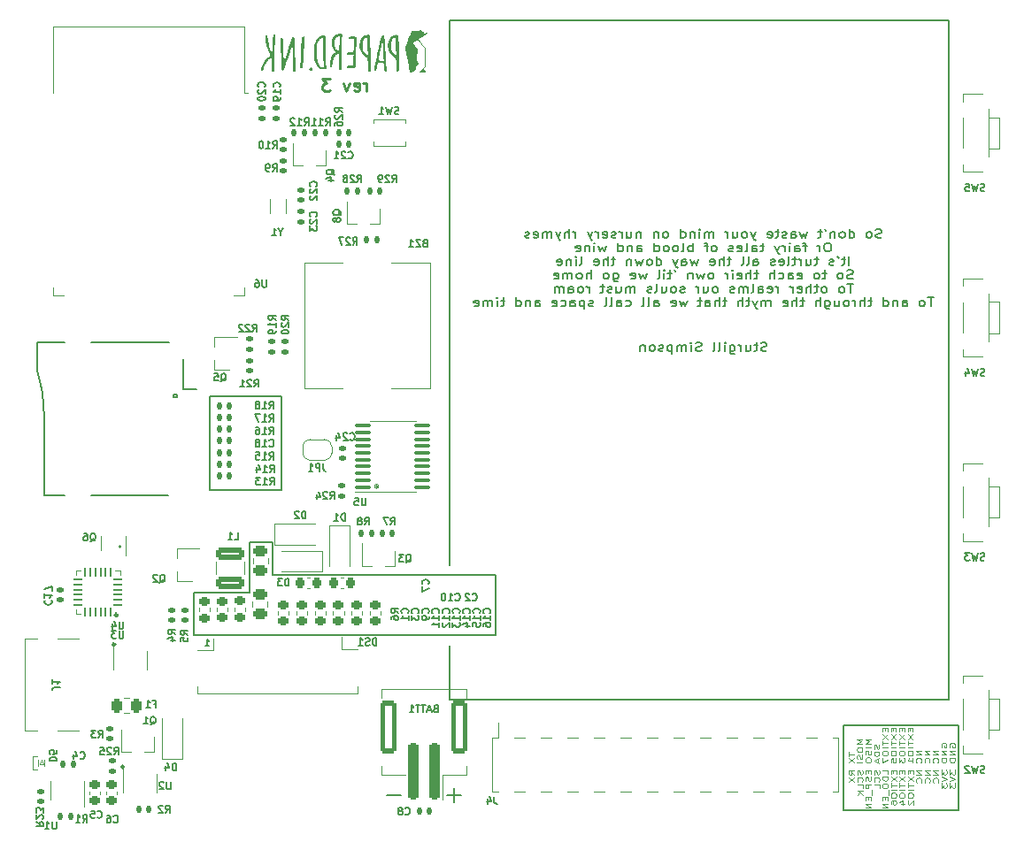
<source format=gbo>
G04 #@! TF.GenerationSoftware,KiCad,Pcbnew,5.99.0-unknown-6b9e44e59c~128~ubuntu18.04.1*
G04 #@! TF.CreationDate,2021-08-18T13:21:18+05:30*
G04 #@! TF.ProjectId,paperd_ink_rev3,70617065-7264-45f6-996e-6b5f72657633,rev?*
G04 #@! TF.SameCoordinates,Original*
G04 #@! TF.FileFunction,Legend,Bot*
G04 #@! TF.FilePolarity,Positive*
%FSLAX46Y46*%
G04 Gerber Fmt 4.6, Leading zero omitted, Abs format (unit mm)*
G04 Created by KiCad (PCBNEW 5.99.0-unknown-6b9e44e59c~128~ubuntu18.04.1) date 2021-08-18 13:21:18*
%MOMM*%
%LPD*%
G01*
G04 APERTURE LIST*
G04 Aperture macros list*
%AMRoundRect*
0 Rectangle with rounded corners*
0 $1 Rounding radius*
0 $2 $3 $4 $5 $6 $7 $8 $9 X,Y pos of 4 corners*
0 Add a 4 corners polygon primitive as box body*
4,1,4,$2,$3,$4,$5,$6,$7,$8,$9,$2,$3,0*
0 Add four circle primitives for the rounded corners*
1,1,$1+$1,$2,$3*
1,1,$1+$1,$4,$5*
1,1,$1+$1,$6,$7*
1,1,$1+$1,$8,$9*
0 Add four rect primitives between the rounded corners*
20,1,$1+$1,$2,$3,$4,$5,0*
20,1,$1+$1,$4,$5,$6,$7,0*
20,1,$1+$1,$6,$7,$8,$9,0*
20,1,$1+$1,$8,$9,$2,$3,0*%
%AMFreePoly0*
4,1,22,0.500000,-0.750000,0.000000,-0.750000,0.000000,-0.745033,-0.079941,-0.743568,-0.215256,-0.701293,-0.333266,-0.622738,-0.424486,-0.514219,-0.481581,-0.384460,-0.499164,-0.250000,-0.500000,-0.250000,-0.500000,0.250000,-0.499164,0.250000,-0.499963,0.256109,-0.478152,0.396186,-0.417904,0.524511,-0.324060,0.630769,-0.204165,0.706417,-0.067858,0.745374,0.000000,0.744959,0.000000,0.750000,
0.500000,0.750000,0.500000,-0.750000,0.500000,-0.750000,$1*%
%AMFreePoly1*
4,1,20,0.000000,0.744959,0.073905,0.744508,0.209726,0.703889,0.328688,0.626782,0.421226,0.519385,0.479903,0.390333,0.500000,0.250000,0.500000,-0.250000,0.499851,-0.262216,0.476331,-0.402017,0.414519,-0.529596,0.319384,-0.634700,0.198574,-0.708877,0.061801,-0.746166,0.000000,-0.745033,0.000000,-0.750000,-0.500000,-0.750000,-0.500000,0.750000,0.000000,0.750000,0.000000,0.744959,
0.000000,0.744959,$1*%
G04 Aperture macros list end*
%ADD10C,0.152400*%
%ADD11C,0.150000*%
%ADD12C,0.125000*%
%ADD13C,0.220000*%
%ADD14C,0.120000*%
%ADD15C,0.236918*%
%ADD16C,0.252354*%
%ADD17C,0.100000*%
%ADD18C,0.290217*%
%ADD19C,0.210000*%
%ADD20RoundRect,0.147500X-0.172500X0.147500X-0.172500X-0.147500X0.172500X-0.147500X0.172500X0.147500X0*%
%ADD21R,1.200000X0.900000*%
%ADD22R,0.800000X0.900000*%
%ADD23RoundRect,0.218750X0.256250X-0.218750X0.256250X0.218750X-0.256250X0.218750X-0.256250X-0.218750X0*%
%ADD24R,0.900000X1.200000*%
%ADD25RoundRect,0.250000X0.250000X2.500000X-0.250000X2.500000X-0.250000X-2.500000X0.250000X-2.500000X0*%
%ADD26RoundRect,0.249600X0.550400X2.250400X-0.550400X2.250400X-0.550400X-2.250400X0.550400X-2.250400X0*%
%ADD27RoundRect,0.218750X-0.218750X-0.256250X0.218750X-0.256250X0.218750X0.256250X-0.218750X0.256250X0*%
%ADD28R,0.300000X1.300000*%
%ADD29R,2.200000X3.300000*%
%ADD30RoundRect,0.250000X1.075000X-0.375000X1.075000X0.375000X-1.075000X0.375000X-1.075000X-0.375000X0*%
%ADD31R,2.000000X0.900000*%
%ADD32R,0.900000X2.000000*%
%ADD33R,5.000000X5.000000*%
%ADD34RoundRect,0.243750X0.456250X-0.243750X0.456250X0.243750X-0.456250X0.243750X-0.456250X-0.243750X0*%
%ADD35RoundRect,0.147500X0.172500X-0.147500X0.172500X0.147500X-0.172500X0.147500X-0.172500X-0.147500X0*%
%ADD36RoundRect,0.147500X-0.147500X-0.172500X0.147500X-0.172500X0.147500X0.172500X-0.147500X0.172500X0*%
%ADD37R,1.800000X1.000000*%
%ADD38R,0.900000X0.800000*%
%ADD39C,1.000000*%
%ADD40R,1.600000X0.700000*%
%ADD41R,2.200000X1.200000*%
%ADD42R,1.500000X1.600000*%
%ADD43R,1.500000X1.200000*%
%ADD44RoundRect,0.147500X0.147500X0.172500X-0.147500X0.172500X-0.147500X-0.172500X0.147500X-0.172500X0*%
%ADD45R,0.650000X1.060000*%
%ADD46RoundRect,0.225000X0.250000X-0.225000X0.250000X0.225000X-0.250000X0.225000X-0.250000X-0.225000X0*%
%ADD47C,0.500000*%
%ADD48R,1.800000X0.400000*%
%ADD49R,1.000000X1.100000*%
%ADD50R,1.500000X1.350000*%
%ADD51R,1.400000X1.500000*%
%ADD52RoundRect,0.062500X0.062500X-0.350000X0.062500X0.350000X-0.062500X0.350000X-0.062500X-0.350000X0*%
%ADD53RoundRect,0.062500X0.350000X-0.062500X0.350000X0.062500X-0.350000X0.062500X-0.350000X-0.062500X0*%
%ADD54R,2.600000X2.600000*%
%ADD55R,0.400000X0.650000*%
%ADD56C,0.700000*%
%ADD57R,0.650000X1.800000*%
%ADD58R,4.600000X1.600000*%
%ADD59RoundRect,0.100000X-0.637500X-0.100000X0.637500X-0.100000X0.637500X0.100000X-0.637500X0.100000X0*%
%ADD60R,1.000000X3.150000*%
%ADD61FreePoly0,0.000000*%
%ADD62FreePoly1,0.000000*%
%ADD63RoundRect,0.218750X-0.256250X0.218750X-0.256250X-0.218750X0.256250X-0.218750X0.256250X0.218750X0*%
%ADD64C,1.448000*%
%ADD65RoundRect,0.243750X-0.243750X-0.456250X0.243750X-0.456250X0.243750X0.456250X-0.243750X0.456250X0*%
%ADD66C,0.750000*%
%ADD67R,0.800000X1.450000*%
%ADD68R,0.700000X0.700000*%
G04 APERTURE END LIST*
D10*
X189655000Y-127680000D02*
X189655000Y-62680000D01*
X189655000Y-127680000D02*
X141935000Y-127680000D01*
X189655000Y-62680000D02*
X141935000Y-62680000D01*
X141935000Y-114770000D02*
X141935000Y-62680000D01*
X141935000Y-127680000D02*
X141935000Y-122520000D01*
D11*
X135935000Y-136780000D02*
X137285000Y-136780000D01*
D10*
X122765000Y-112620000D02*
X124965000Y-112620000D01*
X117465000Y-121520000D02*
X117465000Y-117420000D01*
X118965000Y-107620000D02*
X125865000Y-107620000D01*
X179615000Y-130090000D02*
X179615000Y-138240000D01*
X122765000Y-117420000D02*
X122765000Y-112620000D01*
X125865000Y-107620000D02*
X125865000Y-98620000D01*
D11*
X142360000Y-136105000D02*
X142360000Y-137455000D01*
D10*
X190615000Y-138240000D02*
X190615000Y-130090000D01*
X117465000Y-117420000D02*
X122765000Y-117420000D01*
X118965000Y-98620000D02*
X118965000Y-107620000D01*
D11*
X141685000Y-136780000D02*
X143035000Y-136780000D01*
D10*
X190615000Y-130090000D02*
X179615000Y-130090000D01*
X179615000Y-138240000D02*
X190615000Y-138240000D01*
X146315000Y-115770000D02*
X146315000Y-121520000D01*
X146315000Y-121520000D02*
X117465000Y-121520000D01*
X125865000Y-98620000D02*
X118965000Y-98620000D01*
X124965000Y-115770000D02*
X146315000Y-115770000D01*
X124965000Y-112620000D02*
X124965000Y-115770000D01*
X172256428Y-94258990D02*
X172113571Y-94297695D01*
X171875476Y-94297695D01*
X171780238Y-94258990D01*
X171732619Y-94220285D01*
X171685000Y-94142876D01*
X171685000Y-94065466D01*
X171732619Y-93988057D01*
X171780238Y-93949352D01*
X171875476Y-93910647D01*
X172065952Y-93871942D01*
X172161190Y-93833238D01*
X172208809Y-93794533D01*
X172256428Y-93717123D01*
X172256428Y-93639714D01*
X172208809Y-93562304D01*
X172161190Y-93523600D01*
X172065952Y-93484895D01*
X171827857Y-93484895D01*
X171685000Y-93523600D01*
X171399285Y-93755828D02*
X171018333Y-93755828D01*
X171256428Y-93484895D02*
X171256428Y-94181580D01*
X171208809Y-94258990D01*
X171113571Y-94297695D01*
X171018333Y-94297695D01*
X170256428Y-93755828D02*
X170256428Y-94297695D01*
X170685000Y-93755828D02*
X170685000Y-94181580D01*
X170637380Y-94258990D01*
X170542142Y-94297695D01*
X170399285Y-94297695D01*
X170304047Y-94258990D01*
X170256428Y-94220285D01*
X169780238Y-94297695D02*
X169780238Y-93755828D01*
X169780238Y-93910647D02*
X169732619Y-93833238D01*
X169685000Y-93794533D01*
X169589761Y-93755828D01*
X169494523Y-93755828D01*
X168732619Y-93755828D02*
X168732619Y-94413809D01*
X168780238Y-94491219D01*
X168827857Y-94529923D01*
X168923095Y-94568628D01*
X169065952Y-94568628D01*
X169161190Y-94529923D01*
X168732619Y-94258990D02*
X168827857Y-94297695D01*
X169018333Y-94297695D01*
X169113571Y-94258990D01*
X169161190Y-94220285D01*
X169208809Y-94142876D01*
X169208809Y-93910647D01*
X169161190Y-93833238D01*
X169113571Y-93794533D01*
X169018333Y-93755828D01*
X168827857Y-93755828D01*
X168732619Y-93794533D01*
X168256428Y-94297695D02*
X168256428Y-93755828D01*
X168256428Y-93484895D02*
X168304047Y-93523600D01*
X168256428Y-93562304D01*
X168208809Y-93523600D01*
X168256428Y-93484895D01*
X168256428Y-93562304D01*
X167637380Y-94297695D02*
X167732619Y-94258990D01*
X167780238Y-94181580D01*
X167780238Y-93484895D01*
X167113571Y-94297695D02*
X167208809Y-94258990D01*
X167256428Y-94181580D01*
X167256428Y-93484895D01*
X166018333Y-94258990D02*
X165875476Y-94297695D01*
X165637380Y-94297695D01*
X165542142Y-94258990D01*
X165494523Y-94220285D01*
X165446904Y-94142876D01*
X165446904Y-94065466D01*
X165494523Y-93988057D01*
X165542142Y-93949352D01*
X165637380Y-93910647D01*
X165827857Y-93871942D01*
X165923095Y-93833238D01*
X165970714Y-93794533D01*
X166018333Y-93717123D01*
X166018333Y-93639714D01*
X165970714Y-93562304D01*
X165923095Y-93523600D01*
X165827857Y-93484895D01*
X165589761Y-93484895D01*
X165446904Y-93523600D01*
X165018333Y-94297695D02*
X165018333Y-93755828D01*
X165018333Y-93484895D02*
X165065952Y-93523600D01*
X165018333Y-93562304D01*
X164970714Y-93523600D01*
X165018333Y-93484895D01*
X165018333Y-93562304D01*
X164542142Y-94297695D02*
X164542142Y-93755828D01*
X164542142Y-93833238D02*
X164494523Y-93794533D01*
X164399285Y-93755828D01*
X164256428Y-93755828D01*
X164161190Y-93794533D01*
X164113571Y-93871942D01*
X164113571Y-94297695D01*
X164113571Y-93871942D02*
X164065952Y-93794533D01*
X163970714Y-93755828D01*
X163827857Y-93755828D01*
X163732619Y-93794533D01*
X163685000Y-93871942D01*
X163685000Y-94297695D01*
X163208809Y-93755828D02*
X163208809Y-94568628D01*
X163208809Y-93794533D02*
X163113571Y-93755828D01*
X162923095Y-93755828D01*
X162827857Y-93794533D01*
X162780238Y-93833238D01*
X162732619Y-93910647D01*
X162732619Y-94142876D01*
X162780238Y-94220285D01*
X162827857Y-94258990D01*
X162923095Y-94297695D01*
X163113571Y-94297695D01*
X163208809Y-94258990D01*
X162351666Y-94258990D02*
X162256428Y-94297695D01*
X162065952Y-94297695D01*
X161970714Y-94258990D01*
X161923095Y-94181580D01*
X161923095Y-94142876D01*
X161970714Y-94065466D01*
X162065952Y-94026761D01*
X162208809Y-94026761D01*
X162304047Y-93988057D01*
X162351666Y-93910647D01*
X162351666Y-93871942D01*
X162304047Y-93794533D01*
X162208809Y-93755828D01*
X162065952Y-93755828D01*
X161970714Y-93794533D01*
X161351666Y-94297695D02*
X161446904Y-94258990D01*
X161494523Y-94220285D01*
X161542142Y-94142876D01*
X161542142Y-93910647D01*
X161494523Y-93833238D01*
X161446904Y-93794533D01*
X161351666Y-93755828D01*
X161208809Y-93755828D01*
X161113571Y-93794533D01*
X161065952Y-93833238D01*
X161018333Y-93910647D01*
X161018333Y-94142876D01*
X161065952Y-94220285D01*
X161113571Y-94258990D01*
X161208809Y-94297695D01*
X161351666Y-94297695D01*
X160589761Y-93755828D02*
X160589761Y-94297695D01*
X160589761Y-93833238D02*
X160542142Y-93794533D01*
X160446904Y-93755828D01*
X160304047Y-93755828D01*
X160208809Y-93794533D01*
X160161190Y-93871942D01*
X160161190Y-94297695D01*
D12*
X180611190Y-134857916D02*
X180373095Y-134624583D01*
X180611190Y-134457916D02*
X180111190Y-134457916D01*
X180111190Y-134724583D01*
X180135000Y-134791250D01*
X180158809Y-134824583D01*
X180206428Y-134857916D01*
X180277857Y-134857916D01*
X180325476Y-134824583D01*
X180349285Y-134791250D01*
X180373095Y-134724583D01*
X180373095Y-134457916D01*
X180111190Y-135091250D02*
X180611190Y-135557916D01*
X180111190Y-135557916D02*
X180611190Y-135091250D01*
X181392380Y-134424583D02*
X181416190Y-134524583D01*
X181416190Y-134691250D01*
X181392380Y-134757916D01*
X181368571Y-134791250D01*
X181320952Y-134824583D01*
X181273333Y-134824583D01*
X181225714Y-134791250D01*
X181201904Y-134757916D01*
X181178095Y-134691250D01*
X181154285Y-134557916D01*
X181130476Y-134491250D01*
X181106666Y-134457916D01*
X181059047Y-134424583D01*
X181011428Y-134424583D01*
X180963809Y-134457916D01*
X180940000Y-134491250D01*
X180916190Y-134557916D01*
X180916190Y-134724583D01*
X180940000Y-134824583D01*
X181368571Y-135524583D02*
X181392380Y-135491250D01*
X181416190Y-135391250D01*
X181416190Y-135324583D01*
X181392380Y-135224583D01*
X181344761Y-135157916D01*
X181297142Y-135124583D01*
X181201904Y-135091250D01*
X181130476Y-135091250D01*
X181035238Y-135124583D01*
X180987619Y-135157916D01*
X180940000Y-135224583D01*
X180916190Y-135324583D01*
X180916190Y-135391250D01*
X180940000Y-135491250D01*
X180963809Y-135524583D01*
X181416190Y-136157916D02*
X181416190Y-135824583D01*
X180916190Y-135824583D01*
X181416190Y-136391250D02*
X180916190Y-136391250D01*
X181416190Y-136791250D02*
X181130476Y-136491250D01*
X180916190Y-136791250D02*
X181201904Y-136391250D01*
X181959285Y-134457916D02*
X181959285Y-134691250D01*
X182221190Y-134791250D02*
X182221190Y-134457916D01*
X181721190Y-134457916D01*
X181721190Y-134791250D01*
X182197380Y-135057916D02*
X182221190Y-135157916D01*
X182221190Y-135324583D01*
X182197380Y-135391250D01*
X182173571Y-135424583D01*
X182125952Y-135457916D01*
X182078333Y-135457916D01*
X182030714Y-135424583D01*
X182006904Y-135391250D01*
X181983095Y-135324583D01*
X181959285Y-135191250D01*
X181935476Y-135124583D01*
X181911666Y-135091250D01*
X181864047Y-135057916D01*
X181816428Y-135057916D01*
X181768809Y-135091250D01*
X181745000Y-135124583D01*
X181721190Y-135191250D01*
X181721190Y-135357916D01*
X181745000Y-135457916D01*
X182221190Y-135757916D02*
X181721190Y-135757916D01*
X181721190Y-136024583D01*
X181745000Y-136091250D01*
X181768809Y-136124583D01*
X181816428Y-136157916D01*
X181887857Y-136157916D01*
X181935476Y-136124583D01*
X181959285Y-136091250D01*
X181983095Y-136024583D01*
X181983095Y-135757916D01*
X182268809Y-136291250D02*
X182268809Y-136824583D01*
X181959285Y-136991250D02*
X181959285Y-137224583D01*
X182221190Y-137324583D02*
X182221190Y-136991250D01*
X181721190Y-136991250D01*
X181721190Y-137324583D01*
X182221190Y-137624583D02*
X181721190Y-137624583D01*
X182221190Y-138024583D01*
X181721190Y-138024583D01*
X183002380Y-134424583D02*
X183026190Y-134524583D01*
X183026190Y-134691250D01*
X183002380Y-134757916D01*
X182978571Y-134791250D01*
X182930952Y-134824583D01*
X182883333Y-134824583D01*
X182835714Y-134791250D01*
X182811904Y-134757916D01*
X182788095Y-134691250D01*
X182764285Y-134557916D01*
X182740476Y-134491250D01*
X182716666Y-134457916D01*
X182669047Y-134424583D01*
X182621428Y-134424583D01*
X182573809Y-134457916D01*
X182550000Y-134491250D01*
X182526190Y-134557916D01*
X182526190Y-134724583D01*
X182550000Y-134824583D01*
X182978571Y-135524583D02*
X183002380Y-135491250D01*
X183026190Y-135391250D01*
X183026190Y-135324583D01*
X183002380Y-135224583D01*
X182954761Y-135157916D01*
X182907142Y-135124583D01*
X182811904Y-135091250D01*
X182740476Y-135091250D01*
X182645238Y-135124583D01*
X182597619Y-135157916D01*
X182550000Y-135224583D01*
X182526190Y-135324583D01*
X182526190Y-135391250D01*
X182550000Y-135491250D01*
X182573809Y-135524583D01*
X183026190Y-136157916D02*
X183026190Y-135824583D01*
X182526190Y-135824583D01*
X183831190Y-134791250D02*
X183831190Y-134457916D01*
X183331190Y-134457916D01*
X183831190Y-135024583D02*
X183331190Y-135024583D01*
X183331190Y-135191250D01*
X183355000Y-135291250D01*
X183402619Y-135357916D01*
X183450238Y-135391250D01*
X183545476Y-135424583D01*
X183616904Y-135424583D01*
X183712142Y-135391250D01*
X183759761Y-135357916D01*
X183807380Y-135291250D01*
X183831190Y-135191250D01*
X183831190Y-135024583D01*
X183331190Y-135857916D02*
X183331190Y-135991250D01*
X183355000Y-136057916D01*
X183402619Y-136124583D01*
X183497857Y-136157916D01*
X183664523Y-136157916D01*
X183759761Y-136124583D01*
X183807380Y-136057916D01*
X183831190Y-135991250D01*
X183831190Y-135857916D01*
X183807380Y-135791250D01*
X183759761Y-135724583D01*
X183664523Y-135691250D01*
X183497857Y-135691250D01*
X183402619Y-135724583D01*
X183355000Y-135791250D01*
X183331190Y-135857916D01*
X183878809Y-136291250D02*
X183878809Y-136824583D01*
X183569285Y-136991250D02*
X183569285Y-137224583D01*
X183831190Y-137324583D02*
X183831190Y-136991250D01*
X183331190Y-136991250D01*
X183331190Y-137324583D01*
X183831190Y-137624583D02*
X183331190Y-137624583D01*
X183831190Y-138024583D01*
X183331190Y-138024583D01*
X184374285Y-134457916D02*
X184374285Y-134691250D01*
X184636190Y-134791250D02*
X184636190Y-134457916D01*
X184136190Y-134457916D01*
X184136190Y-134791250D01*
X184136190Y-135024583D02*
X184636190Y-135491250D01*
X184136190Y-135491250D02*
X184636190Y-135024583D01*
X184136190Y-135657916D02*
X184136190Y-136057916D01*
X184636190Y-135857916D02*
X184136190Y-135857916D01*
X184636190Y-136291250D02*
X184136190Y-136291250D01*
X184136190Y-136757916D02*
X184136190Y-136891250D01*
X184160000Y-136957916D01*
X184207619Y-137024583D01*
X184302857Y-137057916D01*
X184469523Y-137057916D01*
X184564761Y-137024583D01*
X184612380Y-136957916D01*
X184636190Y-136891250D01*
X184636190Y-136757916D01*
X184612380Y-136691250D01*
X184564761Y-136624583D01*
X184469523Y-136591250D01*
X184302857Y-136591250D01*
X184207619Y-136624583D01*
X184160000Y-136691250D01*
X184136190Y-136757916D01*
X184136190Y-137657916D02*
X184136190Y-137524583D01*
X184160000Y-137457916D01*
X184183809Y-137424583D01*
X184255238Y-137357916D01*
X184350476Y-137324583D01*
X184540952Y-137324583D01*
X184588571Y-137357916D01*
X184612380Y-137391250D01*
X184636190Y-137457916D01*
X184636190Y-137591250D01*
X184612380Y-137657916D01*
X184588571Y-137691250D01*
X184540952Y-137724583D01*
X184421904Y-137724583D01*
X184374285Y-137691250D01*
X184350476Y-137657916D01*
X184326666Y-137591250D01*
X184326666Y-137457916D01*
X184350476Y-137391250D01*
X184374285Y-137357916D01*
X184421904Y-137324583D01*
X185179285Y-134457916D02*
X185179285Y-134691250D01*
X185441190Y-134791250D02*
X185441190Y-134457916D01*
X184941190Y-134457916D01*
X184941190Y-134791250D01*
X184941190Y-135024583D02*
X185441190Y-135491250D01*
X184941190Y-135491250D02*
X185441190Y-135024583D01*
X184941190Y-135657916D02*
X184941190Y-136057916D01*
X185441190Y-135857916D02*
X184941190Y-135857916D01*
X185441190Y-136291250D02*
X184941190Y-136291250D01*
X184941190Y-136757916D02*
X184941190Y-136891250D01*
X184965000Y-136957916D01*
X185012619Y-137024583D01*
X185107857Y-137057916D01*
X185274523Y-137057916D01*
X185369761Y-137024583D01*
X185417380Y-136957916D01*
X185441190Y-136891250D01*
X185441190Y-136757916D01*
X185417380Y-136691250D01*
X185369761Y-136624583D01*
X185274523Y-136591250D01*
X185107857Y-136591250D01*
X185012619Y-136624583D01*
X184965000Y-136691250D01*
X184941190Y-136757916D01*
X185107857Y-137657916D02*
X185441190Y-137657916D01*
X184917380Y-137491250D02*
X185274523Y-137324583D01*
X185274523Y-137757916D01*
X185984285Y-134457916D02*
X185984285Y-134691250D01*
X186246190Y-134791250D02*
X186246190Y-134457916D01*
X185746190Y-134457916D01*
X185746190Y-134791250D01*
X185746190Y-135024583D02*
X186246190Y-135491250D01*
X185746190Y-135491250D02*
X186246190Y-135024583D01*
X185746190Y-135657916D02*
X185746190Y-136057916D01*
X186246190Y-135857916D02*
X185746190Y-135857916D01*
X186246190Y-136291250D02*
X185746190Y-136291250D01*
X185746190Y-136757916D02*
X185746190Y-136891250D01*
X185770000Y-136957916D01*
X185817619Y-137024583D01*
X185912857Y-137057916D01*
X186079523Y-137057916D01*
X186174761Y-137024583D01*
X186222380Y-136957916D01*
X186246190Y-136891250D01*
X186246190Y-136757916D01*
X186222380Y-136691250D01*
X186174761Y-136624583D01*
X186079523Y-136591250D01*
X185912857Y-136591250D01*
X185817619Y-136624583D01*
X185770000Y-136691250D01*
X185746190Y-136757916D01*
X185793809Y-137324583D02*
X185770000Y-137357916D01*
X185746190Y-137424583D01*
X185746190Y-137591250D01*
X185770000Y-137657916D01*
X185793809Y-137691250D01*
X185841428Y-137724583D01*
X185889047Y-137724583D01*
X185960476Y-137691250D01*
X186246190Y-137291250D01*
X186246190Y-137724583D01*
X187051190Y-134457916D02*
X186551190Y-134457916D01*
X187051190Y-134857916D01*
X186551190Y-134857916D01*
X187003571Y-135591250D02*
X187027380Y-135557916D01*
X187051190Y-135457916D01*
X187051190Y-135391250D01*
X187027380Y-135291250D01*
X186979761Y-135224583D01*
X186932142Y-135191250D01*
X186836904Y-135157916D01*
X186765476Y-135157916D01*
X186670238Y-135191250D01*
X186622619Y-135224583D01*
X186575000Y-135291250D01*
X186551190Y-135391250D01*
X186551190Y-135457916D01*
X186575000Y-135557916D01*
X186598809Y-135591250D01*
X187856190Y-134457916D02*
X187356190Y-134457916D01*
X187856190Y-134857916D01*
X187356190Y-134857916D01*
X187808571Y-135591250D02*
X187832380Y-135557916D01*
X187856190Y-135457916D01*
X187856190Y-135391250D01*
X187832380Y-135291250D01*
X187784761Y-135224583D01*
X187737142Y-135191250D01*
X187641904Y-135157916D01*
X187570476Y-135157916D01*
X187475238Y-135191250D01*
X187427619Y-135224583D01*
X187380000Y-135291250D01*
X187356190Y-135391250D01*
X187356190Y-135457916D01*
X187380000Y-135557916D01*
X187403809Y-135591250D01*
X188661190Y-134457916D02*
X188161190Y-134457916D01*
X188661190Y-134857916D01*
X188161190Y-134857916D01*
X188613571Y-135591250D02*
X188637380Y-135557916D01*
X188661190Y-135457916D01*
X188661190Y-135391250D01*
X188637380Y-135291250D01*
X188589761Y-135224583D01*
X188542142Y-135191250D01*
X188446904Y-135157916D01*
X188375476Y-135157916D01*
X188280238Y-135191250D01*
X188232619Y-135224583D01*
X188185000Y-135291250D01*
X188161190Y-135391250D01*
X188161190Y-135457916D01*
X188185000Y-135557916D01*
X188208809Y-135591250D01*
X188966190Y-134391250D02*
X188966190Y-134824583D01*
X189156666Y-134591250D01*
X189156666Y-134691250D01*
X189180476Y-134757916D01*
X189204285Y-134791250D01*
X189251904Y-134824583D01*
X189370952Y-134824583D01*
X189418571Y-134791250D01*
X189442380Y-134757916D01*
X189466190Y-134691250D01*
X189466190Y-134491250D01*
X189442380Y-134424583D01*
X189418571Y-134391250D01*
X188966190Y-135024583D02*
X189466190Y-135257916D01*
X188966190Y-135491250D01*
X188966190Y-135657916D02*
X188966190Y-136091250D01*
X189156666Y-135857916D01*
X189156666Y-135957916D01*
X189180476Y-136024583D01*
X189204285Y-136057916D01*
X189251904Y-136091250D01*
X189370952Y-136091250D01*
X189418571Y-136057916D01*
X189442380Y-136024583D01*
X189466190Y-135957916D01*
X189466190Y-135757916D01*
X189442380Y-135691250D01*
X189418571Y-135657916D01*
X189771190Y-134391250D02*
X189771190Y-134824583D01*
X189961666Y-134591250D01*
X189961666Y-134691250D01*
X189985476Y-134757916D01*
X190009285Y-134791250D01*
X190056904Y-134824583D01*
X190175952Y-134824583D01*
X190223571Y-134791250D01*
X190247380Y-134757916D01*
X190271190Y-134691250D01*
X190271190Y-134491250D01*
X190247380Y-134424583D01*
X190223571Y-134391250D01*
X189771190Y-135024583D02*
X190271190Y-135257916D01*
X189771190Y-135491250D01*
X189771190Y-135657916D02*
X189771190Y-136091250D01*
X189961666Y-135857916D01*
X189961666Y-135957916D01*
X189985476Y-136024583D01*
X190009285Y-136057916D01*
X190056904Y-136091250D01*
X190175952Y-136091250D01*
X190223571Y-136057916D01*
X190247380Y-136024583D01*
X190271190Y-135957916D01*
X190271190Y-135757916D01*
X190247380Y-135691250D01*
X190223571Y-135657916D01*
D13*
X133989098Y-69422857D02*
X133989098Y-68622857D01*
X133989098Y-68851428D02*
X133931955Y-68737142D01*
X133874812Y-68680000D01*
X133760526Y-68622857D01*
X133646241Y-68622857D01*
X132789098Y-69365714D02*
X132903384Y-69422857D01*
X133131955Y-69422857D01*
X133246241Y-69365714D01*
X133303384Y-69251428D01*
X133303384Y-68794285D01*
X133246241Y-68680000D01*
X133131955Y-68622857D01*
X132903384Y-68622857D01*
X132789098Y-68680000D01*
X132731955Y-68794285D01*
X132731955Y-68908571D01*
X133303384Y-69022857D01*
X132331955Y-68622857D02*
X132046241Y-69422857D01*
X131760526Y-68622857D01*
X130503384Y-68222857D02*
X129760526Y-68222857D01*
X130160526Y-68680000D01*
X129989098Y-68680000D01*
X129874812Y-68737142D01*
X129817669Y-68794285D01*
X129760526Y-68908571D01*
X129760526Y-69194285D01*
X129817669Y-69308571D01*
X129874812Y-69365714D01*
X129989098Y-69422857D01*
X130331955Y-69422857D01*
X130446241Y-69365714D01*
X130503384Y-69308571D01*
D12*
X180101190Y-132675416D02*
X180101190Y-133075416D01*
X180601190Y-132875416D02*
X180101190Y-132875416D01*
X180101190Y-133242083D02*
X180601190Y-133708750D01*
X180101190Y-133708750D02*
X180601190Y-133242083D01*
X181406190Y-131442083D02*
X180906190Y-131442083D01*
X181263333Y-131675416D01*
X180906190Y-131908750D01*
X181406190Y-131908750D01*
X180906190Y-132375416D02*
X180906190Y-132508750D01*
X180930000Y-132575416D01*
X180977619Y-132642083D01*
X181072857Y-132675416D01*
X181239523Y-132675416D01*
X181334761Y-132642083D01*
X181382380Y-132575416D01*
X181406190Y-132508750D01*
X181406190Y-132375416D01*
X181382380Y-132308750D01*
X181334761Y-132242083D01*
X181239523Y-132208750D01*
X181072857Y-132208750D01*
X180977619Y-132242083D01*
X180930000Y-132308750D01*
X180906190Y-132375416D01*
X181382380Y-132942083D02*
X181406190Y-133042083D01*
X181406190Y-133208750D01*
X181382380Y-133275416D01*
X181358571Y-133308750D01*
X181310952Y-133342083D01*
X181263333Y-133342083D01*
X181215714Y-133308750D01*
X181191904Y-133275416D01*
X181168095Y-133208750D01*
X181144285Y-133075416D01*
X181120476Y-133008750D01*
X181096666Y-132975416D01*
X181049047Y-132942083D01*
X181001428Y-132942083D01*
X180953809Y-132975416D01*
X180930000Y-133008750D01*
X180906190Y-133075416D01*
X180906190Y-133242083D01*
X180930000Y-133342083D01*
X181406190Y-133642083D02*
X180906190Y-133642083D01*
X182211190Y-131442083D02*
X181711190Y-131442083D01*
X182068333Y-131675416D01*
X181711190Y-131908750D01*
X182211190Y-131908750D01*
X182211190Y-132242083D02*
X181711190Y-132242083D01*
X182187380Y-132542083D02*
X182211190Y-132642083D01*
X182211190Y-132808750D01*
X182187380Y-132875416D01*
X182163571Y-132908750D01*
X182115952Y-132942083D01*
X182068333Y-132942083D01*
X182020714Y-132908750D01*
X181996904Y-132875416D01*
X181973095Y-132808750D01*
X181949285Y-132675416D01*
X181925476Y-132608750D01*
X181901666Y-132575416D01*
X181854047Y-132542083D01*
X181806428Y-132542083D01*
X181758809Y-132575416D01*
X181735000Y-132608750D01*
X181711190Y-132675416D01*
X181711190Y-132842083D01*
X181735000Y-132942083D01*
X181711190Y-133375416D02*
X181711190Y-133508750D01*
X181735000Y-133575416D01*
X181782619Y-133642083D01*
X181877857Y-133675416D01*
X182044523Y-133675416D01*
X182139761Y-133642083D01*
X182187380Y-133575416D01*
X182211190Y-133508750D01*
X182211190Y-133375416D01*
X182187380Y-133308750D01*
X182139761Y-133242083D01*
X182044523Y-133208750D01*
X181877857Y-133208750D01*
X181782619Y-133242083D01*
X181735000Y-133308750D01*
X181711190Y-133375416D01*
X182992380Y-131975416D02*
X183016190Y-132075416D01*
X183016190Y-132242083D01*
X182992380Y-132308750D01*
X182968571Y-132342083D01*
X182920952Y-132375416D01*
X182873333Y-132375416D01*
X182825714Y-132342083D01*
X182801904Y-132308750D01*
X182778095Y-132242083D01*
X182754285Y-132108750D01*
X182730476Y-132042083D01*
X182706666Y-132008750D01*
X182659047Y-131975416D01*
X182611428Y-131975416D01*
X182563809Y-132008750D01*
X182540000Y-132042083D01*
X182516190Y-132108750D01*
X182516190Y-132275416D01*
X182540000Y-132375416D01*
X183016190Y-132675416D02*
X182516190Y-132675416D01*
X182516190Y-132842083D01*
X182540000Y-132942083D01*
X182587619Y-133008750D01*
X182635238Y-133042083D01*
X182730476Y-133075416D01*
X182801904Y-133075416D01*
X182897142Y-133042083D01*
X182944761Y-133008750D01*
X182992380Y-132942083D01*
X183016190Y-132842083D01*
X183016190Y-132675416D01*
X182873333Y-133342083D02*
X182873333Y-133675416D01*
X183016190Y-133275416D02*
X182516190Y-133508750D01*
X183016190Y-133742083D01*
X183559285Y-130408750D02*
X183559285Y-130642083D01*
X183821190Y-130742083D02*
X183821190Y-130408750D01*
X183321190Y-130408750D01*
X183321190Y-130742083D01*
X183321190Y-130975416D02*
X183821190Y-131442083D01*
X183321190Y-131442083D02*
X183821190Y-130975416D01*
X183321190Y-131608750D02*
X183321190Y-132008750D01*
X183821190Y-131808750D02*
X183321190Y-131808750D01*
X183821190Y-132242083D02*
X183321190Y-132242083D01*
X183321190Y-132708750D02*
X183321190Y-132842083D01*
X183345000Y-132908750D01*
X183392619Y-132975416D01*
X183487857Y-133008750D01*
X183654523Y-133008750D01*
X183749761Y-132975416D01*
X183797380Y-132908750D01*
X183821190Y-132842083D01*
X183821190Y-132708750D01*
X183797380Y-132642083D01*
X183749761Y-132575416D01*
X183654523Y-132542083D01*
X183487857Y-132542083D01*
X183392619Y-132575416D01*
X183345000Y-132642083D01*
X183321190Y-132708750D01*
X183321190Y-133242083D02*
X183321190Y-133708750D01*
X183821190Y-133408750D01*
X184364285Y-130408750D02*
X184364285Y-130642083D01*
X184626190Y-130742083D02*
X184626190Y-130408750D01*
X184126190Y-130408750D01*
X184126190Y-130742083D01*
X184126190Y-130975416D02*
X184626190Y-131442083D01*
X184126190Y-131442083D02*
X184626190Y-130975416D01*
X184126190Y-131608750D02*
X184126190Y-132008750D01*
X184626190Y-131808750D02*
X184126190Y-131808750D01*
X184626190Y-132242083D02*
X184126190Y-132242083D01*
X184126190Y-132708750D02*
X184126190Y-132842083D01*
X184150000Y-132908750D01*
X184197619Y-132975416D01*
X184292857Y-133008750D01*
X184459523Y-133008750D01*
X184554761Y-132975416D01*
X184602380Y-132908750D01*
X184626190Y-132842083D01*
X184626190Y-132708750D01*
X184602380Y-132642083D01*
X184554761Y-132575416D01*
X184459523Y-132542083D01*
X184292857Y-132542083D01*
X184197619Y-132575416D01*
X184150000Y-132642083D01*
X184126190Y-132708750D01*
X184126190Y-133642083D02*
X184126190Y-133308750D01*
X184364285Y-133275416D01*
X184340476Y-133308750D01*
X184316666Y-133375416D01*
X184316666Y-133542083D01*
X184340476Y-133608750D01*
X184364285Y-133642083D01*
X184411904Y-133675416D01*
X184530952Y-133675416D01*
X184578571Y-133642083D01*
X184602380Y-133608750D01*
X184626190Y-133542083D01*
X184626190Y-133375416D01*
X184602380Y-133308750D01*
X184578571Y-133275416D01*
X185169285Y-130408750D02*
X185169285Y-130642083D01*
X185431190Y-130742083D02*
X185431190Y-130408750D01*
X184931190Y-130408750D01*
X184931190Y-130742083D01*
X184931190Y-130975416D02*
X185431190Y-131442083D01*
X184931190Y-131442083D02*
X185431190Y-130975416D01*
X184931190Y-131608750D02*
X184931190Y-132008750D01*
X185431190Y-131808750D02*
X184931190Y-131808750D01*
X185431190Y-132242083D02*
X184931190Y-132242083D01*
X184931190Y-132708750D02*
X184931190Y-132842083D01*
X184955000Y-132908750D01*
X185002619Y-132975416D01*
X185097857Y-133008750D01*
X185264523Y-133008750D01*
X185359761Y-132975416D01*
X185407380Y-132908750D01*
X185431190Y-132842083D01*
X185431190Y-132708750D01*
X185407380Y-132642083D01*
X185359761Y-132575416D01*
X185264523Y-132542083D01*
X185097857Y-132542083D01*
X185002619Y-132575416D01*
X184955000Y-132642083D01*
X184931190Y-132708750D01*
X184931190Y-133242083D02*
X184931190Y-133675416D01*
X185121666Y-133442083D01*
X185121666Y-133542083D01*
X185145476Y-133608750D01*
X185169285Y-133642083D01*
X185216904Y-133675416D01*
X185335952Y-133675416D01*
X185383571Y-133642083D01*
X185407380Y-133608750D01*
X185431190Y-133542083D01*
X185431190Y-133342083D01*
X185407380Y-133275416D01*
X185383571Y-133242083D01*
X185974285Y-130408750D02*
X185974285Y-130642083D01*
X186236190Y-130742083D02*
X186236190Y-130408750D01*
X185736190Y-130408750D01*
X185736190Y-130742083D01*
X185736190Y-130975416D02*
X186236190Y-131442083D01*
X185736190Y-131442083D02*
X186236190Y-130975416D01*
X185736190Y-131608750D02*
X185736190Y-132008750D01*
X186236190Y-131808750D02*
X185736190Y-131808750D01*
X186236190Y-132242083D02*
X185736190Y-132242083D01*
X185736190Y-132708750D02*
X185736190Y-132842083D01*
X185760000Y-132908750D01*
X185807619Y-132975416D01*
X185902857Y-133008750D01*
X186069523Y-133008750D01*
X186164761Y-132975416D01*
X186212380Y-132908750D01*
X186236190Y-132842083D01*
X186236190Y-132708750D01*
X186212380Y-132642083D01*
X186164761Y-132575416D01*
X186069523Y-132542083D01*
X185902857Y-132542083D01*
X185807619Y-132575416D01*
X185760000Y-132642083D01*
X185736190Y-132708750D01*
X186236190Y-133675416D02*
X186236190Y-133275416D01*
X186236190Y-133475416D02*
X185736190Y-133475416D01*
X185807619Y-133408750D01*
X185855238Y-133342083D01*
X185879047Y-133275416D01*
X187041190Y-132542083D02*
X186541190Y-132542083D01*
X187041190Y-132942083D01*
X186541190Y-132942083D01*
X186993571Y-133675416D02*
X187017380Y-133642083D01*
X187041190Y-133542083D01*
X187041190Y-133475416D01*
X187017380Y-133375416D01*
X186969761Y-133308750D01*
X186922142Y-133275416D01*
X186826904Y-133242083D01*
X186755476Y-133242083D01*
X186660238Y-133275416D01*
X186612619Y-133308750D01*
X186565000Y-133375416D01*
X186541190Y-133475416D01*
X186541190Y-133542083D01*
X186565000Y-133642083D01*
X186588809Y-133675416D01*
X187846190Y-132542083D02*
X187346190Y-132542083D01*
X187846190Y-132942083D01*
X187346190Y-132942083D01*
X187798571Y-133675416D02*
X187822380Y-133642083D01*
X187846190Y-133542083D01*
X187846190Y-133475416D01*
X187822380Y-133375416D01*
X187774761Y-133308750D01*
X187727142Y-133275416D01*
X187631904Y-133242083D01*
X187560476Y-133242083D01*
X187465238Y-133275416D01*
X187417619Y-133308750D01*
X187370000Y-133375416D01*
X187346190Y-133475416D01*
X187346190Y-133542083D01*
X187370000Y-133642083D01*
X187393809Y-133675416D01*
X188651190Y-132542083D02*
X188151190Y-132542083D01*
X188651190Y-132942083D01*
X188151190Y-132942083D01*
X188603571Y-133675416D02*
X188627380Y-133642083D01*
X188651190Y-133542083D01*
X188651190Y-133475416D01*
X188627380Y-133375416D01*
X188579761Y-133308750D01*
X188532142Y-133275416D01*
X188436904Y-133242083D01*
X188365476Y-133242083D01*
X188270238Y-133275416D01*
X188222619Y-133308750D01*
X188175000Y-133375416D01*
X188151190Y-133475416D01*
X188151190Y-133542083D01*
X188175000Y-133642083D01*
X188198809Y-133675416D01*
X188980000Y-132208750D02*
X188956190Y-132142083D01*
X188956190Y-132042083D01*
X188980000Y-131942083D01*
X189027619Y-131875416D01*
X189075238Y-131842083D01*
X189170476Y-131808750D01*
X189241904Y-131808750D01*
X189337142Y-131842083D01*
X189384761Y-131875416D01*
X189432380Y-131942083D01*
X189456190Y-132042083D01*
X189456190Y-132108750D01*
X189432380Y-132208750D01*
X189408571Y-132242083D01*
X189241904Y-132242083D01*
X189241904Y-132108750D01*
X189456190Y-132542083D02*
X188956190Y-132542083D01*
X189456190Y-132942083D01*
X188956190Y-132942083D01*
X189456190Y-133275416D02*
X188956190Y-133275416D01*
X188956190Y-133442083D01*
X188980000Y-133542083D01*
X189027619Y-133608750D01*
X189075238Y-133642083D01*
X189170476Y-133675416D01*
X189241904Y-133675416D01*
X189337142Y-133642083D01*
X189384761Y-133608750D01*
X189432380Y-133542083D01*
X189456190Y-133442083D01*
X189456190Y-133275416D01*
X189785000Y-132208750D02*
X189761190Y-132142083D01*
X189761190Y-132042083D01*
X189785000Y-131942083D01*
X189832619Y-131875416D01*
X189880238Y-131842083D01*
X189975476Y-131808750D01*
X190046904Y-131808750D01*
X190142142Y-131842083D01*
X190189761Y-131875416D01*
X190237380Y-131942083D01*
X190261190Y-132042083D01*
X190261190Y-132108750D01*
X190237380Y-132208750D01*
X190213571Y-132242083D01*
X190046904Y-132242083D01*
X190046904Y-132108750D01*
X190261190Y-132542083D02*
X189761190Y-132542083D01*
X190261190Y-132942083D01*
X189761190Y-132942083D01*
X190261190Y-133275416D02*
X189761190Y-133275416D01*
X189761190Y-133442083D01*
X189785000Y-133542083D01*
X189832619Y-133608750D01*
X189880238Y-133642083D01*
X189975476Y-133675416D01*
X190046904Y-133675416D01*
X190142142Y-133642083D01*
X190189761Y-133608750D01*
X190237380Y-133542083D01*
X190261190Y-133442083D01*
X190261190Y-133275416D01*
D10*
X183256428Y-83407470D02*
X183113571Y-83446175D01*
X182875476Y-83446175D01*
X182780238Y-83407470D01*
X182732619Y-83368765D01*
X182685000Y-83291356D01*
X182685000Y-83213946D01*
X182732619Y-83136537D01*
X182780238Y-83097832D01*
X182875476Y-83059127D01*
X183065952Y-83020422D01*
X183161190Y-82981718D01*
X183208809Y-82943013D01*
X183256428Y-82865603D01*
X183256428Y-82788194D01*
X183208809Y-82710784D01*
X183161190Y-82672080D01*
X183065952Y-82633375D01*
X182827857Y-82633375D01*
X182685000Y-82672080D01*
X182113571Y-83446175D02*
X182208809Y-83407470D01*
X182256428Y-83368765D01*
X182304047Y-83291356D01*
X182304047Y-83059127D01*
X182256428Y-82981718D01*
X182208809Y-82943013D01*
X182113571Y-82904308D01*
X181970714Y-82904308D01*
X181875476Y-82943013D01*
X181827857Y-82981718D01*
X181780238Y-83059127D01*
X181780238Y-83291356D01*
X181827857Y-83368765D01*
X181875476Y-83407470D01*
X181970714Y-83446175D01*
X182113571Y-83446175D01*
X180161190Y-83446175D02*
X180161190Y-82633375D01*
X180161190Y-83407470D02*
X180256428Y-83446175D01*
X180446904Y-83446175D01*
X180542142Y-83407470D01*
X180589761Y-83368765D01*
X180637380Y-83291356D01*
X180637380Y-83059127D01*
X180589761Y-82981718D01*
X180542142Y-82943013D01*
X180446904Y-82904308D01*
X180256428Y-82904308D01*
X180161190Y-82943013D01*
X179542142Y-83446175D02*
X179637380Y-83407470D01*
X179685000Y-83368765D01*
X179732619Y-83291356D01*
X179732619Y-83059127D01*
X179685000Y-82981718D01*
X179637380Y-82943013D01*
X179542142Y-82904308D01*
X179399285Y-82904308D01*
X179304047Y-82943013D01*
X179256428Y-82981718D01*
X179208809Y-83059127D01*
X179208809Y-83291356D01*
X179256428Y-83368765D01*
X179304047Y-83407470D01*
X179399285Y-83446175D01*
X179542142Y-83446175D01*
X178780238Y-82904308D02*
X178780238Y-83446175D01*
X178780238Y-82981718D02*
X178732619Y-82943013D01*
X178637380Y-82904308D01*
X178494523Y-82904308D01*
X178399285Y-82943013D01*
X178351666Y-83020422D01*
X178351666Y-83446175D01*
X177827857Y-82633375D02*
X177923095Y-82788194D01*
X177542142Y-82904308D02*
X177161190Y-82904308D01*
X177399285Y-82633375D02*
X177399285Y-83330060D01*
X177351666Y-83407470D01*
X177256428Y-83446175D01*
X177161190Y-83446175D01*
X176161190Y-82904308D02*
X175970714Y-83446175D01*
X175780238Y-83059127D01*
X175589761Y-83446175D01*
X175399285Y-82904308D01*
X174589761Y-83446175D02*
X174589761Y-83020422D01*
X174637380Y-82943013D01*
X174732619Y-82904308D01*
X174923095Y-82904308D01*
X175018333Y-82943013D01*
X174589761Y-83407470D02*
X174685000Y-83446175D01*
X174923095Y-83446175D01*
X175018333Y-83407470D01*
X175065952Y-83330060D01*
X175065952Y-83252651D01*
X175018333Y-83175241D01*
X174923095Y-83136537D01*
X174685000Y-83136537D01*
X174589761Y-83097832D01*
X174161190Y-83407470D02*
X174065952Y-83446175D01*
X173875476Y-83446175D01*
X173780238Y-83407470D01*
X173732619Y-83330060D01*
X173732619Y-83291356D01*
X173780238Y-83213946D01*
X173875476Y-83175241D01*
X174018333Y-83175241D01*
X174113571Y-83136537D01*
X174161190Y-83059127D01*
X174161190Y-83020422D01*
X174113571Y-82943013D01*
X174018333Y-82904308D01*
X173875476Y-82904308D01*
X173780238Y-82943013D01*
X173446904Y-82904308D02*
X173065952Y-82904308D01*
X173304047Y-82633375D02*
X173304047Y-83330060D01*
X173256428Y-83407470D01*
X173161190Y-83446175D01*
X173065952Y-83446175D01*
X172351666Y-83407470D02*
X172446904Y-83446175D01*
X172637380Y-83446175D01*
X172732619Y-83407470D01*
X172780238Y-83330060D01*
X172780238Y-83020422D01*
X172732619Y-82943013D01*
X172637380Y-82904308D01*
X172446904Y-82904308D01*
X172351666Y-82943013D01*
X172304047Y-83020422D01*
X172304047Y-83097832D01*
X172780238Y-83175241D01*
X171208809Y-82904308D02*
X170970714Y-83446175D01*
X170732619Y-82904308D02*
X170970714Y-83446175D01*
X171065952Y-83639699D01*
X171113571Y-83678403D01*
X171208809Y-83717108D01*
X170208809Y-83446175D02*
X170304047Y-83407470D01*
X170351666Y-83368765D01*
X170399285Y-83291356D01*
X170399285Y-83059127D01*
X170351666Y-82981718D01*
X170304047Y-82943013D01*
X170208809Y-82904308D01*
X170065952Y-82904308D01*
X169970714Y-82943013D01*
X169923095Y-82981718D01*
X169875476Y-83059127D01*
X169875476Y-83291356D01*
X169923095Y-83368765D01*
X169970714Y-83407470D01*
X170065952Y-83446175D01*
X170208809Y-83446175D01*
X169018333Y-82904308D02*
X169018333Y-83446175D01*
X169446904Y-82904308D02*
X169446904Y-83330060D01*
X169399285Y-83407470D01*
X169304047Y-83446175D01*
X169161190Y-83446175D01*
X169065952Y-83407470D01*
X169018333Y-83368765D01*
X168542142Y-83446175D02*
X168542142Y-82904308D01*
X168542142Y-83059127D02*
X168494523Y-82981718D01*
X168446904Y-82943013D01*
X168351666Y-82904308D01*
X168256428Y-82904308D01*
X167161190Y-83446175D02*
X167161190Y-82904308D01*
X167161190Y-82981718D02*
X167113571Y-82943013D01*
X167018333Y-82904308D01*
X166875476Y-82904308D01*
X166780238Y-82943013D01*
X166732619Y-83020422D01*
X166732619Y-83446175D01*
X166732619Y-83020422D02*
X166685000Y-82943013D01*
X166589761Y-82904308D01*
X166446904Y-82904308D01*
X166351666Y-82943013D01*
X166304047Y-83020422D01*
X166304047Y-83446175D01*
X165827857Y-83446175D02*
X165827857Y-82904308D01*
X165827857Y-82633375D02*
X165875476Y-82672080D01*
X165827857Y-82710784D01*
X165780238Y-82672080D01*
X165827857Y-82633375D01*
X165827857Y-82710784D01*
X165351666Y-82904308D02*
X165351666Y-83446175D01*
X165351666Y-82981718D02*
X165304047Y-82943013D01*
X165208809Y-82904308D01*
X165065952Y-82904308D01*
X164970714Y-82943013D01*
X164923095Y-83020422D01*
X164923095Y-83446175D01*
X164018333Y-83446175D02*
X164018333Y-82633375D01*
X164018333Y-83407470D02*
X164113571Y-83446175D01*
X164304047Y-83446175D01*
X164399285Y-83407470D01*
X164446904Y-83368765D01*
X164494523Y-83291356D01*
X164494523Y-83059127D01*
X164446904Y-82981718D01*
X164399285Y-82943013D01*
X164304047Y-82904308D01*
X164113571Y-82904308D01*
X164018333Y-82943013D01*
X162637380Y-83446175D02*
X162732619Y-83407470D01*
X162780238Y-83368765D01*
X162827857Y-83291356D01*
X162827857Y-83059127D01*
X162780238Y-82981718D01*
X162732619Y-82943013D01*
X162637380Y-82904308D01*
X162494523Y-82904308D01*
X162399285Y-82943013D01*
X162351666Y-82981718D01*
X162304047Y-83059127D01*
X162304047Y-83291356D01*
X162351666Y-83368765D01*
X162399285Y-83407470D01*
X162494523Y-83446175D01*
X162637380Y-83446175D01*
X161875476Y-82904308D02*
X161875476Y-83446175D01*
X161875476Y-82981718D02*
X161827857Y-82943013D01*
X161732619Y-82904308D01*
X161589761Y-82904308D01*
X161494523Y-82943013D01*
X161446904Y-83020422D01*
X161446904Y-83446175D01*
X160208809Y-82904308D02*
X160208809Y-83446175D01*
X160208809Y-82981718D02*
X160161190Y-82943013D01*
X160065952Y-82904308D01*
X159923095Y-82904308D01*
X159827857Y-82943013D01*
X159780238Y-83020422D01*
X159780238Y-83446175D01*
X158875476Y-82904308D02*
X158875476Y-83446175D01*
X159304047Y-82904308D02*
X159304047Y-83330060D01*
X159256428Y-83407470D01*
X159161190Y-83446175D01*
X159018333Y-83446175D01*
X158923095Y-83407470D01*
X158875476Y-83368765D01*
X158399285Y-83446175D02*
X158399285Y-82904308D01*
X158399285Y-83059127D02*
X158351666Y-82981718D01*
X158304047Y-82943013D01*
X158208809Y-82904308D01*
X158113571Y-82904308D01*
X157827857Y-83407470D02*
X157732619Y-83446175D01*
X157542142Y-83446175D01*
X157446904Y-83407470D01*
X157399285Y-83330060D01*
X157399285Y-83291356D01*
X157446904Y-83213946D01*
X157542142Y-83175241D01*
X157685000Y-83175241D01*
X157780238Y-83136537D01*
X157827857Y-83059127D01*
X157827857Y-83020422D01*
X157780238Y-82943013D01*
X157685000Y-82904308D01*
X157542142Y-82904308D01*
X157446904Y-82943013D01*
X156589761Y-83407470D02*
X156685000Y-83446175D01*
X156875476Y-83446175D01*
X156970714Y-83407470D01*
X157018333Y-83330060D01*
X157018333Y-83020422D01*
X156970714Y-82943013D01*
X156875476Y-82904308D01*
X156685000Y-82904308D01*
X156589761Y-82943013D01*
X156542142Y-83020422D01*
X156542142Y-83097832D01*
X157018333Y-83175241D01*
X156113571Y-83446175D02*
X156113571Y-82904308D01*
X156113571Y-83059127D02*
X156065952Y-82981718D01*
X156018333Y-82943013D01*
X155923095Y-82904308D01*
X155827857Y-82904308D01*
X155589761Y-82904308D02*
X155351666Y-83446175D01*
X155113571Y-82904308D02*
X155351666Y-83446175D01*
X155446904Y-83639699D01*
X155494523Y-83678403D01*
X155589761Y-83717108D01*
X153970714Y-83446175D02*
X153970714Y-82904308D01*
X153970714Y-83059127D02*
X153923095Y-82981718D01*
X153875476Y-82943013D01*
X153780238Y-82904308D01*
X153685000Y-82904308D01*
X153351666Y-83446175D02*
X153351666Y-82633375D01*
X152923095Y-83446175D02*
X152923095Y-83020422D01*
X152970714Y-82943013D01*
X153065952Y-82904308D01*
X153208809Y-82904308D01*
X153304047Y-82943013D01*
X153351666Y-82981718D01*
X152542142Y-82904308D02*
X152304047Y-83446175D01*
X152065952Y-82904308D02*
X152304047Y-83446175D01*
X152399285Y-83639699D01*
X152446904Y-83678403D01*
X152542142Y-83717108D01*
X151685000Y-83446175D02*
X151685000Y-82904308D01*
X151685000Y-82981718D02*
X151637380Y-82943013D01*
X151542142Y-82904308D01*
X151399285Y-82904308D01*
X151304047Y-82943013D01*
X151256428Y-83020422D01*
X151256428Y-83446175D01*
X151256428Y-83020422D02*
X151208809Y-82943013D01*
X151113571Y-82904308D01*
X150970714Y-82904308D01*
X150875476Y-82943013D01*
X150827857Y-83020422D01*
X150827857Y-83446175D01*
X149970714Y-83407470D02*
X150065952Y-83446175D01*
X150256428Y-83446175D01*
X150351666Y-83407470D01*
X150399285Y-83330060D01*
X150399285Y-83020422D01*
X150351666Y-82943013D01*
X150256428Y-82904308D01*
X150065952Y-82904308D01*
X149970714Y-82943013D01*
X149923095Y-83020422D01*
X149923095Y-83097832D01*
X150399285Y-83175241D01*
X149542142Y-83407470D02*
X149446904Y-83446175D01*
X149256428Y-83446175D01*
X149161190Y-83407470D01*
X149113571Y-83330060D01*
X149113571Y-83291356D01*
X149161190Y-83213946D01*
X149256428Y-83175241D01*
X149399285Y-83175241D01*
X149494523Y-83136537D01*
X149542142Y-83059127D01*
X149542142Y-83020422D01*
X149494523Y-82943013D01*
X149399285Y-82904308D01*
X149256428Y-82904308D01*
X149161190Y-82943013D01*
X178185000Y-83941983D02*
X177994523Y-83941983D01*
X177899285Y-83980688D01*
X177804047Y-84058097D01*
X177756428Y-84212916D01*
X177756428Y-84483849D01*
X177804047Y-84638668D01*
X177899285Y-84716078D01*
X177994523Y-84754783D01*
X178185000Y-84754783D01*
X178280238Y-84716078D01*
X178375476Y-84638668D01*
X178423095Y-84483849D01*
X178423095Y-84212916D01*
X178375476Y-84058097D01*
X178280238Y-83980688D01*
X178185000Y-83941983D01*
X177327857Y-84754783D02*
X177327857Y-84212916D01*
X177327857Y-84367735D02*
X177280238Y-84290326D01*
X177232619Y-84251621D01*
X177137380Y-84212916D01*
X177042142Y-84212916D01*
X176089761Y-84212916D02*
X175708809Y-84212916D01*
X175946904Y-84754783D02*
X175946904Y-84058097D01*
X175899285Y-83980688D01*
X175804047Y-83941983D01*
X175708809Y-83941983D01*
X174946904Y-84754783D02*
X174946904Y-84329030D01*
X174994523Y-84251621D01*
X175089761Y-84212916D01*
X175280238Y-84212916D01*
X175375476Y-84251621D01*
X174946904Y-84716078D02*
X175042142Y-84754783D01*
X175280238Y-84754783D01*
X175375476Y-84716078D01*
X175423095Y-84638668D01*
X175423095Y-84561259D01*
X175375476Y-84483849D01*
X175280238Y-84445145D01*
X175042142Y-84445145D01*
X174946904Y-84406440D01*
X174470714Y-84754783D02*
X174470714Y-84212916D01*
X174470714Y-83941983D02*
X174518333Y-83980688D01*
X174470714Y-84019392D01*
X174423095Y-83980688D01*
X174470714Y-83941983D01*
X174470714Y-84019392D01*
X173994523Y-84754783D02*
X173994523Y-84212916D01*
X173994523Y-84367735D02*
X173946904Y-84290326D01*
X173899285Y-84251621D01*
X173804047Y-84212916D01*
X173708809Y-84212916D01*
X173470714Y-84212916D02*
X173232619Y-84754783D01*
X172994523Y-84212916D02*
X173232619Y-84754783D01*
X173327857Y-84948307D01*
X173375476Y-84987011D01*
X173470714Y-85025716D01*
X171994523Y-84212916D02*
X171613571Y-84212916D01*
X171851666Y-83941983D02*
X171851666Y-84638668D01*
X171804047Y-84716078D01*
X171708809Y-84754783D01*
X171613571Y-84754783D01*
X170851666Y-84754783D02*
X170851666Y-84329030D01*
X170899285Y-84251621D01*
X170994523Y-84212916D01*
X171185000Y-84212916D01*
X171280238Y-84251621D01*
X170851666Y-84716078D02*
X170946904Y-84754783D01*
X171185000Y-84754783D01*
X171280238Y-84716078D01*
X171327857Y-84638668D01*
X171327857Y-84561259D01*
X171280238Y-84483849D01*
X171185000Y-84445145D01*
X170946904Y-84445145D01*
X170851666Y-84406440D01*
X170232619Y-84754783D02*
X170327857Y-84716078D01*
X170375476Y-84638668D01*
X170375476Y-83941983D01*
X169470714Y-84716078D02*
X169565952Y-84754783D01*
X169756428Y-84754783D01*
X169851666Y-84716078D01*
X169899285Y-84638668D01*
X169899285Y-84329030D01*
X169851666Y-84251621D01*
X169756428Y-84212916D01*
X169565952Y-84212916D01*
X169470714Y-84251621D01*
X169423095Y-84329030D01*
X169423095Y-84406440D01*
X169899285Y-84483849D01*
X169042142Y-84716078D02*
X168946904Y-84754783D01*
X168756428Y-84754783D01*
X168661190Y-84716078D01*
X168613571Y-84638668D01*
X168613571Y-84599964D01*
X168661190Y-84522554D01*
X168756428Y-84483849D01*
X168899285Y-84483849D01*
X168994523Y-84445145D01*
X169042142Y-84367735D01*
X169042142Y-84329030D01*
X168994523Y-84251621D01*
X168899285Y-84212916D01*
X168756428Y-84212916D01*
X168661190Y-84251621D01*
X167280238Y-84754783D02*
X167375476Y-84716078D01*
X167423095Y-84677373D01*
X167470714Y-84599964D01*
X167470714Y-84367735D01*
X167423095Y-84290326D01*
X167375476Y-84251621D01*
X167280238Y-84212916D01*
X167137380Y-84212916D01*
X167042142Y-84251621D01*
X166994523Y-84290326D01*
X166946904Y-84367735D01*
X166946904Y-84599964D01*
X166994523Y-84677373D01*
X167042142Y-84716078D01*
X167137380Y-84754783D01*
X167280238Y-84754783D01*
X166661190Y-84212916D02*
X166280238Y-84212916D01*
X166518333Y-84754783D02*
X166518333Y-84058097D01*
X166470714Y-83980688D01*
X166375476Y-83941983D01*
X166280238Y-83941983D01*
X165185000Y-84754783D02*
X165185000Y-83941983D01*
X165185000Y-84251621D02*
X165089761Y-84212916D01*
X164899285Y-84212916D01*
X164804047Y-84251621D01*
X164756428Y-84290326D01*
X164708809Y-84367735D01*
X164708809Y-84599964D01*
X164756428Y-84677373D01*
X164804047Y-84716078D01*
X164899285Y-84754783D01*
X165089761Y-84754783D01*
X165185000Y-84716078D01*
X164137380Y-84754783D02*
X164232619Y-84716078D01*
X164280238Y-84638668D01*
X164280238Y-83941983D01*
X163613571Y-84754783D02*
X163708809Y-84716078D01*
X163756428Y-84677373D01*
X163804047Y-84599964D01*
X163804047Y-84367735D01*
X163756428Y-84290326D01*
X163708809Y-84251621D01*
X163613571Y-84212916D01*
X163470714Y-84212916D01*
X163375476Y-84251621D01*
X163327857Y-84290326D01*
X163280238Y-84367735D01*
X163280238Y-84599964D01*
X163327857Y-84677373D01*
X163375476Y-84716078D01*
X163470714Y-84754783D01*
X163613571Y-84754783D01*
X162708809Y-84754783D02*
X162804047Y-84716078D01*
X162851666Y-84677373D01*
X162899285Y-84599964D01*
X162899285Y-84367735D01*
X162851666Y-84290326D01*
X162804047Y-84251621D01*
X162708809Y-84212916D01*
X162565952Y-84212916D01*
X162470714Y-84251621D01*
X162423095Y-84290326D01*
X162375476Y-84367735D01*
X162375476Y-84599964D01*
X162423095Y-84677373D01*
X162470714Y-84716078D01*
X162565952Y-84754783D01*
X162708809Y-84754783D01*
X161518333Y-84754783D02*
X161518333Y-83941983D01*
X161518333Y-84716078D02*
X161613571Y-84754783D01*
X161804047Y-84754783D01*
X161899285Y-84716078D01*
X161946904Y-84677373D01*
X161994523Y-84599964D01*
X161994523Y-84367735D01*
X161946904Y-84290326D01*
X161899285Y-84251621D01*
X161804047Y-84212916D01*
X161613571Y-84212916D01*
X161518333Y-84251621D01*
X159851666Y-84754783D02*
X159851666Y-84329030D01*
X159899285Y-84251621D01*
X159994523Y-84212916D01*
X160185000Y-84212916D01*
X160280238Y-84251621D01*
X159851666Y-84716078D02*
X159946904Y-84754783D01*
X160185000Y-84754783D01*
X160280238Y-84716078D01*
X160327857Y-84638668D01*
X160327857Y-84561259D01*
X160280238Y-84483849D01*
X160185000Y-84445145D01*
X159946904Y-84445145D01*
X159851666Y-84406440D01*
X159375476Y-84212916D02*
X159375476Y-84754783D01*
X159375476Y-84290326D02*
X159327857Y-84251621D01*
X159232619Y-84212916D01*
X159089761Y-84212916D01*
X158994523Y-84251621D01*
X158946904Y-84329030D01*
X158946904Y-84754783D01*
X158042142Y-84754783D02*
X158042142Y-83941983D01*
X158042142Y-84716078D02*
X158137380Y-84754783D01*
X158327857Y-84754783D01*
X158423095Y-84716078D01*
X158470714Y-84677373D01*
X158518333Y-84599964D01*
X158518333Y-84367735D01*
X158470714Y-84290326D01*
X158423095Y-84251621D01*
X158327857Y-84212916D01*
X158137380Y-84212916D01*
X158042142Y-84251621D01*
X156899285Y-84212916D02*
X156708809Y-84754783D01*
X156518333Y-84367735D01*
X156327857Y-84754783D01*
X156137380Y-84212916D01*
X155756428Y-84754783D02*
X155756428Y-84212916D01*
X155756428Y-83941983D02*
X155804047Y-83980688D01*
X155756428Y-84019392D01*
X155708809Y-83980688D01*
X155756428Y-83941983D01*
X155756428Y-84019392D01*
X155280238Y-84212916D02*
X155280238Y-84754783D01*
X155280238Y-84290326D02*
X155232619Y-84251621D01*
X155137380Y-84212916D01*
X154994523Y-84212916D01*
X154899285Y-84251621D01*
X154851666Y-84329030D01*
X154851666Y-84754783D01*
X153994523Y-84716078D02*
X154089761Y-84754783D01*
X154280238Y-84754783D01*
X154375476Y-84716078D01*
X154423095Y-84638668D01*
X154423095Y-84329030D01*
X154375476Y-84251621D01*
X154280238Y-84212916D01*
X154089761Y-84212916D01*
X153994523Y-84251621D01*
X153946904Y-84329030D01*
X153946904Y-84406440D01*
X154423095Y-84483849D01*
X180137380Y-86063391D02*
X180137380Y-85250591D01*
X179804047Y-85521524D02*
X179423095Y-85521524D01*
X179661190Y-85250591D02*
X179661190Y-85947276D01*
X179613571Y-86024686D01*
X179518333Y-86063391D01*
X179423095Y-86063391D01*
X179042142Y-85250591D02*
X179137380Y-85405410D01*
X178661190Y-86024686D02*
X178565952Y-86063391D01*
X178375476Y-86063391D01*
X178280238Y-86024686D01*
X178232619Y-85947276D01*
X178232619Y-85908572D01*
X178280238Y-85831162D01*
X178375476Y-85792457D01*
X178518333Y-85792457D01*
X178613571Y-85753753D01*
X178661190Y-85676343D01*
X178661190Y-85637638D01*
X178613571Y-85560229D01*
X178518333Y-85521524D01*
X178375476Y-85521524D01*
X178280238Y-85560229D01*
X177185000Y-85521524D02*
X176804047Y-85521524D01*
X177042142Y-85250591D02*
X177042142Y-85947276D01*
X176994523Y-86024686D01*
X176899285Y-86063391D01*
X176804047Y-86063391D01*
X176042142Y-85521524D02*
X176042142Y-86063391D01*
X176470714Y-85521524D02*
X176470714Y-85947276D01*
X176423095Y-86024686D01*
X176327857Y-86063391D01*
X176185000Y-86063391D01*
X176089761Y-86024686D01*
X176042142Y-85985981D01*
X175565952Y-86063391D02*
X175565952Y-85521524D01*
X175565952Y-85676343D02*
X175518333Y-85598934D01*
X175470714Y-85560229D01*
X175375476Y-85521524D01*
X175280238Y-85521524D01*
X175089761Y-85521524D02*
X174708809Y-85521524D01*
X174946904Y-85250591D02*
X174946904Y-85947276D01*
X174899285Y-86024686D01*
X174804047Y-86063391D01*
X174708809Y-86063391D01*
X174232619Y-86063391D02*
X174327857Y-86024686D01*
X174375476Y-85947276D01*
X174375476Y-85250591D01*
X173470714Y-86024686D02*
X173565952Y-86063391D01*
X173756428Y-86063391D01*
X173851666Y-86024686D01*
X173899285Y-85947276D01*
X173899285Y-85637638D01*
X173851666Y-85560229D01*
X173756428Y-85521524D01*
X173565952Y-85521524D01*
X173470714Y-85560229D01*
X173423095Y-85637638D01*
X173423095Y-85715048D01*
X173899285Y-85792457D01*
X173042142Y-86024686D02*
X172946904Y-86063391D01*
X172756428Y-86063391D01*
X172661190Y-86024686D01*
X172613571Y-85947276D01*
X172613571Y-85908572D01*
X172661190Y-85831162D01*
X172756428Y-85792457D01*
X172899285Y-85792457D01*
X172994523Y-85753753D01*
X173042142Y-85676343D01*
X173042142Y-85637638D01*
X172994523Y-85560229D01*
X172899285Y-85521524D01*
X172756428Y-85521524D01*
X172661190Y-85560229D01*
X170994523Y-86063391D02*
X170994523Y-85637638D01*
X171042142Y-85560229D01*
X171137380Y-85521524D01*
X171327857Y-85521524D01*
X171423095Y-85560229D01*
X170994523Y-86024686D02*
X171089761Y-86063391D01*
X171327857Y-86063391D01*
X171423095Y-86024686D01*
X171470714Y-85947276D01*
X171470714Y-85869867D01*
X171423095Y-85792457D01*
X171327857Y-85753753D01*
X171089761Y-85753753D01*
X170994523Y-85715048D01*
X170375476Y-86063391D02*
X170470714Y-86024686D01*
X170518333Y-85947276D01*
X170518333Y-85250591D01*
X169851666Y-86063391D02*
X169946904Y-86024686D01*
X169994523Y-85947276D01*
X169994523Y-85250591D01*
X168851666Y-85521524D02*
X168470714Y-85521524D01*
X168708809Y-85250591D02*
X168708809Y-85947276D01*
X168661190Y-86024686D01*
X168565952Y-86063391D01*
X168470714Y-86063391D01*
X168137380Y-86063391D02*
X168137380Y-85250591D01*
X167708809Y-86063391D02*
X167708809Y-85637638D01*
X167756428Y-85560229D01*
X167851666Y-85521524D01*
X167994523Y-85521524D01*
X168089761Y-85560229D01*
X168137380Y-85598934D01*
X166851666Y-86024686D02*
X166946904Y-86063391D01*
X167137380Y-86063391D01*
X167232619Y-86024686D01*
X167280238Y-85947276D01*
X167280238Y-85637638D01*
X167232619Y-85560229D01*
X167137380Y-85521524D01*
X166946904Y-85521524D01*
X166851666Y-85560229D01*
X166804047Y-85637638D01*
X166804047Y-85715048D01*
X167280238Y-85792457D01*
X165708809Y-85521524D02*
X165518333Y-86063391D01*
X165327857Y-85676343D01*
X165137380Y-86063391D01*
X164946904Y-85521524D01*
X164137380Y-86063391D02*
X164137380Y-85637638D01*
X164185000Y-85560229D01*
X164280238Y-85521524D01*
X164470714Y-85521524D01*
X164565952Y-85560229D01*
X164137380Y-86024686D02*
X164232619Y-86063391D01*
X164470714Y-86063391D01*
X164565952Y-86024686D01*
X164613571Y-85947276D01*
X164613571Y-85869867D01*
X164565952Y-85792457D01*
X164470714Y-85753753D01*
X164232619Y-85753753D01*
X164137380Y-85715048D01*
X163756428Y-85521524D02*
X163518333Y-86063391D01*
X163280238Y-85521524D02*
X163518333Y-86063391D01*
X163613571Y-86256915D01*
X163661190Y-86295619D01*
X163756428Y-86334324D01*
X161708809Y-86063391D02*
X161708809Y-85250591D01*
X161708809Y-86024686D02*
X161804047Y-86063391D01*
X161994523Y-86063391D01*
X162089761Y-86024686D01*
X162137380Y-85985981D01*
X162185000Y-85908572D01*
X162185000Y-85676343D01*
X162137380Y-85598934D01*
X162089761Y-85560229D01*
X161994523Y-85521524D01*
X161804047Y-85521524D01*
X161708809Y-85560229D01*
X161089761Y-86063391D02*
X161185000Y-86024686D01*
X161232619Y-85985981D01*
X161280238Y-85908572D01*
X161280238Y-85676343D01*
X161232619Y-85598934D01*
X161185000Y-85560229D01*
X161089761Y-85521524D01*
X160946904Y-85521524D01*
X160851666Y-85560229D01*
X160804047Y-85598934D01*
X160756428Y-85676343D01*
X160756428Y-85908572D01*
X160804047Y-85985981D01*
X160851666Y-86024686D01*
X160946904Y-86063391D01*
X161089761Y-86063391D01*
X160423095Y-85521524D02*
X160232619Y-86063391D01*
X160042142Y-85676343D01*
X159851666Y-86063391D01*
X159661190Y-85521524D01*
X159280238Y-85521524D02*
X159280238Y-86063391D01*
X159280238Y-85598934D02*
X159232619Y-85560229D01*
X159137380Y-85521524D01*
X158994523Y-85521524D01*
X158899285Y-85560229D01*
X158851666Y-85637638D01*
X158851666Y-86063391D01*
X157756428Y-85521524D02*
X157375476Y-85521524D01*
X157613571Y-85250591D02*
X157613571Y-85947276D01*
X157565952Y-86024686D01*
X157470714Y-86063391D01*
X157375476Y-86063391D01*
X157042142Y-86063391D02*
X157042142Y-85250591D01*
X156613571Y-86063391D02*
X156613571Y-85637638D01*
X156661190Y-85560229D01*
X156756428Y-85521524D01*
X156899285Y-85521524D01*
X156994523Y-85560229D01*
X157042142Y-85598934D01*
X155756428Y-86024686D02*
X155851666Y-86063391D01*
X156042142Y-86063391D01*
X156137380Y-86024686D01*
X156185000Y-85947276D01*
X156185000Y-85637638D01*
X156137380Y-85560229D01*
X156042142Y-85521524D01*
X155851666Y-85521524D01*
X155756428Y-85560229D01*
X155708809Y-85637638D01*
X155708809Y-85715048D01*
X156185000Y-85792457D01*
X154375476Y-86063391D02*
X154470714Y-86024686D01*
X154518333Y-85947276D01*
X154518333Y-85250591D01*
X153994523Y-86063391D02*
X153994523Y-85521524D01*
X153994523Y-85250591D02*
X154042142Y-85289296D01*
X153994523Y-85328000D01*
X153946904Y-85289296D01*
X153994523Y-85250591D01*
X153994523Y-85328000D01*
X153518333Y-85521524D02*
X153518333Y-86063391D01*
X153518333Y-85598934D02*
X153470714Y-85560229D01*
X153375476Y-85521524D01*
X153232619Y-85521524D01*
X153137380Y-85560229D01*
X153089761Y-85637638D01*
X153089761Y-86063391D01*
X152232619Y-86024686D02*
X152327857Y-86063391D01*
X152518333Y-86063391D01*
X152613571Y-86024686D01*
X152661190Y-85947276D01*
X152661190Y-85637638D01*
X152613571Y-85560229D01*
X152518333Y-85521524D01*
X152327857Y-85521524D01*
X152232619Y-85560229D01*
X152185000Y-85637638D01*
X152185000Y-85715048D01*
X152661190Y-85792457D01*
X180494523Y-87333294D02*
X180351666Y-87371999D01*
X180113571Y-87371999D01*
X180018333Y-87333294D01*
X179970714Y-87294589D01*
X179923095Y-87217180D01*
X179923095Y-87139770D01*
X179970714Y-87062361D01*
X180018333Y-87023656D01*
X180113571Y-86984951D01*
X180304047Y-86946246D01*
X180399285Y-86907542D01*
X180446904Y-86868837D01*
X180494523Y-86791427D01*
X180494523Y-86714018D01*
X180446904Y-86636608D01*
X180399285Y-86597904D01*
X180304047Y-86559199D01*
X180065952Y-86559199D01*
X179923095Y-86597904D01*
X179351666Y-87371999D02*
X179446904Y-87333294D01*
X179494523Y-87294589D01*
X179542142Y-87217180D01*
X179542142Y-86984951D01*
X179494523Y-86907542D01*
X179446904Y-86868837D01*
X179351666Y-86830132D01*
X179208809Y-86830132D01*
X179113571Y-86868837D01*
X179065952Y-86907542D01*
X179018333Y-86984951D01*
X179018333Y-87217180D01*
X179065952Y-87294589D01*
X179113571Y-87333294D01*
X179208809Y-87371999D01*
X179351666Y-87371999D01*
X177970714Y-86830132D02*
X177589761Y-86830132D01*
X177827857Y-86559199D02*
X177827857Y-87255884D01*
X177780238Y-87333294D01*
X177685000Y-87371999D01*
X177589761Y-87371999D01*
X177113571Y-87371999D02*
X177208809Y-87333294D01*
X177256428Y-87294589D01*
X177304047Y-87217180D01*
X177304047Y-86984951D01*
X177256428Y-86907542D01*
X177208809Y-86868837D01*
X177113571Y-86830132D01*
X176970714Y-86830132D01*
X176875476Y-86868837D01*
X176827857Y-86907542D01*
X176780238Y-86984951D01*
X176780238Y-87217180D01*
X176827857Y-87294589D01*
X176875476Y-87333294D01*
X176970714Y-87371999D01*
X177113571Y-87371999D01*
X175208809Y-87333294D02*
X175304047Y-87371999D01*
X175494523Y-87371999D01*
X175589761Y-87333294D01*
X175637380Y-87255884D01*
X175637380Y-86946246D01*
X175589761Y-86868837D01*
X175494523Y-86830132D01*
X175304047Y-86830132D01*
X175208809Y-86868837D01*
X175161190Y-86946246D01*
X175161190Y-87023656D01*
X175637380Y-87101065D01*
X174304047Y-87371999D02*
X174304047Y-86946246D01*
X174351666Y-86868837D01*
X174446904Y-86830132D01*
X174637380Y-86830132D01*
X174732619Y-86868837D01*
X174304047Y-87333294D02*
X174399285Y-87371999D01*
X174637380Y-87371999D01*
X174732619Y-87333294D01*
X174780238Y-87255884D01*
X174780238Y-87178475D01*
X174732619Y-87101065D01*
X174637380Y-87062361D01*
X174399285Y-87062361D01*
X174304047Y-87023656D01*
X173399285Y-87333294D02*
X173494523Y-87371999D01*
X173685000Y-87371999D01*
X173780238Y-87333294D01*
X173827857Y-87294589D01*
X173875476Y-87217180D01*
X173875476Y-86984951D01*
X173827857Y-86907542D01*
X173780238Y-86868837D01*
X173685000Y-86830132D01*
X173494523Y-86830132D01*
X173399285Y-86868837D01*
X172970714Y-87371999D02*
X172970714Y-86559199D01*
X172542142Y-87371999D02*
X172542142Y-86946246D01*
X172589761Y-86868837D01*
X172685000Y-86830132D01*
X172827857Y-86830132D01*
X172923095Y-86868837D01*
X172970714Y-86907542D01*
X171446904Y-86830132D02*
X171065952Y-86830132D01*
X171304047Y-86559199D02*
X171304047Y-87255884D01*
X171256428Y-87333294D01*
X171161190Y-87371999D01*
X171065952Y-87371999D01*
X170732619Y-87371999D02*
X170732619Y-86559199D01*
X170304047Y-87371999D02*
X170304047Y-86946246D01*
X170351666Y-86868837D01*
X170446904Y-86830132D01*
X170589761Y-86830132D01*
X170685000Y-86868837D01*
X170732619Y-86907542D01*
X169446904Y-87333294D02*
X169542142Y-87371999D01*
X169732619Y-87371999D01*
X169827857Y-87333294D01*
X169875476Y-87255884D01*
X169875476Y-86946246D01*
X169827857Y-86868837D01*
X169732619Y-86830132D01*
X169542142Y-86830132D01*
X169446904Y-86868837D01*
X169399285Y-86946246D01*
X169399285Y-87023656D01*
X169875476Y-87101065D01*
X168970714Y-87371999D02*
X168970714Y-86830132D01*
X168970714Y-86559199D02*
X169018333Y-86597904D01*
X168970714Y-86636608D01*
X168923095Y-86597904D01*
X168970714Y-86559199D01*
X168970714Y-86636608D01*
X168494523Y-87371999D02*
X168494523Y-86830132D01*
X168494523Y-86984951D02*
X168446904Y-86907542D01*
X168399285Y-86868837D01*
X168304047Y-86830132D01*
X168208809Y-86830132D01*
X166970714Y-87371999D02*
X167065952Y-87333294D01*
X167113571Y-87294589D01*
X167161190Y-87217180D01*
X167161190Y-86984951D01*
X167113571Y-86907542D01*
X167065952Y-86868837D01*
X166970714Y-86830132D01*
X166827857Y-86830132D01*
X166732619Y-86868837D01*
X166685000Y-86907542D01*
X166637380Y-86984951D01*
X166637380Y-87217180D01*
X166685000Y-87294589D01*
X166732619Y-87333294D01*
X166827857Y-87371999D01*
X166970714Y-87371999D01*
X166304047Y-86830132D02*
X166113571Y-87371999D01*
X165923095Y-86984951D01*
X165732619Y-87371999D01*
X165542142Y-86830132D01*
X165161190Y-86830132D02*
X165161190Y-87371999D01*
X165161190Y-86907542D02*
X165113571Y-86868837D01*
X165018333Y-86830132D01*
X164875476Y-86830132D01*
X164780238Y-86868837D01*
X164732619Y-86946246D01*
X164732619Y-87371999D01*
X163446904Y-86559199D02*
X163542142Y-86714018D01*
X163161190Y-86830132D02*
X162780238Y-86830132D01*
X163018333Y-86559199D02*
X163018333Y-87255884D01*
X162970714Y-87333294D01*
X162875476Y-87371999D01*
X162780238Y-87371999D01*
X162446904Y-87371999D02*
X162446904Y-86830132D01*
X162446904Y-86559199D02*
X162494523Y-86597904D01*
X162446904Y-86636608D01*
X162399285Y-86597904D01*
X162446904Y-86559199D01*
X162446904Y-86636608D01*
X161827857Y-87371999D02*
X161923095Y-87333294D01*
X161970714Y-87255884D01*
X161970714Y-86559199D01*
X160780238Y-86830132D02*
X160589761Y-87371999D01*
X160399285Y-86984951D01*
X160208809Y-87371999D01*
X160018333Y-86830132D01*
X159256428Y-87333294D02*
X159351666Y-87371999D01*
X159542142Y-87371999D01*
X159637380Y-87333294D01*
X159685000Y-87255884D01*
X159685000Y-86946246D01*
X159637380Y-86868837D01*
X159542142Y-86830132D01*
X159351666Y-86830132D01*
X159256428Y-86868837D01*
X159208809Y-86946246D01*
X159208809Y-87023656D01*
X159685000Y-87101065D01*
X157589761Y-86830132D02*
X157589761Y-87488113D01*
X157637380Y-87565523D01*
X157685000Y-87604227D01*
X157780238Y-87642932D01*
X157923095Y-87642932D01*
X158018333Y-87604227D01*
X157589761Y-87333294D02*
X157685000Y-87371999D01*
X157875476Y-87371999D01*
X157970714Y-87333294D01*
X158018333Y-87294589D01*
X158065952Y-87217180D01*
X158065952Y-86984951D01*
X158018333Y-86907542D01*
X157970714Y-86868837D01*
X157875476Y-86830132D01*
X157685000Y-86830132D01*
X157589761Y-86868837D01*
X156970714Y-87371999D02*
X157065952Y-87333294D01*
X157113571Y-87294589D01*
X157161190Y-87217180D01*
X157161190Y-86984951D01*
X157113571Y-86907542D01*
X157065952Y-86868837D01*
X156970714Y-86830132D01*
X156827857Y-86830132D01*
X156732619Y-86868837D01*
X156685000Y-86907542D01*
X156637380Y-86984951D01*
X156637380Y-87217180D01*
X156685000Y-87294589D01*
X156732619Y-87333294D01*
X156827857Y-87371999D01*
X156970714Y-87371999D01*
X155446904Y-87371999D02*
X155446904Y-86559199D01*
X155018333Y-87371999D02*
X155018333Y-86946246D01*
X155065952Y-86868837D01*
X155161190Y-86830132D01*
X155304047Y-86830132D01*
X155399285Y-86868837D01*
X155446904Y-86907542D01*
X154399285Y-87371999D02*
X154494523Y-87333294D01*
X154542142Y-87294589D01*
X154589761Y-87217180D01*
X154589761Y-86984951D01*
X154542142Y-86907542D01*
X154494523Y-86868837D01*
X154399285Y-86830132D01*
X154256428Y-86830132D01*
X154161190Y-86868837D01*
X154113571Y-86907542D01*
X154065952Y-86984951D01*
X154065952Y-87217180D01*
X154113571Y-87294589D01*
X154161190Y-87333294D01*
X154256428Y-87371999D01*
X154399285Y-87371999D01*
X153637380Y-87371999D02*
X153637380Y-86830132D01*
X153637380Y-86907542D02*
X153589761Y-86868837D01*
X153494523Y-86830132D01*
X153351666Y-86830132D01*
X153256428Y-86868837D01*
X153208809Y-86946246D01*
X153208809Y-87371999D01*
X153208809Y-86946246D02*
X153161190Y-86868837D01*
X153065952Y-86830132D01*
X152923095Y-86830132D01*
X152827857Y-86868837D01*
X152780238Y-86946246D01*
X152780238Y-87371999D01*
X151923095Y-87333294D02*
X152018333Y-87371999D01*
X152208809Y-87371999D01*
X152304047Y-87333294D01*
X152351666Y-87255884D01*
X152351666Y-86946246D01*
X152304047Y-86868837D01*
X152208809Y-86830132D01*
X152018333Y-86830132D01*
X151923095Y-86868837D01*
X151875476Y-86946246D01*
X151875476Y-87023656D01*
X152351666Y-87101065D01*
X180542142Y-87867807D02*
X179970714Y-87867807D01*
X180256428Y-88680607D02*
X180256428Y-87867807D01*
X179494523Y-88680607D02*
X179589761Y-88641902D01*
X179637380Y-88603197D01*
X179685000Y-88525788D01*
X179685000Y-88293559D01*
X179637380Y-88216150D01*
X179589761Y-88177445D01*
X179494523Y-88138740D01*
X179351666Y-88138740D01*
X179256428Y-88177445D01*
X179208809Y-88216150D01*
X179161190Y-88293559D01*
X179161190Y-88525788D01*
X179208809Y-88603197D01*
X179256428Y-88641902D01*
X179351666Y-88680607D01*
X179494523Y-88680607D01*
X177827857Y-88680607D02*
X177923095Y-88641902D01*
X177970714Y-88603197D01*
X178018333Y-88525788D01*
X178018333Y-88293559D01*
X177970714Y-88216150D01*
X177923095Y-88177445D01*
X177827857Y-88138740D01*
X177685000Y-88138740D01*
X177589761Y-88177445D01*
X177542142Y-88216150D01*
X177494523Y-88293559D01*
X177494523Y-88525788D01*
X177542142Y-88603197D01*
X177589761Y-88641902D01*
X177685000Y-88680607D01*
X177827857Y-88680607D01*
X177208809Y-88138740D02*
X176827857Y-88138740D01*
X177065952Y-87867807D02*
X177065952Y-88564492D01*
X177018333Y-88641902D01*
X176923095Y-88680607D01*
X176827857Y-88680607D01*
X176494523Y-88680607D02*
X176494523Y-87867807D01*
X176065952Y-88680607D02*
X176065952Y-88254854D01*
X176113571Y-88177445D01*
X176208809Y-88138740D01*
X176351666Y-88138740D01*
X176446904Y-88177445D01*
X176494523Y-88216150D01*
X175208809Y-88641902D02*
X175304047Y-88680607D01*
X175494523Y-88680607D01*
X175589761Y-88641902D01*
X175637380Y-88564492D01*
X175637380Y-88254854D01*
X175589761Y-88177445D01*
X175494523Y-88138740D01*
X175304047Y-88138740D01*
X175208809Y-88177445D01*
X175161190Y-88254854D01*
X175161190Y-88332264D01*
X175637380Y-88409673D01*
X174732619Y-88680607D02*
X174732619Y-88138740D01*
X174732619Y-88293559D02*
X174685000Y-88216150D01*
X174637380Y-88177445D01*
X174542142Y-88138740D01*
X174446904Y-88138740D01*
X173351666Y-88680607D02*
X173351666Y-88138740D01*
X173351666Y-88293559D02*
X173304047Y-88216150D01*
X173256428Y-88177445D01*
X173161190Y-88138740D01*
X173065952Y-88138740D01*
X172351666Y-88641902D02*
X172446904Y-88680607D01*
X172637380Y-88680607D01*
X172732619Y-88641902D01*
X172780238Y-88564492D01*
X172780238Y-88254854D01*
X172732619Y-88177445D01*
X172637380Y-88138740D01*
X172446904Y-88138740D01*
X172351666Y-88177445D01*
X172304047Y-88254854D01*
X172304047Y-88332264D01*
X172780238Y-88409673D01*
X171446904Y-88680607D02*
X171446904Y-88254854D01*
X171494523Y-88177445D01*
X171589761Y-88138740D01*
X171780238Y-88138740D01*
X171875476Y-88177445D01*
X171446904Y-88641902D02*
X171542142Y-88680607D01*
X171780238Y-88680607D01*
X171875476Y-88641902D01*
X171923095Y-88564492D01*
X171923095Y-88487083D01*
X171875476Y-88409673D01*
X171780238Y-88370969D01*
X171542142Y-88370969D01*
X171446904Y-88332264D01*
X170827857Y-88680607D02*
X170923095Y-88641902D01*
X170970714Y-88564492D01*
X170970714Y-87867807D01*
X170446904Y-88680607D02*
X170446904Y-88138740D01*
X170446904Y-88216150D02*
X170399285Y-88177445D01*
X170304047Y-88138740D01*
X170161190Y-88138740D01*
X170065952Y-88177445D01*
X170018333Y-88254854D01*
X170018333Y-88680607D01*
X170018333Y-88254854D02*
X169970714Y-88177445D01*
X169875476Y-88138740D01*
X169732619Y-88138740D01*
X169637380Y-88177445D01*
X169589761Y-88254854D01*
X169589761Y-88680607D01*
X169161190Y-88641902D02*
X169065952Y-88680607D01*
X168875476Y-88680607D01*
X168780238Y-88641902D01*
X168732619Y-88564492D01*
X168732619Y-88525788D01*
X168780238Y-88448378D01*
X168875476Y-88409673D01*
X169018333Y-88409673D01*
X169113571Y-88370969D01*
X169161190Y-88293559D01*
X169161190Y-88254854D01*
X169113571Y-88177445D01*
X169018333Y-88138740D01*
X168875476Y-88138740D01*
X168780238Y-88177445D01*
X167399285Y-88680607D02*
X167494523Y-88641902D01*
X167542142Y-88603197D01*
X167589761Y-88525788D01*
X167589761Y-88293559D01*
X167542142Y-88216150D01*
X167494523Y-88177445D01*
X167399285Y-88138740D01*
X167256428Y-88138740D01*
X167161190Y-88177445D01*
X167113571Y-88216150D01*
X167065952Y-88293559D01*
X167065952Y-88525788D01*
X167113571Y-88603197D01*
X167161190Y-88641902D01*
X167256428Y-88680607D01*
X167399285Y-88680607D01*
X166208809Y-88138740D02*
X166208809Y-88680607D01*
X166637380Y-88138740D02*
X166637380Y-88564492D01*
X166589761Y-88641902D01*
X166494523Y-88680607D01*
X166351666Y-88680607D01*
X166256428Y-88641902D01*
X166208809Y-88603197D01*
X165732619Y-88680607D02*
X165732619Y-88138740D01*
X165732619Y-88293559D02*
X165685000Y-88216150D01*
X165637380Y-88177445D01*
X165542142Y-88138740D01*
X165446904Y-88138740D01*
X164399285Y-88641902D02*
X164304047Y-88680607D01*
X164113571Y-88680607D01*
X164018333Y-88641902D01*
X163970714Y-88564492D01*
X163970714Y-88525788D01*
X164018333Y-88448378D01*
X164113571Y-88409673D01*
X164256428Y-88409673D01*
X164351666Y-88370969D01*
X164399285Y-88293559D01*
X164399285Y-88254854D01*
X164351666Y-88177445D01*
X164256428Y-88138740D01*
X164113571Y-88138740D01*
X164018333Y-88177445D01*
X163399285Y-88680607D02*
X163494523Y-88641902D01*
X163542142Y-88603197D01*
X163589761Y-88525788D01*
X163589761Y-88293559D01*
X163542142Y-88216150D01*
X163494523Y-88177445D01*
X163399285Y-88138740D01*
X163256428Y-88138740D01*
X163161190Y-88177445D01*
X163113571Y-88216150D01*
X163065952Y-88293559D01*
X163065952Y-88525788D01*
X163113571Y-88603197D01*
X163161190Y-88641902D01*
X163256428Y-88680607D01*
X163399285Y-88680607D01*
X162208809Y-88138740D02*
X162208809Y-88680607D01*
X162637380Y-88138740D02*
X162637380Y-88564492D01*
X162589761Y-88641902D01*
X162494523Y-88680607D01*
X162351666Y-88680607D01*
X162256428Y-88641902D01*
X162208809Y-88603197D01*
X161589761Y-88680607D02*
X161685000Y-88641902D01*
X161732619Y-88564492D01*
X161732619Y-87867807D01*
X161256428Y-88641902D02*
X161161190Y-88680607D01*
X160970714Y-88680607D01*
X160875476Y-88641902D01*
X160827857Y-88564492D01*
X160827857Y-88525788D01*
X160875476Y-88448378D01*
X160970714Y-88409673D01*
X161113571Y-88409673D01*
X161208809Y-88370969D01*
X161256428Y-88293559D01*
X161256428Y-88254854D01*
X161208809Y-88177445D01*
X161113571Y-88138740D01*
X160970714Y-88138740D01*
X160875476Y-88177445D01*
X159637380Y-88680607D02*
X159637380Y-88138740D01*
X159637380Y-88216150D02*
X159589761Y-88177445D01*
X159494523Y-88138740D01*
X159351666Y-88138740D01*
X159256428Y-88177445D01*
X159208809Y-88254854D01*
X159208809Y-88680607D01*
X159208809Y-88254854D02*
X159161190Y-88177445D01*
X159065952Y-88138740D01*
X158923095Y-88138740D01*
X158827857Y-88177445D01*
X158780238Y-88254854D01*
X158780238Y-88680607D01*
X157875476Y-88138740D02*
X157875476Y-88680607D01*
X158304047Y-88138740D02*
X158304047Y-88564492D01*
X158256428Y-88641902D01*
X158161190Y-88680607D01*
X158018333Y-88680607D01*
X157923095Y-88641902D01*
X157875476Y-88603197D01*
X157446904Y-88641902D02*
X157351666Y-88680607D01*
X157161190Y-88680607D01*
X157065952Y-88641902D01*
X157018333Y-88564492D01*
X157018333Y-88525788D01*
X157065952Y-88448378D01*
X157161190Y-88409673D01*
X157304047Y-88409673D01*
X157399285Y-88370969D01*
X157446904Y-88293559D01*
X157446904Y-88254854D01*
X157399285Y-88177445D01*
X157304047Y-88138740D01*
X157161190Y-88138740D01*
X157065952Y-88177445D01*
X156732619Y-88138740D02*
X156351666Y-88138740D01*
X156589761Y-87867807D02*
X156589761Y-88564492D01*
X156542142Y-88641902D01*
X156446904Y-88680607D01*
X156351666Y-88680607D01*
X155256428Y-88680607D02*
X155256428Y-88138740D01*
X155256428Y-88293559D02*
X155208809Y-88216150D01*
X155161190Y-88177445D01*
X155065952Y-88138740D01*
X154970714Y-88138740D01*
X154494523Y-88680607D02*
X154589761Y-88641902D01*
X154637380Y-88603197D01*
X154685000Y-88525788D01*
X154685000Y-88293559D01*
X154637380Y-88216150D01*
X154589761Y-88177445D01*
X154494523Y-88138740D01*
X154351666Y-88138740D01*
X154256428Y-88177445D01*
X154208809Y-88216150D01*
X154161190Y-88293559D01*
X154161190Y-88525788D01*
X154208809Y-88603197D01*
X154256428Y-88641902D01*
X154351666Y-88680607D01*
X154494523Y-88680607D01*
X153304047Y-88680607D02*
X153304047Y-88254854D01*
X153351666Y-88177445D01*
X153446904Y-88138740D01*
X153637380Y-88138740D01*
X153732619Y-88177445D01*
X153304047Y-88641902D02*
X153399285Y-88680607D01*
X153637380Y-88680607D01*
X153732619Y-88641902D01*
X153780238Y-88564492D01*
X153780238Y-88487083D01*
X153732619Y-88409673D01*
X153637380Y-88370969D01*
X153399285Y-88370969D01*
X153304047Y-88332264D01*
X152827857Y-88680607D02*
X152827857Y-88138740D01*
X152827857Y-88216150D02*
X152780238Y-88177445D01*
X152685000Y-88138740D01*
X152542142Y-88138740D01*
X152446904Y-88177445D01*
X152399285Y-88254854D01*
X152399285Y-88680607D01*
X152399285Y-88254854D02*
X152351666Y-88177445D01*
X152256428Y-88138740D01*
X152113571Y-88138740D01*
X152018333Y-88177445D01*
X151970714Y-88254854D01*
X151970714Y-88680607D01*
X188232619Y-89176415D02*
X187661190Y-89176415D01*
X187946904Y-89989215D02*
X187946904Y-89176415D01*
X187185000Y-89989215D02*
X187280238Y-89950510D01*
X187327857Y-89911805D01*
X187375476Y-89834396D01*
X187375476Y-89602167D01*
X187327857Y-89524758D01*
X187280238Y-89486053D01*
X187185000Y-89447348D01*
X187042142Y-89447348D01*
X186946904Y-89486053D01*
X186899285Y-89524758D01*
X186851666Y-89602167D01*
X186851666Y-89834396D01*
X186899285Y-89911805D01*
X186946904Y-89950510D01*
X187042142Y-89989215D01*
X187185000Y-89989215D01*
X185232619Y-89989215D02*
X185232619Y-89563462D01*
X185280238Y-89486053D01*
X185375476Y-89447348D01*
X185565952Y-89447348D01*
X185661190Y-89486053D01*
X185232619Y-89950510D02*
X185327857Y-89989215D01*
X185565952Y-89989215D01*
X185661190Y-89950510D01*
X185708809Y-89873100D01*
X185708809Y-89795691D01*
X185661190Y-89718281D01*
X185565952Y-89679577D01*
X185327857Y-89679577D01*
X185232619Y-89640872D01*
X184756428Y-89447348D02*
X184756428Y-89989215D01*
X184756428Y-89524758D02*
X184708809Y-89486053D01*
X184613571Y-89447348D01*
X184470714Y-89447348D01*
X184375476Y-89486053D01*
X184327857Y-89563462D01*
X184327857Y-89989215D01*
X183423095Y-89989215D02*
X183423095Y-89176415D01*
X183423095Y-89950510D02*
X183518333Y-89989215D01*
X183708809Y-89989215D01*
X183804047Y-89950510D01*
X183851666Y-89911805D01*
X183899285Y-89834396D01*
X183899285Y-89602167D01*
X183851666Y-89524758D01*
X183804047Y-89486053D01*
X183708809Y-89447348D01*
X183518333Y-89447348D01*
X183423095Y-89486053D01*
X182327857Y-89447348D02*
X181946904Y-89447348D01*
X182185000Y-89176415D02*
X182185000Y-89873100D01*
X182137380Y-89950510D01*
X182042142Y-89989215D01*
X181946904Y-89989215D01*
X181613571Y-89989215D02*
X181613571Y-89176415D01*
X181185000Y-89989215D02*
X181185000Y-89563462D01*
X181232619Y-89486053D01*
X181327857Y-89447348D01*
X181470714Y-89447348D01*
X181565952Y-89486053D01*
X181613571Y-89524758D01*
X180708809Y-89989215D02*
X180708809Y-89447348D01*
X180708809Y-89602167D02*
X180661190Y-89524758D01*
X180613571Y-89486053D01*
X180518333Y-89447348D01*
X180423095Y-89447348D01*
X179946904Y-89989215D02*
X180042142Y-89950510D01*
X180089761Y-89911805D01*
X180137380Y-89834396D01*
X180137380Y-89602167D01*
X180089761Y-89524758D01*
X180042142Y-89486053D01*
X179946904Y-89447348D01*
X179804047Y-89447348D01*
X179708809Y-89486053D01*
X179661190Y-89524758D01*
X179613571Y-89602167D01*
X179613571Y-89834396D01*
X179661190Y-89911805D01*
X179708809Y-89950510D01*
X179804047Y-89989215D01*
X179946904Y-89989215D01*
X178756428Y-89447348D02*
X178756428Y-89989215D01*
X179185000Y-89447348D02*
X179185000Y-89873100D01*
X179137380Y-89950510D01*
X179042142Y-89989215D01*
X178899285Y-89989215D01*
X178804047Y-89950510D01*
X178756428Y-89911805D01*
X177851666Y-89447348D02*
X177851666Y-90105329D01*
X177899285Y-90182739D01*
X177946904Y-90221443D01*
X178042142Y-90260148D01*
X178185000Y-90260148D01*
X178280238Y-90221443D01*
X177851666Y-89950510D02*
X177946904Y-89989215D01*
X178137380Y-89989215D01*
X178232619Y-89950510D01*
X178280238Y-89911805D01*
X178327857Y-89834396D01*
X178327857Y-89602167D01*
X178280238Y-89524758D01*
X178232619Y-89486053D01*
X178137380Y-89447348D01*
X177946904Y-89447348D01*
X177851666Y-89486053D01*
X177375476Y-89989215D02*
X177375476Y-89176415D01*
X176946904Y-89989215D02*
X176946904Y-89563462D01*
X176994523Y-89486053D01*
X177089761Y-89447348D01*
X177232619Y-89447348D01*
X177327857Y-89486053D01*
X177375476Y-89524758D01*
X175851666Y-89447348D02*
X175470714Y-89447348D01*
X175708809Y-89176415D02*
X175708809Y-89873100D01*
X175661190Y-89950510D01*
X175565952Y-89989215D01*
X175470714Y-89989215D01*
X175137380Y-89989215D02*
X175137380Y-89176415D01*
X174708809Y-89989215D02*
X174708809Y-89563462D01*
X174756428Y-89486053D01*
X174851666Y-89447348D01*
X174994523Y-89447348D01*
X175089761Y-89486053D01*
X175137380Y-89524758D01*
X173851666Y-89950510D02*
X173946904Y-89989215D01*
X174137380Y-89989215D01*
X174232619Y-89950510D01*
X174280238Y-89873100D01*
X174280238Y-89563462D01*
X174232619Y-89486053D01*
X174137380Y-89447348D01*
X173946904Y-89447348D01*
X173851666Y-89486053D01*
X173804047Y-89563462D01*
X173804047Y-89640872D01*
X174280238Y-89718281D01*
X172613571Y-89989215D02*
X172613571Y-89447348D01*
X172613571Y-89524758D02*
X172565952Y-89486053D01*
X172470714Y-89447348D01*
X172327857Y-89447348D01*
X172232619Y-89486053D01*
X172185000Y-89563462D01*
X172185000Y-89989215D01*
X172185000Y-89563462D02*
X172137380Y-89486053D01*
X172042142Y-89447348D01*
X171899285Y-89447348D01*
X171804047Y-89486053D01*
X171756428Y-89563462D01*
X171756428Y-89989215D01*
X171375476Y-89447348D02*
X171137380Y-89989215D01*
X170899285Y-89447348D02*
X171137380Y-89989215D01*
X171232619Y-90182739D01*
X171280238Y-90221443D01*
X171375476Y-90260148D01*
X170661190Y-89447348D02*
X170280238Y-89447348D01*
X170518333Y-89176415D02*
X170518333Y-89873100D01*
X170470714Y-89950510D01*
X170375476Y-89989215D01*
X170280238Y-89989215D01*
X169946904Y-89989215D02*
X169946904Y-89176415D01*
X169518333Y-89989215D02*
X169518333Y-89563462D01*
X169565952Y-89486053D01*
X169661190Y-89447348D01*
X169804047Y-89447348D01*
X169899285Y-89486053D01*
X169946904Y-89524758D01*
X168423095Y-89447348D02*
X168042142Y-89447348D01*
X168280238Y-89176415D02*
X168280238Y-89873100D01*
X168232619Y-89950510D01*
X168137380Y-89989215D01*
X168042142Y-89989215D01*
X167708809Y-89989215D02*
X167708809Y-89176415D01*
X167280238Y-89989215D02*
X167280238Y-89563462D01*
X167327857Y-89486053D01*
X167423095Y-89447348D01*
X167565952Y-89447348D01*
X167661190Y-89486053D01*
X167708809Y-89524758D01*
X166375476Y-89989215D02*
X166375476Y-89563462D01*
X166423095Y-89486053D01*
X166518333Y-89447348D01*
X166708809Y-89447348D01*
X166804047Y-89486053D01*
X166375476Y-89950510D02*
X166470714Y-89989215D01*
X166708809Y-89989215D01*
X166804047Y-89950510D01*
X166851666Y-89873100D01*
X166851666Y-89795691D01*
X166804047Y-89718281D01*
X166708809Y-89679577D01*
X166470714Y-89679577D01*
X166375476Y-89640872D01*
X166042142Y-89447348D02*
X165661190Y-89447348D01*
X165899285Y-89176415D02*
X165899285Y-89873100D01*
X165851666Y-89950510D01*
X165756428Y-89989215D01*
X165661190Y-89989215D01*
X164661190Y-89447348D02*
X164470714Y-89989215D01*
X164280238Y-89602167D01*
X164089761Y-89989215D01*
X163899285Y-89447348D01*
X163137380Y-89950510D02*
X163232619Y-89989215D01*
X163423095Y-89989215D01*
X163518333Y-89950510D01*
X163565952Y-89873100D01*
X163565952Y-89563462D01*
X163518333Y-89486053D01*
X163423095Y-89447348D01*
X163232619Y-89447348D01*
X163137380Y-89486053D01*
X163089761Y-89563462D01*
X163089761Y-89640872D01*
X163565952Y-89718281D01*
X161470714Y-89989215D02*
X161470714Y-89563462D01*
X161518333Y-89486053D01*
X161613571Y-89447348D01*
X161804047Y-89447348D01*
X161899285Y-89486053D01*
X161470714Y-89950510D02*
X161565952Y-89989215D01*
X161804047Y-89989215D01*
X161899285Y-89950510D01*
X161946904Y-89873100D01*
X161946904Y-89795691D01*
X161899285Y-89718281D01*
X161804047Y-89679577D01*
X161565952Y-89679577D01*
X161470714Y-89640872D01*
X160851666Y-89989215D02*
X160946904Y-89950510D01*
X160994523Y-89873100D01*
X160994523Y-89176415D01*
X160327857Y-89989215D02*
X160423095Y-89950510D01*
X160470714Y-89873100D01*
X160470714Y-89176415D01*
X158756428Y-89950510D02*
X158851666Y-89989215D01*
X159042142Y-89989215D01*
X159137380Y-89950510D01*
X159185000Y-89911805D01*
X159232619Y-89834396D01*
X159232619Y-89602167D01*
X159185000Y-89524758D01*
X159137380Y-89486053D01*
X159042142Y-89447348D01*
X158851666Y-89447348D01*
X158756428Y-89486053D01*
X157899285Y-89989215D02*
X157899285Y-89563462D01*
X157946904Y-89486053D01*
X158042142Y-89447348D01*
X158232619Y-89447348D01*
X158327857Y-89486053D01*
X157899285Y-89950510D02*
X157994523Y-89989215D01*
X158232619Y-89989215D01*
X158327857Y-89950510D01*
X158375476Y-89873100D01*
X158375476Y-89795691D01*
X158327857Y-89718281D01*
X158232619Y-89679577D01*
X157994523Y-89679577D01*
X157899285Y-89640872D01*
X157280238Y-89989215D02*
X157375476Y-89950510D01*
X157423095Y-89873100D01*
X157423095Y-89176415D01*
X156756428Y-89989215D02*
X156851666Y-89950510D01*
X156899285Y-89873100D01*
X156899285Y-89176415D01*
X155661190Y-89950510D02*
X155565952Y-89989215D01*
X155375476Y-89989215D01*
X155280238Y-89950510D01*
X155232619Y-89873100D01*
X155232619Y-89834396D01*
X155280238Y-89756986D01*
X155375476Y-89718281D01*
X155518333Y-89718281D01*
X155613571Y-89679577D01*
X155661190Y-89602167D01*
X155661190Y-89563462D01*
X155613571Y-89486053D01*
X155518333Y-89447348D01*
X155375476Y-89447348D01*
X155280238Y-89486053D01*
X154804047Y-89447348D02*
X154804047Y-90260148D01*
X154804047Y-89486053D02*
X154708809Y-89447348D01*
X154518333Y-89447348D01*
X154423095Y-89486053D01*
X154375476Y-89524758D01*
X154327857Y-89602167D01*
X154327857Y-89834396D01*
X154375476Y-89911805D01*
X154423095Y-89950510D01*
X154518333Y-89989215D01*
X154708809Y-89989215D01*
X154804047Y-89950510D01*
X153470714Y-89989215D02*
X153470714Y-89563462D01*
X153518333Y-89486053D01*
X153613571Y-89447348D01*
X153804047Y-89447348D01*
X153899285Y-89486053D01*
X153470714Y-89950510D02*
X153565952Y-89989215D01*
X153804047Y-89989215D01*
X153899285Y-89950510D01*
X153946904Y-89873100D01*
X153946904Y-89795691D01*
X153899285Y-89718281D01*
X153804047Y-89679577D01*
X153565952Y-89679577D01*
X153470714Y-89640872D01*
X152565952Y-89950510D02*
X152661190Y-89989215D01*
X152851666Y-89989215D01*
X152946904Y-89950510D01*
X152994523Y-89911805D01*
X153042142Y-89834396D01*
X153042142Y-89602167D01*
X152994523Y-89524758D01*
X152946904Y-89486053D01*
X152851666Y-89447348D01*
X152661190Y-89447348D01*
X152565952Y-89486053D01*
X151756428Y-89950510D02*
X151851666Y-89989215D01*
X152042142Y-89989215D01*
X152137380Y-89950510D01*
X152185000Y-89873100D01*
X152185000Y-89563462D01*
X152137380Y-89486053D01*
X152042142Y-89447348D01*
X151851666Y-89447348D01*
X151756428Y-89486053D01*
X151708809Y-89563462D01*
X151708809Y-89640872D01*
X152185000Y-89718281D01*
X150089761Y-89989215D02*
X150089761Y-89563462D01*
X150137380Y-89486053D01*
X150232619Y-89447348D01*
X150423095Y-89447348D01*
X150518333Y-89486053D01*
X150089761Y-89950510D02*
X150185000Y-89989215D01*
X150423095Y-89989215D01*
X150518333Y-89950510D01*
X150565952Y-89873100D01*
X150565952Y-89795691D01*
X150518333Y-89718281D01*
X150423095Y-89679577D01*
X150185000Y-89679577D01*
X150089761Y-89640872D01*
X149613571Y-89447348D02*
X149613571Y-89989215D01*
X149613571Y-89524758D02*
X149565952Y-89486053D01*
X149470714Y-89447348D01*
X149327857Y-89447348D01*
X149232619Y-89486053D01*
X149185000Y-89563462D01*
X149185000Y-89989215D01*
X148280238Y-89989215D02*
X148280238Y-89176415D01*
X148280238Y-89950510D02*
X148375476Y-89989215D01*
X148565952Y-89989215D01*
X148661190Y-89950510D01*
X148708809Y-89911805D01*
X148756428Y-89834396D01*
X148756428Y-89602167D01*
X148708809Y-89524758D01*
X148661190Y-89486053D01*
X148565952Y-89447348D01*
X148375476Y-89447348D01*
X148280238Y-89486053D01*
X147185000Y-89447348D02*
X146804047Y-89447348D01*
X147042142Y-89176415D02*
X147042142Y-89873100D01*
X146994523Y-89950510D01*
X146899285Y-89989215D01*
X146804047Y-89989215D01*
X146470714Y-89989215D02*
X146470714Y-89447348D01*
X146470714Y-89176415D02*
X146518333Y-89215120D01*
X146470714Y-89253824D01*
X146423095Y-89215120D01*
X146470714Y-89176415D01*
X146470714Y-89253824D01*
X145994523Y-89989215D02*
X145994523Y-89447348D01*
X145994523Y-89524758D02*
X145946904Y-89486053D01*
X145851666Y-89447348D01*
X145708809Y-89447348D01*
X145613571Y-89486053D01*
X145565952Y-89563462D01*
X145565952Y-89989215D01*
X145565952Y-89563462D02*
X145518333Y-89486053D01*
X145423095Y-89447348D01*
X145280238Y-89447348D01*
X145185000Y-89486053D01*
X145137380Y-89563462D01*
X145137380Y-89989215D01*
X144280238Y-89950510D02*
X144375476Y-89989215D01*
X144565952Y-89989215D01*
X144661190Y-89950510D01*
X144708809Y-89873100D01*
X144708809Y-89563462D01*
X144661190Y-89486053D01*
X144565952Y-89447348D01*
X144375476Y-89447348D01*
X144280238Y-89486053D01*
X144232619Y-89563462D01*
X144232619Y-89640872D01*
X144708809Y-89718281D01*
D11*
X126531666Y-91320000D02*
X126198333Y-91086666D01*
X126531666Y-90920000D02*
X125831666Y-90920000D01*
X125831666Y-91186666D01*
X125865000Y-91253333D01*
X125898333Y-91286666D01*
X125965000Y-91320000D01*
X126065000Y-91320000D01*
X126131666Y-91286666D01*
X126165000Y-91253333D01*
X126198333Y-91186666D01*
X126198333Y-90920000D01*
X125898333Y-91586666D02*
X125865000Y-91620000D01*
X125831666Y-91686666D01*
X125831666Y-91853333D01*
X125865000Y-91920000D01*
X125898333Y-91953333D01*
X125965000Y-91986666D01*
X126031666Y-91986666D01*
X126131666Y-91953333D01*
X126531666Y-91553333D01*
X126531666Y-91986666D01*
X125831666Y-92420000D02*
X125831666Y-92486666D01*
X125865000Y-92553333D01*
X125898333Y-92586666D01*
X125965000Y-92620000D01*
X126098333Y-92653333D01*
X126265000Y-92653333D01*
X126398333Y-92620000D01*
X126465000Y-92586666D01*
X126498333Y-92553333D01*
X126531666Y-92486666D01*
X126531666Y-92420000D01*
X126498333Y-92353333D01*
X126465000Y-92320000D01*
X126398333Y-92286666D01*
X126265000Y-92253333D01*
X126098333Y-92253333D01*
X125965000Y-92286666D01*
X125898333Y-92320000D01*
X125865000Y-92353333D01*
X125831666Y-92420000D01*
X125665000Y-69020000D02*
X125698333Y-68986666D01*
X125731666Y-68886666D01*
X125731666Y-68820000D01*
X125698333Y-68720000D01*
X125631666Y-68653333D01*
X125565000Y-68620000D01*
X125431666Y-68586666D01*
X125331666Y-68586666D01*
X125198333Y-68620000D01*
X125131666Y-68653333D01*
X125065000Y-68720000D01*
X125031666Y-68820000D01*
X125031666Y-68886666D01*
X125065000Y-68986666D01*
X125098333Y-69020000D01*
X125731666Y-69686666D02*
X125731666Y-69286666D01*
X125731666Y-69486666D02*
X125031666Y-69486666D01*
X125131666Y-69420000D01*
X125198333Y-69353333D01*
X125231666Y-69286666D01*
X125731666Y-70020000D02*
X125731666Y-70153333D01*
X125698333Y-70220000D01*
X125665000Y-70253333D01*
X125565000Y-70320000D01*
X125431666Y-70353333D01*
X125165000Y-70353333D01*
X125098333Y-70320000D01*
X125065000Y-70286666D01*
X125031666Y-70220000D01*
X125031666Y-70086666D01*
X125065000Y-70020000D01*
X125098333Y-69986666D01*
X125165000Y-69953333D01*
X125331666Y-69953333D01*
X125398333Y-69986666D01*
X125431666Y-70020000D01*
X125465000Y-70086666D01*
X125465000Y-70220000D01*
X125431666Y-70286666D01*
X125398333Y-70320000D01*
X125331666Y-70353333D01*
X131931666Y-110536666D02*
X131931666Y-109836666D01*
X131765000Y-109836666D01*
X131665000Y-109870000D01*
X131598333Y-109936666D01*
X131565000Y-110003333D01*
X131531666Y-110136666D01*
X131531666Y-110236666D01*
X131565000Y-110370000D01*
X131598333Y-110436666D01*
X131665000Y-110503333D01*
X131765000Y-110536666D01*
X131931666Y-110536666D01*
X130865000Y-110536666D02*
X131265000Y-110536666D01*
X131065000Y-110536666D02*
X131065000Y-109836666D01*
X131131666Y-109936666D01*
X131198333Y-110003333D01*
X131265000Y-110036666D01*
X130893333Y-77423333D02*
X130860000Y-77356666D01*
X130793333Y-77290000D01*
X130693333Y-77190000D01*
X130660000Y-77123333D01*
X130660000Y-77056666D01*
X130826666Y-77090000D02*
X130793333Y-77023333D01*
X130726666Y-76956666D01*
X130593333Y-76923333D01*
X130360000Y-76923333D01*
X130226666Y-76956666D01*
X130160000Y-77023333D01*
X130126666Y-77090000D01*
X130126666Y-77223333D01*
X130160000Y-77290000D01*
X130226666Y-77356666D01*
X130360000Y-77390000D01*
X130593333Y-77390000D01*
X130726666Y-77356666D01*
X130793333Y-77290000D01*
X130826666Y-77223333D01*
X130826666Y-77090000D01*
X130360000Y-77990000D02*
X130826666Y-77990000D01*
X130093333Y-77823333D02*
X130593333Y-77656666D01*
X130593333Y-78090000D01*
X145764995Y-119370000D02*
X145798328Y-119336666D01*
X145831661Y-119236666D01*
X145831661Y-119170000D01*
X145798328Y-119070000D01*
X145731661Y-119003333D01*
X145664995Y-118970000D01*
X145531661Y-118936666D01*
X145431661Y-118936666D01*
X145298328Y-118970000D01*
X145231661Y-119003333D01*
X145164995Y-119070000D01*
X145131661Y-119170000D01*
X145131661Y-119236666D01*
X145164995Y-119336666D01*
X145198328Y-119370000D01*
X145831661Y-120036666D02*
X145831661Y-119636666D01*
X145831661Y-119836666D02*
X145131661Y-119836666D01*
X145231661Y-119770000D01*
X145298328Y-119703333D01*
X145331661Y-119636666D01*
X145131661Y-120636666D02*
X145131661Y-120503333D01*
X145164995Y-120436666D01*
X145198328Y-120403333D01*
X145298328Y-120336666D01*
X145431661Y-120303333D01*
X145698328Y-120303333D01*
X145764995Y-120336666D01*
X145798328Y-120370000D01*
X145831661Y-120436666D01*
X145831661Y-120570000D01*
X145798328Y-120636666D01*
X145764995Y-120670000D01*
X145698328Y-120703333D01*
X145531661Y-120703333D01*
X145464995Y-120670000D01*
X145431661Y-120636666D01*
X145398328Y-120570000D01*
X145398328Y-120436666D01*
X145431661Y-120370000D01*
X145464995Y-120336666D01*
X145531661Y-120303333D01*
X126531666Y-116786666D02*
X126531666Y-116086666D01*
X126365000Y-116086666D01*
X126265000Y-116120000D01*
X126198333Y-116186666D01*
X126165000Y-116253333D01*
X126131666Y-116386666D01*
X126131666Y-116486666D01*
X126165000Y-116620000D01*
X126198333Y-116686666D01*
X126265000Y-116753333D01*
X126365000Y-116786666D01*
X126531666Y-116786666D01*
X125898333Y-116086666D02*
X125465000Y-116086666D01*
X125698333Y-116353333D01*
X125598333Y-116353333D01*
X125531666Y-116386666D01*
X125498333Y-116420000D01*
X125465000Y-116486666D01*
X125465000Y-116653333D01*
X125498333Y-116720000D01*
X125531666Y-116753333D01*
X125598333Y-116786666D01*
X125798333Y-116786666D01*
X125865000Y-116753333D01*
X125898333Y-116720000D01*
X137015000Y-119370000D02*
X136681667Y-119136667D01*
X137015000Y-118970000D02*
X136315000Y-118970000D01*
X136315000Y-119236667D01*
X136348334Y-119303333D01*
X136381667Y-119336667D01*
X136448334Y-119370000D01*
X136548334Y-119370000D01*
X136615000Y-119336667D01*
X136648334Y-119303333D01*
X136681667Y-119236667D01*
X136681667Y-118970000D01*
X136315000Y-119970000D02*
X136315000Y-119836667D01*
X136348334Y-119770000D01*
X136381667Y-119736667D01*
X136481667Y-119670000D01*
X136615000Y-119636667D01*
X136881667Y-119636667D01*
X136948334Y-119670000D01*
X136981667Y-119703333D01*
X137015000Y-119770000D01*
X137015000Y-119903333D01*
X136981667Y-119970000D01*
X136948334Y-120003333D01*
X136881667Y-120036667D01*
X136715000Y-120036667D01*
X136648334Y-120003333D01*
X136615000Y-119970000D01*
X136581667Y-119903333D01*
X136581667Y-119770000D01*
X136615000Y-119703333D01*
X136648334Y-119670000D01*
X136715000Y-119636667D01*
X124981666Y-77086666D02*
X125215000Y-76753333D01*
X125381666Y-77086666D02*
X125381666Y-76386666D01*
X125115000Y-76386666D01*
X125048333Y-76420000D01*
X125015000Y-76453333D01*
X124981666Y-76520000D01*
X124981666Y-76620000D01*
X125015000Y-76686666D01*
X125048333Y-76720000D01*
X125115000Y-76753333D01*
X125381666Y-76753333D01*
X124648333Y-77086666D02*
X124515000Y-77086666D01*
X124448333Y-77053333D01*
X124415000Y-77020000D01*
X124348333Y-76920000D01*
X124315000Y-76786666D01*
X124315000Y-76520000D01*
X124348333Y-76453333D01*
X124381666Y-76420000D01*
X124448333Y-76386666D01*
X124581666Y-76386666D01*
X124648333Y-76420000D01*
X124681666Y-76453333D01*
X124715000Y-76520000D01*
X124715000Y-76686666D01*
X124681666Y-76753333D01*
X124648333Y-76786666D01*
X124581666Y-76820000D01*
X124448333Y-76820000D01*
X124381666Y-76786666D01*
X124348333Y-76753333D01*
X124315000Y-76686666D01*
X125015000Y-74886666D02*
X125248333Y-74553333D01*
X125415000Y-74886666D02*
X125415000Y-74186666D01*
X125148333Y-74186666D01*
X125081666Y-74220000D01*
X125048333Y-74253333D01*
X125015000Y-74320000D01*
X125015000Y-74420000D01*
X125048333Y-74486666D01*
X125081666Y-74520000D01*
X125148333Y-74553333D01*
X125415000Y-74553333D01*
X124348333Y-74886666D02*
X124748333Y-74886666D01*
X124548333Y-74886666D02*
X124548333Y-74186666D01*
X124615000Y-74286666D01*
X124681666Y-74353333D01*
X124748333Y-74386666D01*
X123915000Y-74186666D02*
X123848333Y-74186666D01*
X123781666Y-74220000D01*
X123748333Y-74253333D01*
X123715000Y-74320000D01*
X123681666Y-74453333D01*
X123681666Y-74620000D01*
X123715000Y-74753333D01*
X123748333Y-74820000D01*
X123781666Y-74853333D01*
X123848333Y-74886666D01*
X123915000Y-74886666D01*
X123981666Y-74853333D01*
X124015000Y-74820000D01*
X124048333Y-74753333D01*
X124081666Y-74620000D01*
X124081666Y-74453333D01*
X124048333Y-74320000D01*
X124015000Y-74253333D01*
X123981666Y-74220000D01*
X123915000Y-74186666D01*
X125281666Y-91320000D02*
X124948333Y-91086666D01*
X125281666Y-90920000D02*
X124581666Y-90920000D01*
X124581666Y-91186666D01*
X124615000Y-91253333D01*
X124648333Y-91286666D01*
X124715000Y-91320000D01*
X124815000Y-91320000D01*
X124881666Y-91286666D01*
X124915000Y-91253333D01*
X124948333Y-91186666D01*
X124948333Y-90920000D01*
X125281666Y-91986666D02*
X125281666Y-91586666D01*
X125281666Y-91786666D02*
X124581666Y-91786666D01*
X124681666Y-91720000D01*
X124748333Y-91653333D01*
X124781666Y-91586666D01*
X125281666Y-92320000D02*
X125281666Y-92453333D01*
X125248333Y-92520000D01*
X125215000Y-92553333D01*
X125115000Y-92620000D01*
X124981666Y-92653333D01*
X124715000Y-92653333D01*
X124648333Y-92620000D01*
X124615000Y-92586666D01*
X124581666Y-92520000D01*
X124581666Y-92386666D01*
X124615000Y-92320000D01*
X124648333Y-92286666D01*
X124715000Y-92253333D01*
X124881666Y-92253333D01*
X124948333Y-92286666D01*
X124981666Y-92320000D01*
X125015000Y-92386666D01*
X125015000Y-92520000D01*
X124981666Y-92586666D01*
X124948333Y-92620000D01*
X124881666Y-92653333D01*
X140581666Y-128520000D02*
X140481666Y-128553333D01*
X140448333Y-128586666D01*
X140415000Y-128653333D01*
X140415000Y-128753333D01*
X140448333Y-128820000D01*
X140481666Y-128853333D01*
X140548333Y-128886666D01*
X140815000Y-128886666D01*
X140815000Y-128186666D01*
X140581666Y-128186666D01*
X140515000Y-128220000D01*
X140481666Y-128253333D01*
X140448333Y-128320000D01*
X140448333Y-128386666D01*
X140481666Y-128453333D01*
X140515000Y-128486666D01*
X140581666Y-128520000D01*
X140815000Y-128520000D01*
X140148333Y-128686666D02*
X139815000Y-128686666D01*
X140215000Y-128886666D02*
X139981666Y-128186666D01*
X139748333Y-128886666D01*
X139615000Y-128186666D02*
X139215000Y-128186666D01*
X139415000Y-128886666D02*
X139415000Y-128186666D01*
X139081666Y-128186666D02*
X138681666Y-128186666D01*
X138881666Y-128886666D02*
X138881666Y-128186666D01*
X138081666Y-128886666D02*
X138481666Y-128886666D01*
X138281666Y-128886666D02*
X138281666Y-128186666D01*
X138348333Y-128286666D01*
X138415000Y-128353333D01*
X138481666Y-128386666D01*
X142465000Y-118130000D02*
X142498333Y-118163333D01*
X142598333Y-118196666D01*
X142665000Y-118196666D01*
X142765000Y-118163333D01*
X142831666Y-118096666D01*
X142865000Y-118030000D01*
X142898333Y-117896666D01*
X142898333Y-117796666D01*
X142865000Y-117663333D01*
X142831666Y-117596666D01*
X142765000Y-117530000D01*
X142665000Y-117496666D01*
X142598333Y-117496666D01*
X142498333Y-117530000D01*
X142465000Y-117563333D01*
X141798333Y-118196666D02*
X142198333Y-118196666D01*
X141998333Y-118196666D02*
X141998333Y-117496666D01*
X142065000Y-117596666D01*
X142131666Y-117663333D01*
X142198333Y-117696666D01*
X141365000Y-117496666D02*
X141298333Y-117496666D01*
X141231666Y-117530000D01*
X141198333Y-117563333D01*
X141165000Y-117630000D01*
X141131666Y-117763333D01*
X141131666Y-117930000D01*
X141165000Y-118063333D01*
X141198333Y-118130000D01*
X141231666Y-118163333D01*
X141298333Y-118196666D01*
X141365000Y-118196666D01*
X141431666Y-118163333D01*
X141465000Y-118130000D01*
X141498333Y-118063333D01*
X141531666Y-117930000D01*
X141531666Y-117763333D01*
X141498333Y-117630000D01*
X141465000Y-117563333D01*
X141431666Y-117530000D01*
X141365000Y-117496666D01*
X124205000Y-69000000D02*
X124238333Y-68966666D01*
X124271666Y-68866666D01*
X124271666Y-68800000D01*
X124238333Y-68700000D01*
X124171666Y-68633333D01*
X124105000Y-68600000D01*
X123971666Y-68566666D01*
X123871666Y-68566666D01*
X123738333Y-68600000D01*
X123671666Y-68633333D01*
X123605000Y-68700000D01*
X123571666Y-68800000D01*
X123571666Y-68866666D01*
X123605000Y-68966666D01*
X123638333Y-69000000D01*
X123638333Y-69266666D02*
X123605000Y-69300000D01*
X123571666Y-69366666D01*
X123571666Y-69533333D01*
X123605000Y-69600000D01*
X123638333Y-69633333D01*
X123705000Y-69666666D01*
X123771666Y-69666666D01*
X123871666Y-69633333D01*
X124271666Y-69233333D01*
X124271666Y-69666666D01*
X123571666Y-70100000D02*
X123571666Y-70166666D01*
X123605000Y-70233333D01*
X123638333Y-70266666D01*
X123705000Y-70300000D01*
X123838333Y-70333333D01*
X124005000Y-70333333D01*
X124138333Y-70300000D01*
X124205000Y-70266666D01*
X124238333Y-70233333D01*
X124271666Y-70166666D01*
X124271666Y-70100000D01*
X124238333Y-70033333D01*
X124205000Y-70000000D01*
X124138333Y-69966666D01*
X124005000Y-69933333D01*
X123838333Y-69933333D01*
X123705000Y-69966666D01*
X123638333Y-70000000D01*
X123605000Y-70033333D01*
X123571666Y-70100000D01*
X134922939Y-122467022D02*
X134922939Y-121767022D01*
X134756272Y-121767022D01*
X134656272Y-121800356D01*
X134589605Y-121867022D01*
X134556272Y-121933689D01*
X134522939Y-122067022D01*
X134522939Y-122167022D01*
X134556272Y-122300356D01*
X134589605Y-122367022D01*
X134656272Y-122433689D01*
X134756272Y-122467022D01*
X134922939Y-122467022D01*
X134256272Y-122433689D02*
X134156272Y-122467022D01*
X133989605Y-122467022D01*
X133922939Y-122433689D01*
X133889605Y-122400356D01*
X133856272Y-122333689D01*
X133856272Y-122267022D01*
X133889605Y-122200356D01*
X133922939Y-122167022D01*
X133989605Y-122133689D01*
X134122939Y-122100356D01*
X134189605Y-122067022D01*
X134222939Y-122033689D01*
X134256272Y-121967022D01*
X134256272Y-121900356D01*
X134222939Y-121833689D01*
X134189605Y-121800356D01*
X134122939Y-121767022D01*
X133956272Y-121767022D01*
X133856272Y-121800356D01*
X133189605Y-122467022D02*
X133589605Y-122467022D01*
X133389605Y-122467022D02*
X133389605Y-121767022D01*
X133456272Y-121867022D01*
X133522939Y-121933689D01*
X133589605Y-121967022D01*
X118561510Y-122531784D02*
X118904367Y-122531784D01*
X118732939Y-122531784D02*
X118732939Y-121931784D01*
X118790081Y-122017498D01*
X118847224Y-122074641D01*
X118904367Y-122103213D01*
X121331666Y-112336666D02*
X121665000Y-112336666D01*
X121665000Y-111636666D01*
X120731666Y-112336666D02*
X121131666Y-112336666D01*
X120931666Y-112336666D02*
X120931666Y-111636666D01*
X120998333Y-111736666D01*
X121065000Y-111803333D01*
X121131666Y-111836666D01*
X124398333Y-87486666D02*
X124398333Y-88053333D01*
X124365000Y-88120000D01*
X124331666Y-88153333D01*
X124265000Y-88186666D01*
X124131666Y-88186666D01*
X124065000Y-88153333D01*
X124031666Y-88120000D01*
X123998333Y-88053333D01*
X123998333Y-87486666D01*
X123365000Y-87486666D02*
X123498333Y-87486666D01*
X123565000Y-87520000D01*
X123598333Y-87553333D01*
X123665000Y-87653333D01*
X123698333Y-87786666D01*
X123698333Y-88053333D01*
X123665000Y-88120000D01*
X123631666Y-88153333D01*
X123565000Y-88186666D01*
X123431666Y-88186666D01*
X123365000Y-88153333D01*
X123331666Y-88120000D01*
X123298333Y-88053333D01*
X123298333Y-87886666D01*
X123331666Y-87820000D01*
X123365000Y-87786666D01*
X123431666Y-87753333D01*
X123565000Y-87753333D01*
X123631666Y-87786666D01*
X123665000Y-87820000D01*
X123698333Y-87886666D01*
X144081666Y-118130000D02*
X144115000Y-118163333D01*
X144215000Y-118196666D01*
X144281666Y-118196666D01*
X144381666Y-118163333D01*
X144448333Y-118096666D01*
X144481666Y-118030000D01*
X144515000Y-117896666D01*
X144515000Y-117796666D01*
X144481666Y-117663333D01*
X144448333Y-117596666D01*
X144381666Y-117530000D01*
X144281666Y-117496666D01*
X144215000Y-117496666D01*
X144115000Y-117530000D01*
X144081666Y-117563333D01*
X143815000Y-117563333D02*
X143781666Y-117530000D01*
X143715000Y-117496666D01*
X143548333Y-117496666D01*
X143481666Y-117530000D01*
X143448333Y-117563333D01*
X143415000Y-117630000D01*
X143415000Y-117696666D01*
X143448333Y-117796666D01*
X143848333Y-118196666D01*
X143415000Y-118196666D01*
X139887221Y-119370000D02*
X139920554Y-119336667D01*
X139953887Y-119236667D01*
X139953887Y-119170000D01*
X139920554Y-119070000D01*
X139853887Y-119003333D01*
X139787221Y-118970000D01*
X139653887Y-118936667D01*
X139553887Y-118936667D01*
X139420554Y-118970000D01*
X139353887Y-119003333D01*
X139287221Y-119070000D01*
X139253887Y-119170000D01*
X139253887Y-119236667D01*
X139287221Y-119336667D01*
X139320554Y-119370000D01*
X139953887Y-119703333D02*
X139953887Y-119836667D01*
X139920554Y-119903333D01*
X139887221Y-119936667D01*
X139787221Y-120003333D01*
X139653887Y-120036667D01*
X139387221Y-120036667D01*
X139320554Y-120003333D01*
X139287221Y-119970000D01*
X139253887Y-119903333D01*
X139253887Y-119770000D01*
X139287221Y-119703333D01*
X139320554Y-119670000D01*
X139387221Y-119636667D01*
X139553887Y-119636667D01*
X139620554Y-119670000D01*
X139653887Y-119703333D01*
X139687221Y-119770000D01*
X139687221Y-119903333D01*
X139653887Y-119970000D01*
X139620554Y-120003333D01*
X139553887Y-120036667D01*
X116881666Y-121453333D02*
X116548333Y-121220000D01*
X116881666Y-121053333D02*
X116181666Y-121053333D01*
X116181666Y-121320000D01*
X116215000Y-121386666D01*
X116248333Y-121420000D01*
X116315000Y-121453333D01*
X116415000Y-121453333D01*
X116481666Y-121420000D01*
X116515000Y-121386666D01*
X116548333Y-121320000D01*
X116548333Y-121053333D01*
X116181666Y-122086666D02*
X116181666Y-121753333D01*
X116515000Y-121720000D01*
X116481666Y-121753333D01*
X116448333Y-121820000D01*
X116448333Y-121986666D01*
X116481666Y-122053333D01*
X116515000Y-122086666D01*
X116581666Y-122120000D01*
X116748333Y-122120000D01*
X116815000Y-122086666D01*
X116848333Y-122053333D01*
X116881666Y-121986666D01*
X116881666Y-121820000D01*
X116848333Y-121753333D01*
X116815000Y-121720000D01*
X139887221Y-116603333D02*
X139920554Y-116570000D01*
X139953887Y-116470000D01*
X139953887Y-116403333D01*
X139920554Y-116303333D01*
X139853887Y-116236666D01*
X139787221Y-116203333D01*
X139653887Y-116170000D01*
X139553887Y-116170000D01*
X139420554Y-116203333D01*
X139353887Y-116236666D01*
X139287221Y-116303333D01*
X139253887Y-116403333D01*
X139253887Y-116470000D01*
X139287221Y-116570000D01*
X139320554Y-116603333D01*
X139253887Y-116836666D02*
X139253887Y-117303333D01*
X139953887Y-117003333D01*
X137731666Y-114553333D02*
X137798333Y-114520000D01*
X137865000Y-114453333D01*
X137965000Y-114353333D01*
X138031666Y-114320000D01*
X138098333Y-114320000D01*
X138065000Y-114486666D02*
X138131666Y-114453333D01*
X138198333Y-114386666D01*
X138231666Y-114253333D01*
X138231666Y-114020000D01*
X138198333Y-113886666D01*
X138131666Y-113820000D01*
X138065000Y-113786666D01*
X137931666Y-113786666D01*
X137865000Y-113820000D01*
X137798333Y-113886666D01*
X137765000Y-114020000D01*
X137765000Y-114253333D01*
X137798333Y-114386666D01*
X137865000Y-114453333D01*
X137931666Y-114486666D01*
X138065000Y-114486666D01*
X137531666Y-113786666D02*
X137098333Y-113786666D01*
X137331666Y-114053333D01*
X137231666Y-114053333D01*
X137165000Y-114086666D01*
X137131666Y-114120000D01*
X137098333Y-114186666D01*
X137098333Y-114353333D01*
X137131666Y-114420000D01*
X137165000Y-114453333D01*
X137231666Y-114486666D01*
X137431666Y-114486666D01*
X137498333Y-114453333D01*
X137531666Y-114420000D01*
X133776666Y-110936666D02*
X134010000Y-110603333D01*
X134176666Y-110936666D02*
X134176666Y-110236666D01*
X133910000Y-110236666D01*
X133843333Y-110270000D01*
X133810000Y-110303333D01*
X133776666Y-110370000D01*
X133776666Y-110470000D01*
X133810000Y-110536666D01*
X133843333Y-110570000D01*
X133910000Y-110603333D01*
X134176666Y-110603333D01*
X133376666Y-110536666D02*
X133443333Y-110503333D01*
X133476666Y-110470000D01*
X133510000Y-110403333D01*
X133510000Y-110370000D01*
X133476666Y-110303333D01*
X133443333Y-110270000D01*
X133376666Y-110236666D01*
X133243333Y-110236666D01*
X133176666Y-110270000D01*
X133143333Y-110303333D01*
X133110000Y-110370000D01*
X133110000Y-110403333D01*
X133143333Y-110470000D01*
X133176666Y-110503333D01*
X133243333Y-110536666D01*
X133376666Y-110536666D01*
X133443333Y-110570000D01*
X133476666Y-110603333D01*
X133510000Y-110670000D01*
X133510000Y-110803333D01*
X133476666Y-110870000D01*
X133443333Y-110903333D01*
X133376666Y-110936666D01*
X133243333Y-110936666D01*
X133176666Y-110903333D01*
X133143333Y-110870000D01*
X133110000Y-110803333D01*
X133110000Y-110670000D01*
X133143333Y-110603333D01*
X133176666Y-110570000D01*
X133243333Y-110536666D01*
X136281666Y-110936666D02*
X136515000Y-110603333D01*
X136681666Y-110936666D02*
X136681666Y-110236666D01*
X136415000Y-110236666D01*
X136348333Y-110270000D01*
X136315000Y-110303333D01*
X136281666Y-110370000D01*
X136281666Y-110470000D01*
X136315000Y-110536666D01*
X136348333Y-110570000D01*
X136415000Y-110603333D01*
X136681666Y-110603333D01*
X136048333Y-110236666D02*
X135581666Y-110236666D01*
X135881666Y-110936666D01*
X129165000Y-78520000D02*
X129198333Y-78486666D01*
X129231666Y-78386666D01*
X129231666Y-78320000D01*
X129198333Y-78220000D01*
X129131666Y-78153333D01*
X129065000Y-78120000D01*
X128931666Y-78086666D01*
X128831666Y-78086666D01*
X128698333Y-78120000D01*
X128631666Y-78153333D01*
X128565000Y-78220000D01*
X128531666Y-78320000D01*
X128531666Y-78386666D01*
X128565000Y-78486666D01*
X128598333Y-78520000D01*
X128598333Y-78786666D02*
X128565000Y-78820000D01*
X128531666Y-78886666D01*
X128531666Y-79053333D01*
X128565000Y-79120000D01*
X128598333Y-79153333D01*
X128665000Y-79186666D01*
X128731666Y-79186666D01*
X128831666Y-79153333D01*
X129231666Y-78753333D01*
X129231666Y-79186666D01*
X128598333Y-79453333D02*
X128565000Y-79486666D01*
X128531666Y-79553333D01*
X128531666Y-79720000D01*
X128565000Y-79786666D01*
X128598333Y-79820000D01*
X128665000Y-79853333D01*
X128731666Y-79853333D01*
X128831666Y-79820000D01*
X129231666Y-79420000D01*
X129231666Y-79853333D01*
X125748333Y-82903333D02*
X125748333Y-83236666D01*
X125981666Y-82536666D02*
X125748333Y-82903333D01*
X125515000Y-82536666D01*
X124915000Y-83236666D02*
X125315000Y-83236666D01*
X125115000Y-83236666D02*
X125115000Y-82536666D01*
X125181666Y-82636666D01*
X125248333Y-82703333D01*
X125315000Y-82736666D01*
X129165000Y-81420000D02*
X129198333Y-81386666D01*
X129231666Y-81286666D01*
X129231666Y-81220000D01*
X129198333Y-81120000D01*
X129131666Y-81053333D01*
X129065000Y-81020000D01*
X128931666Y-80986666D01*
X128831666Y-80986666D01*
X128698333Y-81020000D01*
X128631666Y-81053333D01*
X128565000Y-81120000D01*
X128531666Y-81220000D01*
X128531666Y-81286666D01*
X128565000Y-81386666D01*
X128598333Y-81420000D01*
X128598333Y-81686666D02*
X128565000Y-81720000D01*
X128531666Y-81786666D01*
X128531666Y-81953333D01*
X128565000Y-82020000D01*
X128598333Y-82053333D01*
X128665000Y-82086666D01*
X128731666Y-82086666D01*
X128831666Y-82053333D01*
X129231666Y-81653333D01*
X129231666Y-82086666D01*
X128531666Y-82320000D02*
X128531666Y-82753333D01*
X128798333Y-82520000D01*
X128798333Y-82620000D01*
X128831666Y-82686666D01*
X128865000Y-82720000D01*
X128931666Y-82753333D01*
X129098333Y-82753333D01*
X129165000Y-82720000D01*
X129198333Y-82686666D01*
X129231666Y-82620000D01*
X129231666Y-82420000D01*
X129198333Y-82353333D01*
X129165000Y-82320000D01*
X115681666Y-121403333D02*
X115348333Y-121170000D01*
X115681666Y-121003333D02*
X114981666Y-121003333D01*
X114981666Y-121270000D01*
X115015000Y-121336666D01*
X115048333Y-121370000D01*
X115115000Y-121403333D01*
X115215000Y-121403333D01*
X115281666Y-121370000D01*
X115315000Y-121336666D01*
X115348333Y-121270000D01*
X115348333Y-121003333D01*
X115215000Y-122003333D02*
X115681666Y-122003333D01*
X114948333Y-121836666D02*
X115448333Y-121670000D01*
X115448333Y-122103333D01*
X120031666Y-97203333D02*
X120098333Y-97170000D01*
X120165000Y-97103333D01*
X120265000Y-97003333D01*
X120331666Y-96970000D01*
X120398333Y-96970000D01*
X120365000Y-97136666D02*
X120431666Y-97103333D01*
X120498333Y-97036666D01*
X120531666Y-96903333D01*
X120531666Y-96670000D01*
X120498333Y-96536666D01*
X120431666Y-96470000D01*
X120365000Y-96436666D01*
X120231666Y-96436666D01*
X120165000Y-96470000D01*
X120098333Y-96536666D01*
X120065000Y-96670000D01*
X120065000Y-96903333D01*
X120098333Y-97036666D01*
X120165000Y-97103333D01*
X120231666Y-97136666D01*
X120365000Y-97136666D01*
X119431666Y-96436666D02*
X119765000Y-96436666D01*
X119798333Y-96770000D01*
X119765000Y-96736666D01*
X119698333Y-96703333D01*
X119531666Y-96703333D01*
X119465000Y-96736666D01*
X119431666Y-96770000D01*
X119398333Y-96836666D01*
X119398333Y-97003333D01*
X119431666Y-97070000D01*
X119465000Y-97103333D01*
X119531666Y-97136666D01*
X119698333Y-97136666D01*
X119765000Y-97103333D01*
X119798333Y-97070000D01*
X123215000Y-97736666D02*
X123448333Y-97403333D01*
X123615000Y-97736666D02*
X123615000Y-97036666D01*
X123348333Y-97036666D01*
X123281666Y-97070000D01*
X123248333Y-97103333D01*
X123215000Y-97170000D01*
X123215000Y-97270000D01*
X123248333Y-97336666D01*
X123281666Y-97370000D01*
X123348333Y-97403333D01*
X123615000Y-97403333D01*
X122948333Y-97103333D02*
X122915000Y-97070000D01*
X122848333Y-97036666D01*
X122681666Y-97036666D01*
X122615000Y-97070000D01*
X122581666Y-97103333D01*
X122548333Y-97170000D01*
X122548333Y-97236666D01*
X122581666Y-97336666D01*
X122981666Y-97736666D01*
X122548333Y-97736666D01*
X121881666Y-97736666D02*
X122281666Y-97736666D01*
X122081666Y-97736666D02*
X122081666Y-97036666D01*
X122148333Y-97136666D01*
X122215000Y-97203333D01*
X122281666Y-97236666D01*
X124675000Y-99826666D02*
X124908333Y-99493333D01*
X125075000Y-99826666D02*
X125075000Y-99126666D01*
X124808333Y-99126666D01*
X124741666Y-99160000D01*
X124708333Y-99193333D01*
X124675000Y-99260000D01*
X124675000Y-99360000D01*
X124708333Y-99426666D01*
X124741666Y-99460000D01*
X124808333Y-99493333D01*
X125075000Y-99493333D01*
X124008333Y-99826666D02*
X124408333Y-99826666D01*
X124208333Y-99826666D02*
X124208333Y-99126666D01*
X124275000Y-99226666D01*
X124341666Y-99293333D01*
X124408333Y-99326666D01*
X123608333Y-99426666D02*
X123675000Y-99393333D01*
X123708333Y-99360000D01*
X123741666Y-99293333D01*
X123741666Y-99260000D01*
X123708333Y-99193333D01*
X123675000Y-99160000D01*
X123608333Y-99126666D01*
X123475000Y-99126666D01*
X123408333Y-99160000D01*
X123375000Y-99193333D01*
X123341666Y-99260000D01*
X123341666Y-99293333D01*
X123375000Y-99360000D01*
X123408333Y-99393333D01*
X123475000Y-99426666D01*
X123608333Y-99426666D01*
X123675000Y-99460000D01*
X123708333Y-99493333D01*
X123741666Y-99560000D01*
X123741666Y-99693333D01*
X123708333Y-99760000D01*
X123675000Y-99793333D01*
X123608333Y-99826666D01*
X123475000Y-99826666D01*
X123408333Y-99793333D01*
X123375000Y-99760000D01*
X123341666Y-99693333D01*
X123341666Y-99560000D01*
X123375000Y-99493333D01*
X123408333Y-99460000D01*
X123475000Y-99426666D01*
X124675000Y-101040332D02*
X124908333Y-100706999D01*
X125075000Y-101040332D02*
X125075000Y-100340332D01*
X124808333Y-100340332D01*
X124741666Y-100373666D01*
X124708333Y-100406999D01*
X124675000Y-100473666D01*
X124675000Y-100573666D01*
X124708333Y-100640332D01*
X124741666Y-100673666D01*
X124808333Y-100706999D01*
X125075000Y-100706999D01*
X124008333Y-101040332D02*
X124408333Y-101040332D01*
X124208333Y-101040332D02*
X124208333Y-100340332D01*
X124275000Y-100440332D01*
X124341666Y-100506999D01*
X124408333Y-100540332D01*
X123775000Y-100340332D02*
X123308333Y-100340332D01*
X123608333Y-101040332D01*
X124675000Y-104681330D02*
X124908333Y-104347997D01*
X125075000Y-104681330D02*
X125075000Y-103981330D01*
X124808333Y-103981330D01*
X124741666Y-104014664D01*
X124708333Y-104047997D01*
X124675000Y-104114664D01*
X124675000Y-104214664D01*
X124708333Y-104281330D01*
X124741666Y-104314664D01*
X124808333Y-104347997D01*
X125075000Y-104347997D01*
X124008333Y-104681330D02*
X124408333Y-104681330D01*
X124208333Y-104681330D02*
X124208333Y-103981330D01*
X124275000Y-104081330D01*
X124341666Y-104147997D01*
X124408333Y-104181330D01*
X123375000Y-103981330D02*
X123708333Y-103981330D01*
X123741666Y-104314664D01*
X123708333Y-104281330D01*
X123641666Y-104247997D01*
X123475000Y-104247997D01*
X123408333Y-104281330D01*
X123375000Y-104314664D01*
X123341666Y-104381330D01*
X123341666Y-104547997D01*
X123375000Y-104614664D01*
X123408333Y-104647997D01*
X123475000Y-104681330D01*
X123641666Y-104681330D01*
X123708333Y-104647997D01*
X123741666Y-104614664D01*
X124675000Y-102253998D02*
X124908333Y-101920665D01*
X125075000Y-102253998D02*
X125075000Y-101553998D01*
X124808333Y-101553998D01*
X124741666Y-101587332D01*
X124708333Y-101620665D01*
X124675000Y-101687332D01*
X124675000Y-101787332D01*
X124708333Y-101853998D01*
X124741666Y-101887332D01*
X124808333Y-101920665D01*
X125075000Y-101920665D01*
X124008333Y-102253998D02*
X124408333Y-102253998D01*
X124208333Y-102253998D02*
X124208333Y-101553998D01*
X124275000Y-101653998D01*
X124341666Y-101720665D01*
X124408333Y-101753998D01*
X123408333Y-101553998D02*
X123541666Y-101553998D01*
X123608333Y-101587332D01*
X123641666Y-101620665D01*
X123708333Y-101720665D01*
X123741666Y-101853998D01*
X123741666Y-102120665D01*
X123708333Y-102187332D01*
X123675000Y-102220665D01*
X123608333Y-102253998D01*
X123475000Y-102253998D01*
X123408333Y-102220665D01*
X123375000Y-102187332D01*
X123341666Y-102120665D01*
X123341666Y-101953998D01*
X123375000Y-101887332D01*
X123408333Y-101853998D01*
X123475000Y-101820665D01*
X123608333Y-101820665D01*
X123675000Y-101853998D01*
X123708333Y-101887332D01*
X123741666Y-101953998D01*
X124675000Y-103400998D02*
X124708333Y-103434331D01*
X124808333Y-103467664D01*
X124875000Y-103467664D01*
X124975000Y-103434331D01*
X125041666Y-103367664D01*
X125075000Y-103300998D01*
X125108333Y-103167664D01*
X125108333Y-103067664D01*
X125075000Y-102934331D01*
X125041666Y-102867664D01*
X124975000Y-102800998D01*
X124875000Y-102767664D01*
X124808333Y-102767664D01*
X124708333Y-102800998D01*
X124675000Y-102834331D01*
X124008333Y-103467664D02*
X124408333Y-103467664D01*
X124208333Y-103467664D02*
X124208333Y-102767664D01*
X124275000Y-102867664D01*
X124341666Y-102934331D01*
X124408333Y-102967664D01*
X123608333Y-103067664D02*
X123675000Y-103034331D01*
X123708333Y-103000998D01*
X123741666Y-102934331D01*
X123741666Y-102900998D01*
X123708333Y-102834331D01*
X123675000Y-102800998D01*
X123608333Y-102767664D01*
X123475000Y-102767664D01*
X123408333Y-102800998D01*
X123375000Y-102834331D01*
X123341666Y-102900998D01*
X123341666Y-102934331D01*
X123375000Y-103000998D01*
X123408333Y-103034331D01*
X123475000Y-103067664D01*
X123608333Y-103067664D01*
X123675000Y-103100998D01*
X123708333Y-103134331D01*
X123741666Y-103200998D01*
X123741666Y-103334331D01*
X123708333Y-103400998D01*
X123675000Y-103434331D01*
X123608333Y-103467664D01*
X123475000Y-103467664D01*
X123408333Y-103434331D01*
X123375000Y-103400998D01*
X123341666Y-103334331D01*
X123341666Y-103200998D01*
X123375000Y-103134331D01*
X123408333Y-103100998D01*
X123475000Y-103067664D01*
X124715000Y-105894996D02*
X124948333Y-105561663D01*
X125115000Y-105894996D02*
X125115000Y-105194996D01*
X124848333Y-105194996D01*
X124781666Y-105228330D01*
X124748333Y-105261663D01*
X124715000Y-105328330D01*
X124715000Y-105428330D01*
X124748333Y-105494996D01*
X124781666Y-105528330D01*
X124848333Y-105561663D01*
X125115000Y-105561663D01*
X124048333Y-105894996D02*
X124448333Y-105894996D01*
X124248333Y-105894996D02*
X124248333Y-105194996D01*
X124315000Y-105294996D01*
X124381666Y-105361663D01*
X124448333Y-105394996D01*
X123448333Y-105428330D02*
X123448333Y-105894996D01*
X123615000Y-105161663D02*
X123781666Y-105661663D01*
X123348333Y-105661663D01*
X124715000Y-107108662D02*
X124948333Y-106775329D01*
X125115000Y-107108662D02*
X125115000Y-106408662D01*
X124848333Y-106408662D01*
X124781666Y-106441996D01*
X124748333Y-106475329D01*
X124715000Y-106541996D01*
X124715000Y-106641996D01*
X124748333Y-106708662D01*
X124781666Y-106741996D01*
X124848333Y-106775329D01*
X125115000Y-106775329D01*
X124048333Y-107108662D02*
X124448333Y-107108662D01*
X124248333Y-107108662D02*
X124248333Y-106408662D01*
X124315000Y-106508662D01*
X124381666Y-106575329D01*
X124448333Y-106608662D01*
X123815000Y-106408662D02*
X123381666Y-106408662D01*
X123615000Y-106675329D01*
X123515000Y-106675329D01*
X123448333Y-106708662D01*
X123415000Y-106741996D01*
X123381666Y-106808662D01*
X123381666Y-106975329D01*
X123415000Y-107041996D01*
X123448333Y-107075329D01*
X123515000Y-107108662D01*
X123715000Y-107108662D01*
X123781666Y-107075329D01*
X123815000Y-107041996D01*
X137676666Y-138630000D02*
X137710000Y-138663333D01*
X137810000Y-138696666D01*
X137876666Y-138696666D01*
X137976666Y-138663333D01*
X138043333Y-138596666D01*
X138076666Y-138530000D01*
X138110000Y-138396666D01*
X138110000Y-138296666D01*
X138076666Y-138163333D01*
X138043333Y-138096666D01*
X137976666Y-138030000D01*
X137876666Y-137996666D01*
X137810000Y-137996666D01*
X137710000Y-138030000D01*
X137676666Y-138063333D01*
X137276666Y-138296666D02*
X137343333Y-138263333D01*
X137376666Y-138230000D01*
X137410000Y-138163333D01*
X137410000Y-138130000D01*
X137376666Y-138063333D01*
X137343333Y-138030000D01*
X137276666Y-137996666D01*
X137143333Y-137996666D01*
X137076666Y-138030000D01*
X137043333Y-138063333D01*
X137010000Y-138130000D01*
X137010000Y-138163333D01*
X137043333Y-138230000D01*
X137076666Y-138263333D01*
X137143333Y-138296666D01*
X137276666Y-138296666D01*
X137343333Y-138330000D01*
X137376666Y-138363333D01*
X137410000Y-138430000D01*
X137410000Y-138563333D01*
X137376666Y-138630000D01*
X137343333Y-138663333D01*
X137276666Y-138696666D01*
X137143333Y-138696666D01*
X137076666Y-138663333D01*
X137043333Y-138630000D01*
X137010000Y-138563333D01*
X137010000Y-138430000D01*
X137043333Y-138363333D01*
X137076666Y-138330000D01*
X137143333Y-138296666D01*
X113281666Y-130053333D02*
X113348333Y-130020000D01*
X113415000Y-129953333D01*
X113515000Y-129853333D01*
X113581666Y-129820000D01*
X113648333Y-129820000D01*
X113615000Y-129986666D02*
X113681666Y-129953333D01*
X113748333Y-129886666D01*
X113781666Y-129753333D01*
X113781666Y-129520000D01*
X113748333Y-129386666D01*
X113681666Y-129320000D01*
X113615000Y-129286666D01*
X113481666Y-129286666D01*
X113415000Y-129320000D01*
X113348333Y-129386666D01*
X113315000Y-129520000D01*
X113315000Y-129753333D01*
X113348333Y-129886666D01*
X113415000Y-129953333D01*
X113481666Y-129986666D01*
X113615000Y-129986666D01*
X112648333Y-129986666D02*
X113048333Y-129986666D01*
X112848333Y-129986666D02*
X112848333Y-129286666D01*
X112915000Y-129386666D01*
X112981666Y-129453333D01*
X113048333Y-129486666D01*
X106826666Y-139396666D02*
X107060000Y-139063333D01*
X107226666Y-139396666D02*
X107226666Y-138696666D01*
X106960000Y-138696666D01*
X106893333Y-138730000D01*
X106860000Y-138763333D01*
X106826666Y-138830000D01*
X106826666Y-138930000D01*
X106860000Y-138996666D01*
X106893333Y-139030000D01*
X106960000Y-139063333D01*
X107226666Y-139063333D01*
X106160000Y-139396666D02*
X106560000Y-139396666D01*
X106360000Y-139396666D02*
X106360000Y-138696666D01*
X106426666Y-138796666D01*
X106493333Y-138863333D01*
X106560000Y-138896666D01*
X114741666Y-138496666D02*
X114975000Y-138163333D01*
X115141666Y-138496666D02*
X115141666Y-137796666D01*
X114875000Y-137796666D01*
X114808333Y-137830000D01*
X114775000Y-137863333D01*
X114741666Y-137930000D01*
X114741666Y-138030000D01*
X114775000Y-138096666D01*
X114808333Y-138130000D01*
X114875000Y-138163333D01*
X115141666Y-138163333D01*
X114475000Y-137863333D02*
X114441666Y-137830000D01*
X114375000Y-137796666D01*
X114208333Y-137796666D01*
X114141666Y-137830000D01*
X114108333Y-137863333D01*
X114075000Y-137930000D01*
X114075000Y-137996666D01*
X114108333Y-138096666D01*
X114508333Y-138496666D01*
X114075000Y-138496666D01*
X115248333Y-135546666D02*
X115248333Y-136113333D01*
X115215000Y-136180000D01*
X115181666Y-136213333D01*
X115115000Y-136246666D01*
X114981666Y-136246666D01*
X114915000Y-136213333D01*
X114881666Y-136180000D01*
X114848333Y-136113333D01*
X114848333Y-135546666D01*
X114548333Y-135613333D02*
X114515000Y-135580000D01*
X114448333Y-135546666D01*
X114281666Y-135546666D01*
X114215000Y-135580000D01*
X114181666Y-135613333D01*
X114148333Y-135680000D01*
X114148333Y-135746666D01*
X114181666Y-135846666D01*
X114581666Y-136246666D01*
X114148333Y-136246666D01*
X110698333Y-121086666D02*
X110698333Y-121653333D01*
X110665000Y-121720000D01*
X110631666Y-121753333D01*
X110565000Y-121786666D01*
X110431666Y-121786666D01*
X110365000Y-121753333D01*
X110331666Y-121720000D01*
X110298333Y-121653333D01*
X110298333Y-121086666D01*
X110031666Y-121086666D02*
X109598333Y-121086666D01*
X109831666Y-121353333D01*
X109731666Y-121353333D01*
X109665000Y-121386666D01*
X109631666Y-121420000D01*
X109598333Y-121486666D01*
X109598333Y-121653333D01*
X109631666Y-121720000D01*
X109665000Y-121753333D01*
X109731666Y-121786666D01*
X109931666Y-121786666D01*
X109998333Y-121753333D01*
X110031666Y-121720000D01*
X106576666Y-133280000D02*
X106610000Y-133313333D01*
X106710000Y-133346666D01*
X106776666Y-133346666D01*
X106876666Y-133313333D01*
X106943333Y-133246666D01*
X106976666Y-133180000D01*
X107010000Y-133046666D01*
X107010000Y-132946666D01*
X106976666Y-132813333D01*
X106943333Y-132746666D01*
X106876666Y-132680000D01*
X106776666Y-132646666D01*
X106710000Y-132646666D01*
X106610000Y-132680000D01*
X106576666Y-132713333D01*
X105976666Y-132880000D02*
X105976666Y-133346666D01*
X106143333Y-132613333D02*
X106310000Y-133113333D01*
X105876666Y-133113333D01*
X108226666Y-138930000D02*
X108260000Y-138963333D01*
X108360000Y-138996666D01*
X108426666Y-138996666D01*
X108526666Y-138963333D01*
X108593333Y-138896666D01*
X108626666Y-138830000D01*
X108660000Y-138696666D01*
X108660000Y-138596666D01*
X108626666Y-138463333D01*
X108593333Y-138396666D01*
X108526666Y-138330000D01*
X108426666Y-138296666D01*
X108360000Y-138296666D01*
X108260000Y-138330000D01*
X108226666Y-138363333D01*
X107593333Y-138296666D02*
X107926666Y-138296666D01*
X107960000Y-138630000D01*
X107926666Y-138596666D01*
X107860000Y-138563333D01*
X107693333Y-138563333D01*
X107626666Y-138596666D01*
X107593333Y-138630000D01*
X107560000Y-138696666D01*
X107560000Y-138863333D01*
X107593333Y-138930000D01*
X107626666Y-138963333D01*
X107693333Y-138996666D01*
X107860000Y-138996666D01*
X107926666Y-138963333D01*
X107960000Y-138930000D01*
X109776666Y-139380000D02*
X109810000Y-139413333D01*
X109910000Y-139446666D01*
X109976666Y-139446666D01*
X110076666Y-139413333D01*
X110143333Y-139346666D01*
X110176666Y-139280000D01*
X110210000Y-139146666D01*
X110210000Y-139046666D01*
X110176666Y-138913333D01*
X110143333Y-138846666D01*
X110076666Y-138780000D01*
X109976666Y-138746666D01*
X109910000Y-138746666D01*
X109810000Y-138780000D01*
X109776666Y-138813333D01*
X109176666Y-138746666D02*
X109310000Y-138746666D01*
X109376666Y-138780000D01*
X109410000Y-138813333D01*
X109476666Y-138913333D01*
X109510000Y-139046666D01*
X109510000Y-139313333D01*
X109476666Y-139380000D01*
X109443333Y-139413333D01*
X109376666Y-139446666D01*
X109243333Y-139446666D01*
X109176666Y-139413333D01*
X109143333Y-139380000D01*
X109110000Y-139313333D01*
X109110000Y-139146666D01*
X109143333Y-139080000D01*
X109176666Y-139046666D01*
X109243333Y-139013333D01*
X109376666Y-139013333D01*
X109443333Y-139046666D01*
X109476666Y-139080000D01*
X109510000Y-139146666D01*
X115776666Y-134446666D02*
X115776666Y-133746666D01*
X115610000Y-133746666D01*
X115510000Y-133780000D01*
X115443333Y-133846666D01*
X115410000Y-133913333D01*
X115376666Y-134046666D01*
X115376666Y-134146666D01*
X115410000Y-134280000D01*
X115443333Y-134346666D01*
X115510000Y-134413333D01*
X115610000Y-134446666D01*
X115776666Y-134446666D01*
X114776666Y-133980000D02*
X114776666Y-134446666D01*
X114943333Y-133713333D02*
X115110000Y-134213333D01*
X114676666Y-134213333D01*
X104634333Y-126453333D02*
X104134333Y-126453333D01*
X104034333Y-126486666D01*
X103967666Y-126553333D01*
X103934333Y-126653333D01*
X103934333Y-126720000D01*
X103934333Y-125753333D02*
X103934333Y-126153333D01*
X103934333Y-125953333D02*
X104634333Y-125953333D01*
X104534333Y-126020000D01*
X104467666Y-126086666D01*
X104434333Y-126153333D01*
X104293333Y-139346666D02*
X104293333Y-139913333D01*
X104260000Y-139980000D01*
X104226666Y-140013333D01*
X104160000Y-140046666D01*
X104026666Y-140046666D01*
X103960000Y-140013333D01*
X103926666Y-139980000D01*
X103893333Y-139913333D01*
X103893333Y-139346666D01*
X103193333Y-140046666D02*
X103593333Y-140046666D01*
X103393333Y-140046666D02*
X103393333Y-139346666D01*
X103460000Y-139446666D01*
X103526666Y-139513333D01*
X103593333Y-139546666D01*
X110698333Y-120186666D02*
X110698333Y-120753333D01*
X110665000Y-120820000D01*
X110631666Y-120853333D01*
X110565000Y-120886666D01*
X110431666Y-120886666D01*
X110365000Y-120853333D01*
X110331666Y-120820000D01*
X110298333Y-120753333D01*
X110298333Y-120186666D01*
X109665000Y-120420000D02*
X109665000Y-120886666D01*
X109831666Y-120153333D02*
X109998333Y-120653333D01*
X109565000Y-120653333D01*
X107531666Y-112503333D02*
X107598333Y-112470000D01*
X107665000Y-112403333D01*
X107765000Y-112303333D01*
X107831666Y-112270000D01*
X107898333Y-112270000D01*
X107865000Y-112436666D02*
X107931666Y-112403333D01*
X107998333Y-112336666D01*
X108031666Y-112203333D01*
X108031666Y-111970000D01*
X107998333Y-111836666D01*
X107931666Y-111770000D01*
X107865000Y-111736666D01*
X107731666Y-111736666D01*
X107665000Y-111770000D01*
X107598333Y-111836666D01*
X107565000Y-111970000D01*
X107565000Y-112203333D01*
X107598333Y-112336666D01*
X107665000Y-112403333D01*
X107731666Y-112436666D01*
X107865000Y-112436666D01*
X106965000Y-111736666D02*
X107098333Y-111736666D01*
X107165000Y-111770000D01*
X107198333Y-111803333D01*
X107265000Y-111903333D01*
X107298333Y-112036666D01*
X107298333Y-112303333D01*
X107265000Y-112370000D01*
X107231666Y-112403333D01*
X107165000Y-112436666D01*
X107031666Y-112436666D01*
X106965000Y-112403333D01*
X106931666Y-112370000D01*
X106898333Y-112303333D01*
X106898333Y-112136666D01*
X106931666Y-112070000D01*
X106965000Y-112036666D01*
X107031666Y-112003333D01*
X107165000Y-112003333D01*
X107231666Y-112036666D01*
X107265000Y-112070000D01*
X107298333Y-112136666D01*
X103239000Y-118164000D02*
X103205666Y-118197333D01*
X103172333Y-118297333D01*
X103172333Y-118364000D01*
X103205666Y-118464000D01*
X103272333Y-118530666D01*
X103339000Y-118564000D01*
X103472333Y-118597333D01*
X103572333Y-118597333D01*
X103705666Y-118564000D01*
X103772333Y-118530666D01*
X103839000Y-118464000D01*
X103872333Y-118364000D01*
X103872333Y-118297333D01*
X103839000Y-118197333D01*
X103805666Y-118164000D01*
X103172333Y-117497333D02*
X103172333Y-117897333D01*
X103172333Y-117697333D02*
X103872333Y-117697333D01*
X103772333Y-117764000D01*
X103705666Y-117830666D01*
X103672333Y-117897333D01*
X103872333Y-117264000D02*
X103872333Y-116797333D01*
X103172333Y-117097333D01*
X137048333Y-71603333D02*
X136948333Y-71636666D01*
X136781666Y-71636666D01*
X136715000Y-71603333D01*
X136681666Y-71570000D01*
X136648333Y-71503333D01*
X136648333Y-71436666D01*
X136681666Y-71370000D01*
X136715000Y-71336666D01*
X136781666Y-71303333D01*
X136915000Y-71270000D01*
X136981666Y-71236666D01*
X137015000Y-71203333D01*
X137048333Y-71136666D01*
X137048333Y-71070000D01*
X137015000Y-71003333D01*
X136981666Y-70970000D01*
X136915000Y-70936666D01*
X136748333Y-70936666D01*
X136648333Y-70970000D01*
X136415000Y-70936666D02*
X136248333Y-71636666D01*
X136115000Y-71136666D01*
X135981666Y-71636666D01*
X135815000Y-70936666D01*
X135181666Y-71636666D02*
X135581666Y-71636666D01*
X135381666Y-71636666D02*
X135381666Y-70936666D01*
X135448333Y-71036666D01*
X135515000Y-71103333D01*
X135581666Y-71136666D01*
X132215000Y-75820000D02*
X132248333Y-75853333D01*
X132348333Y-75886666D01*
X132415000Y-75886666D01*
X132515000Y-75853333D01*
X132581666Y-75786666D01*
X132615000Y-75720000D01*
X132648333Y-75586666D01*
X132648333Y-75486666D01*
X132615000Y-75353333D01*
X132581666Y-75286666D01*
X132515000Y-75220000D01*
X132415000Y-75186666D01*
X132348333Y-75186666D01*
X132248333Y-75220000D01*
X132215000Y-75253333D01*
X131948333Y-75253333D02*
X131915000Y-75220000D01*
X131848333Y-75186666D01*
X131681666Y-75186666D01*
X131615000Y-75220000D01*
X131581666Y-75253333D01*
X131548333Y-75320000D01*
X131548333Y-75386666D01*
X131581666Y-75486666D01*
X131981666Y-75886666D01*
X131548333Y-75886666D01*
X130881666Y-75886666D02*
X131281666Y-75886666D01*
X131081666Y-75886666D02*
X131081666Y-75186666D01*
X131148333Y-75286666D01*
X131215000Y-75353333D01*
X131281666Y-75386666D01*
X128015000Y-72686666D02*
X128248333Y-72353333D01*
X128415000Y-72686666D02*
X128415000Y-71986666D01*
X128148333Y-71986666D01*
X128081666Y-72020000D01*
X128048333Y-72053333D01*
X128015000Y-72120000D01*
X128015000Y-72220000D01*
X128048333Y-72286666D01*
X128081666Y-72320000D01*
X128148333Y-72353333D01*
X128415000Y-72353333D01*
X127348333Y-72686666D02*
X127748333Y-72686666D01*
X127548333Y-72686666D02*
X127548333Y-71986666D01*
X127615000Y-72086666D01*
X127681666Y-72153333D01*
X127748333Y-72186666D01*
X127081666Y-72053333D02*
X127048333Y-72020000D01*
X126981666Y-71986666D01*
X126815000Y-71986666D01*
X126748333Y-72020000D01*
X126715000Y-72053333D01*
X126681666Y-72120000D01*
X126681666Y-72186666D01*
X126715000Y-72286666D01*
X127115000Y-72686666D01*
X126681666Y-72686666D01*
X139531666Y-83970000D02*
X139431666Y-84003333D01*
X139398333Y-84036666D01*
X139365000Y-84103333D01*
X139365000Y-84203333D01*
X139398333Y-84270000D01*
X139431666Y-84303333D01*
X139498333Y-84336666D01*
X139765000Y-84336666D01*
X139765000Y-83636666D01*
X139531666Y-83636666D01*
X139465000Y-83670000D01*
X139431666Y-83703333D01*
X139398333Y-83770000D01*
X139398333Y-83836666D01*
X139431666Y-83903333D01*
X139465000Y-83936666D01*
X139531666Y-83970000D01*
X139765000Y-83970000D01*
X139131666Y-83636666D02*
X138665000Y-83636666D01*
X139131666Y-84336666D01*
X138665000Y-84336666D01*
X138031666Y-84336666D02*
X138431666Y-84336666D01*
X138231666Y-84336666D02*
X138231666Y-83636666D01*
X138298333Y-83736666D01*
X138365000Y-83803333D01*
X138431666Y-83836666D01*
X133070000Y-78136666D02*
X133303333Y-77803333D01*
X133470000Y-78136666D02*
X133470000Y-77436666D01*
X133203333Y-77436666D01*
X133136666Y-77470000D01*
X133103333Y-77503333D01*
X133070000Y-77570000D01*
X133070000Y-77670000D01*
X133103333Y-77736666D01*
X133136666Y-77770000D01*
X133203333Y-77803333D01*
X133470000Y-77803333D01*
X132803333Y-77503333D02*
X132770000Y-77470000D01*
X132703333Y-77436666D01*
X132536666Y-77436666D01*
X132470000Y-77470000D01*
X132436666Y-77503333D01*
X132403333Y-77570000D01*
X132403333Y-77636666D01*
X132436666Y-77736666D01*
X132836666Y-78136666D01*
X132403333Y-78136666D01*
X132003333Y-77736666D02*
X132070000Y-77703333D01*
X132103333Y-77670000D01*
X132136666Y-77603333D01*
X132136666Y-77570000D01*
X132103333Y-77503333D01*
X132070000Y-77470000D01*
X132003333Y-77436666D01*
X131870000Y-77436666D01*
X131803333Y-77470000D01*
X131770000Y-77503333D01*
X131736666Y-77570000D01*
X131736666Y-77603333D01*
X131770000Y-77670000D01*
X131803333Y-77703333D01*
X131870000Y-77736666D01*
X132003333Y-77736666D01*
X132070000Y-77770000D01*
X132103333Y-77803333D01*
X132136666Y-77870000D01*
X132136666Y-78003333D01*
X132103333Y-78070000D01*
X132070000Y-78103333D01*
X132003333Y-78136666D01*
X131870000Y-78136666D01*
X131803333Y-78103333D01*
X131770000Y-78070000D01*
X131736666Y-78003333D01*
X131736666Y-77870000D01*
X131770000Y-77803333D01*
X131803333Y-77770000D01*
X131870000Y-77736666D01*
X131533333Y-81303333D02*
X131500000Y-81236666D01*
X131433333Y-81170000D01*
X131333333Y-81070000D01*
X131300000Y-81003333D01*
X131300000Y-80936666D01*
X131466666Y-80970000D02*
X131433333Y-80903333D01*
X131366666Y-80836666D01*
X131233333Y-80803333D01*
X131000000Y-80803333D01*
X130866666Y-80836666D01*
X130800000Y-80903333D01*
X130766666Y-80970000D01*
X130766666Y-81103333D01*
X130800000Y-81170000D01*
X130866666Y-81236666D01*
X131000000Y-81270000D01*
X131233333Y-81270000D01*
X131366666Y-81236666D01*
X131433333Y-81170000D01*
X131466666Y-81103333D01*
X131466666Y-80970000D01*
X131066666Y-81670000D02*
X131033333Y-81603333D01*
X131000000Y-81570000D01*
X130933333Y-81536666D01*
X130900000Y-81536666D01*
X130833333Y-81570000D01*
X130800000Y-81603333D01*
X130766666Y-81670000D01*
X130766666Y-81803333D01*
X130800000Y-81870000D01*
X130833333Y-81903333D01*
X130900000Y-81936666D01*
X130933333Y-81936666D01*
X131000000Y-81903333D01*
X131033333Y-81870000D01*
X131066666Y-81803333D01*
X131066666Y-81670000D01*
X131100000Y-81603333D01*
X131133333Y-81570000D01*
X131200000Y-81536666D01*
X131333333Y-81536666D01*
X131400000Y-81570000D01*
X131433333Y-81603333D01*
X131466666Y-81670000D01*
X131466666Y-81803333D01*
X131433333Y-81870000D01*
X131400000Y-81903333D01*
X131333333Y-81936666D01*
X131200000Y-81936666D01*
X131133333Y-81903333D01*
X131100000Y-81870000D01*
X131066666Y-81803333D01*
X132665000Y-84126666D02*
X132898333Y-83793333D01*
X133065000Y-84126666D02*
X133065000Y-83426666D01*
X132798333Y-83426666D01*
X132731666Y-83460000D01*
X132698333Y-83493333D01*
X132665000Y-83560000D01*
X132665000Y-83660000D01*
X132698333Y-83726666D01*
X132731666Y-83760000D01*
X132798333Y-83793333D01*
X133065000Y-83793333D01*
X132398333Y-83493333D02*
X132365000Y-83460000D01*
X132298333Y-83426666D01*
X132131666Y-83426666D01*
X132065000Y-83460000D01*
X132031666Y-83493333D01*
X131998333Y-83560000D01*
X131998333Y-83626666D01*
X132031666Y-83726666D01*
X132431666Y-84126666D01*
X131998333Y-84126666D01*
X131765000Y-83426666D02*
X131298333Y-83426666D01*
X131598333Y-84126666D01*
X136415000Y-78136666D02*
X136648333Y-77803333D01*
X136815000Y-78136666D02*
X136815000Y-77436666D01*
X136548333Y-77436666D01*
X136481666Y-77470000D01*
X136448333Y-77503333D01*
X136415000Y-77570000D01*
X136415000Y-77670000D01*
X136448333Y-77736666D01*
X136481666Y-77770000D01*
X136548333Y-77803333D01*
X136815000Y-77803333D01*
X136148333Y-77503333D02*
X136115000Y-77470000D01*
X136048333Y-77436666D01*
X135881666Y-77436666D01*
X135815000Y-77470000D01*
X135781666Y-77503333D01*
X135748333Y-77570000D01*
X135748333Y-77636666D01*
X135781666Y-77736666D01*
X136181666Y-78136666D01*
X135748333Y-78136666D01*
X135415000Y-78136666D02*
X135281666Y-78136666D01*
X135215000Y-78103333D01*
X135181666Y-78070000D01*
X135115000Y-77970000D01*
X135081666Y-77836666D01*
X135081666Y-77570000D01*
X135115000Y-77503333D01*
X135148333Y-77470000D01*
X135215000Y-77436666D01*
X135348333Y-77436666D01*
X135415000Y-77470000D01*
X135448333Y-77503333D01*
X135481666Y-77570000D01*
X135481666Y-77736666D01*
X135448333Y-77803333D01*
X135415000Y-77836666D01*
X135348333Y-77870000D01*
X135215000Y-77870000D01*
X135148333Y-77836666D01*
X135115000Y-77803333D01*
X135081666Y-77736666D01*
X133898333Y-108376666D02*
X133898333Y-108943333D01*
X133865000Y-109010000D01*
X133831666Y-109043333D01*
X133765000Y-109076666D01*
X133631666Y-109076666D01*
X133565000Y-109043333D01*
X133531666Y-109010000D01*
X133498333Y-108943333D01*
X133498333Y-108376666D01*
X132831666Y-108376666D02*
X133165000Y-108376666D01*
X133198333Y-108710000D01*
X133165000Y-108676666D01*
X133098333Y-108643333D01*
X132931666Y-108643333D01*
X132865000Y-108676666D01*
X132831666Y-108710000D01*
X132798333Y-108776666D01*
X132798333Y-108943333D01*
X132831666Y-109010000D01*
X132865000Y-109043333D01*
X132931666Y-109076666D01*
X133098333Y-109076666D01*
X133165000Y-109043333D01*
X133198333Y-109010000D01*
X146193333Y-136946666D02*
X146193333Y-137446666D01*
X146226666Y-137546666D01*
X146293333Y-137613333D01*
X146393333Y-137646666D01*
X146460000Y-137646666D01*
X145560000Y-137180000D02*
X145560000Y-137646666D01*
X145726666Y-136913333D02*
X145893333Y-137413333D01*
X145460000Y-137413333D01*
X130485000Y-108476666D02*
X130718333Y-108143333D01*
X130885000Y-108476666D02*
X130885000Y-107776666D01*
X130618333Y-107776666D01*
X130551666Y-107810000D01*
X130518333Y-107843333D01*
X130485000Y-107910000D01*
X130485000Y-108010000D01*
X130518333Y-108076666D01*
X130551666Y-108110000D01*
X130618333Y-108143333D01*
X130885000Y-108143333D01*
X130218333Y-107843333D02*
X130185000Y-107810000D01*
X130118333Y-107776666D01*
X129951666Y-107776666D01*
X129885000Y-107810000D01*
X129851666Y-107843333D01*
X129818333Y-107910000D01*
X129818333Y-107976666D01*
X129851666Y-108076666D01*
X130251666Y-108476666D01*
X129818333Y-108476666D01*
X129218333Y-108010000D02*
X129218333Y-108476666D01*
X129385000Y-107743333D02*
X129551666Y-108243333D01*
X129118333Y-108243333D01*
X102343333Y-139370000D02*
X102676666Y-139603333D01*
X102343333Y-139770000D02*
X103043333Y-139770000D01*
X103043333Y-139503333D01*
X103010000Y-139436666D01*
X102976666Y-139403333D01*
X102910000Y-139370000D01*
X102810000Y-139370000D01*
X102743333Y-139403333D01*
X102710000Y-139436666D01*
X102676666Y-139503333D01*
X102676666Y-139770000D01*
X102976666Y-139103333D02*
X103010000Y-139070000D01*
X103043333Y-139003333D01*
X103043333Y-138836666D01*
X103010000Y-138770000D01*
X102976666Y-138736666D01*
X102910000Y-138703333D01*
X102843333Y-138703333D01*
X102743333Y-138736666D01*
X102343333Y-139136666D01*
X102343333Y-138703333D01*
X103043333Y-138470000D02*
X103043333Y-138036666D01*
X102776666Y-138270000D01*
X102776666Y-138170000D01*
X102743333Y-138103333D01*
X102710000Y-138070000D01*
X102643333Y-138036666D01*
X102476666Y-138036666D01*
X102410000Y-138070000D01*
X102376666Y-138103333D01*
X102343333Y-138170000D01*
X102343333Y-138370000D01*
X102376666Y-138436666D01*
X102410000Y-138470000D01*
X108318666Y-131304666D02*
X108552000Y-130971333D01*
X108718666Y-131304666D02*
X108718666Y-130604666D01*
X108452000Y-130604666D01*
X108385333Y-130638000D01*
X108352000Y-130671333D01*
X108318666Y-130738000D01*
X108318666Y-130838000D01*
X108352000Y-130904666D01*
X108385333Y-130938000D01*
X108452000Y-130971333D01*
X108718666Y-130971333D01*
X108085333Y-130604666D02*
X107652000Y-130604666D01*
X107885333Y-130871333D01*
X107785333Y-130871333D01*
X107718666Y-130904666D01*
X107685333Y-130938000D01*
X107652000Y-131004666D01*
X107652000Y-131171333D01*
X107685333Y-131238000D01*
X107718666Y-131271333D01*
X107785333Y-131304666D01*
X107985333Y-131304666D01*
X108052000Y-131271333D01*
X108085333Y-131238000D01*
X129828333Y-105086666D02*
X129828333Y-105586666D01*
X129861666Y-105686666D01*
X129928333Y-105753333D01*
X130028333Y-105786666D01*
X130095000Y-105786666D01*
X129495000Y-105786666D02*
X129495000Y-105086666D01*
X129228333Y-105086666D01*
X129161666Y-105120000D01*
X129128333Y-105153333D01*
X129095000Y-105220000D01*
X129095000Y-105320000D01*
X129128333Y-105386666D01*
X129161666Y-105420000D01*
X129228333Y-105453333D01*
X129495000Y-105453333D01*
X128428333Y-105786666D02*
X128828333Y-105786666D01*
X128628333Y-105786666D02*
X128628333Y-105086666D01*
X128695000Y-105186666D01*
X128761666Y-105253333D01*
X128828333Y-105286666D01*
X138907592Y-119370000D02*
X138940925Y-119336667D01*
X138974258Y-119236667D01*
X138974258Y-119170000D01*
X138940925Y-119070000D01*
X138874258Y-119003333D01*
X138807592Y-118970000D01*
X138674258Y-118936667D01*
X138574258Y-118936667D01*
X138440925Y-118970000D01*
X138374258Y-119003333D01*
X138307592Y-119070000D01*
X138274258Y-119170000D01*
X138274258Y-119236667D01*
X138307592Y-119336667D01*
X138340925Y-119370000D01*
X138274258Y-119603333D02*
X138274258Y-120036667D01*
X138540925Y-119803333D01*
X138540925Y-119903333D01*
X138574258Y-119970000D01*
X138607592Y-120003333D01*
X138674258Y-120036667D01*
X138840925Y-120036667D01*
X138907592Y-120003333D01*
X138940925Y-119970000D01*
X138974258Y-119903333D01*
X138974258Y-119703333D01*
X138940925Y-119636667D01*
X138907592Y-119603333D01*
X140866850Y-119370000D02*
X140900183Y-119336666D01*
X140933516Y-119236666D01*
X140933516Y-119170000D01*
X140900183Y-119070000D01*
X140833516Y-119003333D01*
X140766850Y-118970000D01*
X140633516Y-118936666D01*
X140533516Y-118936666D01*
X140400183Y-118970000D01*
X140333516Y-119003333D01*
X140266850Y-119070000D01*
X140233516Y-119170000D01*
X140233516Y-119236666D01*
X140266850Y-119336666D01*
X140300183Y-119370000D01*
X140933516Y-120036666D02*
X140933516Y-119636666D01*
X140933516Y-119836666D02*
X140233516Y-119836666D01*
X140333516Y-119770000D01*
X140400183Y-119703333D01*
X140433516Y-119636666D01*
X140933516Y-120703333D02*
X140933516Y-120303333D01*
X140933516Y-120503333D02*
X140233516Y-120503333D01*
X140333516Y-120436666D01*
X140400183Y-120370000D01*
X140433516Y-120303333D01*
X144785366Y-119370000D02*
X144818699Y-119336666D01*
X144852032Y-119236666D01*
X144852032Y-119170000D01*
X144818699Y-119070000D01*
X144752032Y-119003333D01*
X144685366Y-118970000D01*
X144552032Y-118936666D01*
X144452032Y-118936666D01*
X144318699Y-118970000D01*
X144252032Y-119003333D01*
X144185366Y-119070000D01*
X144152032Y-119170000D01*
X144152032Y-119236666D01*
X144185366Y-119336666D01*
X144218699Y-119370000D01*
X144852032Y-120036666D02*
X144852032Y-119636666D01*
X144852032Y-119836666D02*
X144152032Y-119836666D01*
X144252032Y-119770000D01*
X144318699Y-119703333D01*
X144352032Y-119636666D01*
X144152032Y-120670000D02*
X144152032Y-120336666D01*
X144485366Y-120303333D01*
X144452032Y-120336666D01*
X144418699Y-120403333D01*
X144418699Y-120570000D01*
X144452032Y-120636666D01*
X144485366Y-120670000D01*
X144552032Y-120703333D01*
X144718699Y-120703333D01*
X144785366Y-120670000D01*
X144818699Y-120636666D01*
X144852032Y-120570000D01*
X144852032Y-120403333D01*
X144818699Y-120336666D01*
X144785366Y-120303333D01*
X141846479Y-119370000D02*
X141879812Y-119336666D01*
X141913145Y-119236666D01*
X141913145Y-119170000D01*
X141879812Y-119070000D01*
X141813145Y-119003333D01*
X141746479Y-118970000D01*
X141613145Y-118936666D01*
X141513145Y-118936666D01*
X141379812Y-118970000D01*
X141313145Y-119003333D01*
X141246479Y-119070000D01*
X141213145Y-119170000D01*
X141213145Y-119236666D01*
X141246479Y-119336666D01*
X141279812Y-119370000D01*
X141913145Y-120036666D02*
X141913145Y-119636666D01*
X141913145Y-119836666D02*
X141213145Y-119836666D01*
X141313145Y-119770000D01*
X141379812Y-119703333D01*
X141413145Y-119636666D01*
X141279812Y-120303333D02*
X141246479Y-120336666D01*
X141213145Y-120403333D01*
X141213145Y-120570000D01*
X141246479Y-120636666D01*
X141279812Y-120670000D01*
X141346479Y-120703333D01*
X141413145Y-120703333D01*
X141513145Y-120670000D01*
X141913145Y-120270000D01*
X141913145Y-120703333D01*
X143805737Y-119370000D02*
X143839070Y-119336666D01*
X143872403Y-119236666D01*
X143872403Y-119170000D01*
X143839070Y-119070000D01*
X143772403Y-119003333D01*
X143705737Y-118970000D01*
X143572403Y-118936666D01*
X143472403Y-118936666D01*
X143339070Y-118970000D01*
X143272403Y-119003333D01*
X143205737Y-119070000D01*
X143172403Y-119170000D01*
X143172403Y-119236666D01*
X143205737Y-119336666D01*
X143239070Y-119370000D01*
X143872403Y-120036666D02*
X143872403Y-119636666D01*
X143872403Y-119836666D02*
X143172403Y-119836666D01*
X143272403Y-119770000D01*
X143339070Y-119703333D01*
X143372403Y-119636666D01*
X143405737Y-120636666D02*
X143872403Y-120636666D01*
X143139070Y-120470000D02*
X143639070Y-120303333D01*
X143639070Y-120736666D01*
X128156666Y-110311666D02*
X128156666Y-109611666D01*
X127990000Y-109611666D01*
X127890000Y-109645000D01*
X127823333Y-109711666D01*
X127790000Y-109778333D01*
X127756666Y-109911666D01*
X127756666Y-110011666D01*
X127790000Y-110145000D01*
X127823333Y-110211666D01*
X127890000Y-110278333D01*
X127990000Y-110311666D01*
X128156666Y-110311666D01*
X127490000Y-109678333D02*
X127456666Y-109645000D01*
X127390000Y-109611666D01*
X127223333Y-109611666D01*
X127156666Y-109645000D01*
X127123333Y-109678333D01*
X127090000Y-109745000D01*
X127090000Y-109811666D01*
X127123333Y-109911666D01*
X127523333Y-110311666D01*
X127090000Y-110311666D01*
X123065000Y-92436666D02*
X123298333Y-92103333D01*
X123465000Y-92436666D02*
X123465000Y-91736666D01*
X123198333Y-91736666D01*
X123131666Y-91770000D01*
X123098333Y-91803333D01*
X123065000Y-91870000D01*
X123065000Y-91970000D01*
X123098333Y-92036666D01*
X123131666Y-92070000D01*
X123198333Y-92103333D01*
X123465000Y-92103333D01*
X122798333Y-91803333D02*
X122765000Y-91770000D01*
X122698333Y-91736666D01*
X122531666Y-91736666D01*
X122465000Y-91770000D01*
X122431666Y-91803333D01*
X122398333Y-91870000D01*
X122398333Y-91936666D01*
X122431666Y-92036666D01*
X122831666Y-92436666D01*
X122398333Y-92436666D01*
X122131666Y-91803333D02*
X122098333Y-91770000D01*
X122031666Y-91736666D01*
X121865000Y-91736666D01*
X121798333Y-91770000D01*
X121765000Y-91803333D01*
X121731666Y-91870000D01*
X121731666Y-91936666D01*
X121765000Y-92036666D01*
X122165000Y-92436666D01*
X121731666Y-92436666D01*
X131631666Y-71420000D02*
X131298333Y-71186666D01*
X131631666Y-71020000D02*
X130931666Y-71020000D01*
X130931666Y-71286666D01*
X130965000Y-71353333D01*
X130998333Y-71386666D01*
X131065000Y-71420000D01*
X131165000Y-71420000D01*
X131231666Y-71386666D01*
X131265000Y-71353333D01*
X131298333Y-71286666D01*
X131298333Y-71020000D01*
X130998333Y-71686666D02*
X130965000Y-71720000D01*
X130931666Y-71786666D01*
X130931666Y-71953333D01*
X130965000Y-72020000D01*
X130998333Y-72053333D01*
X131065000Y-72086666D01*
X131131666Y-72086666D01*
X131231666Y-72053333D01*
X131631666Y-71653333D01*
X131631666Y-72086666D01*
X130931666Y-72686666D02*
X130931666Y-72553333D01*
X130965000Y-72486666D01*
X130998333Y-72453333D01*
X131098333Y-72386666D01*
X131231666Y-72353333D01*
X131498333Y-72353333D01*
X131565000Y-72386666D01*
X131598333Y-72420000D01*
X131631666Y-72486666D01*
X131631666Y-72620000D01*
X131598333Y-72686666D01*
X131565000Y-72720000D01*
X131498333Y-72753333D01*
X131331666Y-72753333D01*
X131265000Y-72720000D01*
X131231666Y-72686666D01*
X131198333Y-72620000D01*
X131198333Y-72486666D01*
X131231666Y-72420000D01*
X131265000Y-72386666D01*
X131331666Y-72353333D01*
X130065000Y-72686666D02*
X130298333Y-72353333D01*
X130465000Y-72686666D02*
X130465000Y-71986666D01*
X130198333Y-71986666D01*
X130131666Y-72020000D01*
X130098333Y-72053333D01*
X130065000Y-72120000D01*
X130065000Y-72220000D01*
X130098333Y-72286666D01*
X130131666Y-72320000D01*
X130198333Y-72353333D01*
X130465000Y-72353333D01*
X129398333Y-72686666D02*
X129798333Y-72686666D01*
X129598333Y-72686666D02*
X129598333Y-71986666D01*
X129665000Y-72086666D01*
X129731666Y-72153333D01*
X129798333Y-72186666D01*
X128731666Y-72686666D02*
X129131666Y-72686666D01*
X128931666Y-72686666D02*
X128931666Y-71986666D01*
X128998333Y-72086666D01*
X129065000Y-72153333D01*
X129131666Y-72186666D01*
X132385000Y-102770000D02*
X132418333Y-102803333D01*
X132518333Y-102836666D01*
X132585000Y-102836666D01*
X132685000Y-102803333D01*
X132751666Y-102736666D01*
X132785000Y-102670000D01*
X132818333Y-102536666D01*
X132818333Y-102436666D01*
X132785000Y-102303333D01*
X132751666Y-102236666D01*
X132685000Y-102170000D01*
X132585000Y-102136666D01*
X132518333Y-102136666D01*
X132418333Y-102170000D01*
X132385000Y-102203333D01*
X132118333Y-102203333D02*
X132085000Y-102170000D01*
X132018333Y-102136666D01*
X131851666Y-102136666D01*
X131785000Y-102170000D01*
X131751666Y-102203333D01*
X131718333Y-102270000D01*
X131718333Y-102336666D01*
X131751666Y-102436666D01*
X132151666Y-102836666D01*
X131718333Y-102836666D01*
X131118333Y-102370000D02*
X131118333Y-102836666D01*
X131285000Y-102103333D02*
X131451666Y-102603333D01*
X131018333Y-102603333D01*
X114181666Y-116453333D02*
X114248333Y-116420000D01*
X114315000Y-116353333D01*
X114415000Y-116253333D01*
X114481666Y-116220000D01*
X114548333Y-116220000D01*
X114515000Y-116386666D02*
X114581666Y-116353333D01*
X114648333Y-116286666D01*
X114681666Y-116153333D01*
X114681666Y-115920000D01*
X114648333Y-115786666D01*
X114581666Y-115720000D01*
X114515000Y-115686666D01*
X114381666Y-115686666D01*
X114315000Y-115720000D01*
X114248333Y-115786666D01*
X114215000Y-115920000D01*
X114215000Y-116153333D01*
X114248333Y-116286666D01*
X114315000Y-116353333D01*
X114381666Y-116386666D01*
X114515000Y-116386666D01*
X113948333Y-115753333D02*
X113915000Y-115720000D01*
X113848333Y-115686666D01*
X113681666Y-115686666D01*
X113615000Y-115720000D01*
X113581666Y-115753333D01*
X113548333Y-115820000D01*
X113548333Y-115886666D01*
X113581666Y-115986666D01*
X113981666Y-116386666D01*
X113548333Y-116386666D01*
X137927963Y-119370000D02*
X137961296Y-119336667D01*
X137994629Y-119236667D01*
X137994629Y-119170000D01*
X137961296Y-119070000D01*
X137894629Y-119003333D01*
X137827963Y-118970000D01*
X137694629Y-118936667D01*
X137594629Y-118936667D01*
X137461296Y-118970000D01*
X137394629Y-119003333D01*
X137327963Y-119070000D01*
X137294629Y-119170000D01*
X137294629Y-119236667D01*
X137327963Y-119336667D01*
X137361296Y-119370000D01*
X137994629Y-120036667D02*
X137994629Y-119636667D01*
X137994629Y-119836667D02*
X137294629Y-119836667D01*
X137394629Y-119770000D01*
X137461296Y-119703333D01*
X137494629Y-119636667D01*
X142826108Y-119370000D02*
X142859441Y-119336666D01*
X142892774Y-119236666D01*
X142892774Y-119170000D01*
X142859441Y-119070000D01*
X142792774Y-119003333D01*
X142726108Y-118970000D01*
X142592774Y-118936666D01*
X142492774Y-118936666D01*
X142359441Y-118970000D01*
X142292774Y-119003333D01*
X142226108Y-119070000D01*
X142192774Y-119170000D01*
X142192774Y-119236666D01*
X142226108Y-119336666D01*
X142259441Y-119370000D01*
X142892774Y-120036666D02*
X142892774Y-119636666D01*
X142892774Y-119836666D02*
X142192774Y-119836666D01*
X142292774Y-119770000D01*
X142359441Y-119703333D01*
X142392774Y-119636666D01*
X142192774Y-120270000D02*
X142192774Y-120703333D01*
X142459441Y-120470000D01*
X142459441Y-120570000D01*
X142492774Y-120636666D01*
X142526108Y-120670000D01*
X142592774Y-120703333D01*
X142759441Y-120703333D01*
X142826108Y-120670000D01*
X142859441Y-120636666D01*
X142892774Y-120570000D01*
X142892774Y-120370000D01*
X142859441Y-120303333D01*
X142826108Y-120270000D01*
X113598333Y-128070000D02*
X113831666Y-128070000D01*
X113831666Y-128436666D02*
X113831666Y-127736666D01*
X113498333Y-127736666D01*
X112865000Y-128436666D02*
X113265000Y-128436666D01*
X113065000Y-128436666D02*
X113065000Y-127736666D01*
X113131666Y-127836666D01*
X113198333Y-127903333D01*
X113265000Y-127936666D01*
X193098333Y-114303333D02*
X192998333Y-114336666D01*
X192831666Y-114336666D01*
X192765000Y-114303333D01*
X192731666Y-114270000D01*
X192698333Y-114203333D01*
X192698333Y-114136666D01*
X192731666Y-114070000D01*
X192765000Y-114036666D01*
X192831666Y-114003333D01*
X192965000Y-113970000D01*
X193031666Y-113936666D01*
X193065000Y-113903333D01*
X193098333Y-113836666D01*
X193098333Y-113770000D01*
X193065000Y-113703333D01*
X193031666Y-113670000D01*
X192965000Y-113636666D01*
X192798333Y-113636666D01*
X192698333Y-113670000D01*
X192465000Y-113636666D02*
X192298333Y-114336666D01*
X192165000Y-113836666D01*
X192031666Y-114336666D01*
X191865000Y-113636666D01*
X191665000Y-113636666D02*
X191231666Y-113636666D01*
X191465000Y-113903333D01*
X191365000Y-113903333D01*
X191298333Y-113936666D01*
X191265000Y-113970000D01*
X191231666Y-114036666D01*
X191231666Y-114203333D01*
X191265000Y-114270000D01*
X191298333Y-114303333D01*
X191365000Y-114336666D01*
X191565000Y-114336666D01*
X191631666Y-114303333D01*
X191665000Y-114270000D01*
X193098333Y-134653333D02*
X192998333Y-134686666D01*
X192831666Y-134686666D01*
X192765000Y-134653333D01*
X192731666Y-134620000D01*
X192698333Y-134553333D01*
X192698333Y-134486666D01*
X192731666Y-134420000D01*
X192765000Y-134386666D01*
X192831666Y-134353333D01*
X192965000Y-134320000D01*
X193031666Y-134286666D01*
X193065000Y-134253333D01*
X193098333Y-134186666D01*
X193098333Y-134120000D01*
X193065000Y-134053333D01*
X193031666Y-134020000D01*
X192965000Y-133986666D01*
X192798333Y-133986666D01*
X192698333Y-134020000D01*
X192465000Y-133986666D02*
X192298333Y-134686666D01*
X192165000Y-134186666D01*
X192031666Y-134686666D01*
X191865000Y-133986666D01*
X191631666Y-134053333D02*
X191598333Y-134020000D01*
X191531666Y-133986666D01*
X191365000Y-133986666D01*
X191298333Y-134020000D01*
X191265000Y-134053333D01*
X191231666Y-134120000D01*
X191231666Y-134186666D01*
X191265000Y-134286666D01*
X191665000Y-134686666D01*
X191231666Y-134686666D01*
X103638333Y-133546666D02*
X104338333Y-133546666D01*
X104338333Y-133380000D01*
X104305000Y-133280000D01*
X104238333Y-133213333D01*
X104171666Y-133180000D01*
X104038333Y-133146666D01*
X103938333Y-133146666D01*
X103805000Y-133180000D01*
X103738333Y-133213333D01*
X103671666Y-133280000D01*
X103638333Y-133380000D01*
X103638333Y-133546666D01*
X104338333Y-132513333D02*
X104338333Y-132846666D01*
X104005000Y-132880000D01*
X104038333Y-132846666D01*
X104071666Y-132780000D01*
X104071666Y-132613333D01*
X104038333Y-132546666D01*
X104005000Y-132513333D01*
X103938333Y-132480000D01*
X103771666Y-132480000D01*
X103705000Y-132513333D01*
X103671666Y-132546666D01*
X103638333Y-132613333D01*
X103638333Y-132780000D01*
X103671666Y-132846666D01*
X103705000Y-132880000D01*
X193098333Y-78953333D02*
X192998333Y-78986666D01*
X192831666Y-78986666D01*
X192765000Y-78953333D01*
X192731666Y-78920000D01*
X192698333Y-78853333D01*
X192698333Y-78786666D01*
X192731666Y-78720000D01*
X192765000Y-78686666D01*
X192831666Y-78653333D01*
X192965000Y-78620000D01*
X193031666Y-78586666D01*
X193065000Y-78553333D01*
X193098333Y-78486666D01*
X193098333Y-78420000D01*
X193065000Y-78353333D01*
X193031666Y-78320000D01*
X192965000Y-78286666D01*
X192798333Y-78286666D01*
X192698333Y-78320000D01*
X192465000Y-78286666D02*
X192298333Y-78986666D01*
X192165000Y-78486666D01*
X192031666Y-78986666D01*
X191865000Y-78286666D01*
X191265000Y-78286666D02*
X191598333Y-78286666D01*
X191631666Y-78620000D01*
X191598333Y-78586666D01*
X191531666Y-78553333D01*
X191365000Y-78553333D01*
X191298333Y-78586666D01*
X191265000Y-78620000D01*
X191231666Y-78686666D01*
X191231666Y-78853333D01*
X191265000Y-78920000D01*
X191298333Y-78953333D01*
X191365000Y-78986666D01*
X191531666Y-78986666D01*
X191598333Y-78953333D01*
X191631666Y-78920000D01*
X109815000Y-132946666D02*
X110048333Y-132613333D01*
X110215000Y-132946666D02*
X110215000Y-132246666D01*
X109948333Y-132246666D01*
X109881666Y-132280000D01*
X109848333Y-132313333D01*
X109815000Y-132380000D01*
X109815000Y-132480000D01*
X109848333Y-132546666D01*
X109881666Y-132580000D01*
X109948333Y-132613333D01*
X110215000Y-132613333D01*
X109548333Y-132313333D02*
X109515000Y-132280000D01*
X109448333Y-132246666D01*
X109281666Y-132246666D01*
X109215000Y-132280000D01*
X109181666Y-132313333D01*
X109148333Y-132380000D01*
X109148333Y-132446666D01*
X109181666Y-132546666D01*
X109581666Y-132946666D01*
X109148333Y-132946666D01*
X108515000Y-132246666D02*
X108848333Y-132246666D01*
X108881666Y-132580000D01*
X108848333Y-132546666D01*
X108781666Y-132513333D01*
X108615000Y-132513333D01*
X108548333Y-132546666D01*
X108515000Y-132580000D01*
X108481666Y-132646666D01*
X108481666Y-132813333D01*
X108515000Y-132880000D01*
X108548333Y-132913333D01*
X108615000Y-132946666D01*
X108781666Y-132946666D01*
X108848333Y-132913333D01*
X108881666Y-132880000D01*
X193098333Y-96653333D02*
X192998333Y-96686666D01*
X192831666Y-96686666D01*
X192765000Y-96653333D01*
X192731666Y-96620000D01*
X192698333Y-96553333D01*
X192698333Y-96486666D01*
X192731666Y-96420000D01*
X192765000Y-96386666D01*
X192831666Y-96353333D01*
X192965000Y-96320000D01*
X193031666Y-96286666D01*
X193065000Y-96253333D01*
X193098333Y-96186666D01*
X193098333Y-96120000D01*
X193065000Y-96053333D01*
X193031666Y-96020000D01*
X192965000Y-95986666D01*
X192798333Y-95986666D01*
X192698333Y-96020000D01*
X192465000Y-95986666D02*
X192298333Y-96686666D01*
X192165000Y-96186666D01*
X192031666Y-96686666D01*
X191865000Y-95986666D01*
X191298333Y-96220000D02*
X191298333Y-96686666D01*
X191465000Y-95953333D02*
X191631666Y-96453333D01*
X191198333Y-96453333D01*
D14*
X132365000Y-111020000D02*
X132365000Y-114920000D01*
X130365000Y-111020000D02*
X130365000Y-114920000D01*
X130365000Y-111020000D02*
X132365000Y-111020000D01*
X126900000Y-76550000D02*
X126900000Y-74390000D01*
X130060000Y-76550000D02*
X130060000Y-75090000D01*
X126900000Y-76550000D02*
X127830000Y-76550000D01*
X130060000Y-76550000D02*
X129130000Y-76550000D01*
X135350000Y-119545279D02*
X135350000Y-119219721D01*
X134330000Y-119545279D02*
X134330000Y-119219721D01*
X129690000Y-113420000D02*
X129690000Y-115420000D01*
X129690000Y-113420000D02*
X125790000Y-113420000D01*
X129690000Y-115420000D02*
X125790000Y-115420000D01*
X119010000Y-119212779D02*
X119010000Y-118887221D01*
X117990000Y-119212779D02*
X117990000Y-118887221D01*
X143550000Y-134030000D02*
X143550000Y-134880000D01*
X143550000Y-127510000D02*
X143550000Y-126660000D01*
X135380000Y-126660000D02*
X135380000Y-127510000D01*
X143550000Y-134880000D02*
X141225000Y-134880000D01*
X143550000Y-126660000D02*
X135380000Y-126660000D01*
X135380000Y-134880000D02*
X137705000Y-134880000D01*
X141225000Y-134880000D02*
X141225000Y-137270000D01*
X135380000Y-134030000D02*
X135380000Y-134880000D01*
X128252221Y-117030000D02*
X128577779Y-117030000D01*
X128252221Y-116010000D02*
X128577779Y-116010000D01*
X119292939Y-122900356D02*
X117802939Y-122900356D01*
X131602939Y-122850356D02*
X133092939Y-122850356D01*
X133092939Y-127080356D02*
X133092939Y-126400356D01*
X131602939Y-122850356D02*
X131602939Y-121650356D01*
X119292939Y-122900356D02*
X119292939Y-121830356D01*
X117792939Y-127080356D02*
X133092939Y-127080356D01*
X117792939Y-126390356D02*
X117792939Y-127080356D01*
X122310000Y-115682064D02*
X122310000Y-114477936D01*
X119590000Y-115682064D02*
X119590000Y-114477936D01*
X122250000Y-69625000D02*
X122630000Y-69625000D01*
X104010000Y-88950000D02*
X105010000Y-88950000D01*
X122250000Y-88170000D02*
X122250000Y-88950000D01*
X104010000Y-63205000D02*
X104010000Y-69625000D01*
X122250000Y-63205000D02*
X104010000Y-63205000D01*
X104010000Y-88170000D02*
X104010000Y-88950000D01*
X122250000Y-63205000D02*
X122250000Y-69625000D01*
X122250000Y-88950000D02*
X121250000Y-88950000D01*
X131467221Y-116010000D02*
X131792779Y-116010000D01*
X131467221Y-117030000D02*
X131792779Y-117030000D01*
X124490000Y-118783578D02*
X124490000Y-118266422D01*
X123070000Y-118783578D02*
X123070000Y-118266422D01*
X124520000Y-114653578D02*
X124520000Y-114136422D01*
X123100000Y-114653578D02*
X123100000Y-114136422D01*
X133535000Y-114880000D02*
X133535000Y-112720000D01*
X136695000Y-114880000D02*
X136695000Y-113420000D01*
X136695000Y-114880000D02*
X135765000Y-114880000D01*
X133535000Y-114880000D02*
X134465000Y-114880000D01*
X126270000Y-82110000D02*
X124770000Y-82110000D01*
X126270000Y-78910000D02*
X126270000Y-82110000D01*
X124770000Y-82110000D02*
X124770000Y-78910000D01*
X124770000Y-78910000D02*
X126270000Y-78910000D01*
X119405000Y-92940000D02*
X119405000Y-93870000D01*
X119405000Y-96100000D02*
X119405000Y-95170000D01*
X119405000Y-96100000D02*
X120865000Y-96100000D01*
X119405000Y-92940000D02*
X121565000Y-92940000D01*
D11*
X116440000Y-97980000D02*
X117740000Y-97980000D01*
X102440000Y-93430000D02*
X105120000Y-93430000D01*
X116440000Y-97980000D02*
X116440000Y-95060000D01*
X115060000Y-93430000D02*
X107610000Y-93430000D01*
X107670000Y-108130000D02*
X114970000Y-108130000D01*
X102740000Y-97180000D02*
X102440000Y-96130000D01*
X103090000Y-99430000D02*
X102940000Y-98280000D01*
X115540000Y-98730000D02*
X115540000Y-98430000D01*
X115540000Y-98430000D02*
X115840000Y-98430000D01*
X105120000Y-108130000D02*
X103140000Y-108130000D01*
X102940000Y-98280000D02*
X102740000Y-97180000D01*
X115840000Y-98730000D02*
X115540000Y-98730000D01*
X102440000Y-96130000D02*
X102440000Y-93430000D01*
X103140000Y-108130000D02*
X103140000Y-100780000D01*
X115840000Y-98430000D02*
X115840000Y-98730000D01*
X103140000Y-100780000D02*
X103090000Y-99430000D01*
D14*
X113645000Y-132680000D02*
X112715000Y-132680000D01*
X110485000Y-132680000D02*
X110485000Y-130520000D01*
X110485000Y-132680000D02*
X111415000Y-132680000D01*
X113645000Y-132680000D02*
X113645000Y-131220000D01*
D15*
X110776459Y-134100000D02*
G75*
G03*
X110776459Y-134100000I-118459J0D01*
G01*
D14*
X110658000Y-136550000D02*
X110658000Y-134100000D01*
X113878000Y-134750000D02*
X113878000Y-136550000D01*
X109755000Y-124820000D02*
X109755000Y-122370000D01*
X112975000Y-123020000D02*
X112975000Y-124820000D01*
D16*
X109921177Y-122380000D02*
G75*
G03*
X109921177Y-122380000I-126177J0D01*
G01*
D14*
X107440000Y-136720580D02*
X107440000Y-136439420D01*
X108460000Y-136720580D02*
X108460000Y-136439420D01*
X110120000Y-136720580D02*
X110120000Y-136439420D01*
X109100000Y-136720580D02*
X109100000Y-136439420D01*
X116365000Y-133370000D02*
X116365000Y-129470000D01*
X116365000Y-133370000D02*
X114365000Y-133370000D01*
X114365000Y-133370000D02*
X114365000Y-129470000D01*
D17*
X101291000Y-121820000D02*
X102441000Y-121820000D01*
X106441000Y-121820000D02*
X104441000Y-121795000D01*
X101291000Y-130620000D02*
X101291000Y-121820000D01*
X106441000Y-130620000D02*
X104441000Y-130620000D01*
X102441000Y-130620000D02*
X101291000Y-130620000D01*
D14*
X103750000Y-137250000D02*
X103750000Y-135450000D01*
X106970000Y-135450000D02*
X106970000Y-137900000D01*
X110380000Y-115270000D02*
X109905000Y-115270000D01*
X106160000Y-119015000D02*
X106160000Y-119490000D01*
X106160000Y-115745000D02*
X106160000Y-115270000D01*
X110380000Y-115745000D02*
X110380000Y-115270000D01*
X106160000Y-119490000D02*
X106635000Y-119490000D01*
X106160000Y-115270000D02*
X106635000Y-115270000D01*
D18*
X110175108Y-119560000D02*
G75*
G03*
X110175108Y-119560000I-145108J0D01*
G01*
D14*
X108586000Y-113382000D02*
X108586000Y-111982000D01*
X110906000Y-111982000D02*
X110906000Y-113882000D01*
D19*
X110491000Y-113022000D02*
G75*
G03*
X110491000Y-113022000I-105000J0D01*
G01*
D14*
X134670000Y-72160000D02*
X134670000Y-74660000D01*
X137670000Y-72160000D02*
X137670000Y-74660000D01*
X137670000Y-74660000D02*
X134670000Y-74660000D01*
X137670000Y-72160000D02*
X134670000Y-72160000D01*
X128042000Y-85840000D02*
X128042000Y-97840000D01*
X140042000Y-97840000D02*
X140042000Y-85840000D01*
X128042000Y-85840000D02*
X140042000Y-85840000D01*
X128042000Y-97840000D02*
X140042000Y-97840000D01*
X132070000Y-82130000D02*
X133000000Y-82130000D01*
X135230000Y-82130000D02*
X135230000Y-80670000D01*
X135230000Y-82130000D02*
X134300000Y-82130000D01*
X132070000Y-82130000D02*
X132070000Y-79970000D01*
X136460000Y-107765000D02*
X138660000Y-107765000D01*
X136460000Y-100995000D02*
X138660000Y-100995000D01*
X136460000Y-107765000D02*
X132860000Y-107765000D01*
X136460000Y-100995000D02*
X134260000Y-100995000D01*
X135149366Y-107246948D02*
G75*
G03*
X135149366Y-107246948I-205183J0D01*
G01*
X135055350Y-107251966D02*
G75*
G03*
X135055350Y-107251966I-104403J0D01*
G01*
X135017516Y-107221966D02*
G75*
G03*
X135017516Y-107221966I-56569J0D01*
G01*
X150600000Y-136500000D02*
X151620000Y-136500000D01*
X153140000Y-136500000D02*
X154160000Y-136500000D01*
X179110000Y-131300000D02*
X179110000Y-136500000D01*
X168380000Y-131300000D02*
X169400000Y-131300000D01*
X173460000Y-131300000D02*
X174480000Y-131300000D01*
X153140000Y-131300000D02*
X154160000Y-131300000D01*
X178540000Y-131300000D02*
X179110000Y-131300000D01*
X163300000Y-131300000D02*
X164320000Y-131300000D01*
X158220000Y-131300000D02*
X159240000Y-131300000D01*
X155680000Y-131300000D02*
X156700000Y-131300000D01*
X155680000Y-136500000D02*
X156700000Y-136500000D01*
X148060000Y-136500000D02*
X149080000Y-136500000D01*
X145970000Y-131300000D02*
X146540000Y-131300000D01*
X165840000Y-136500000D02*
X166860000Y-136500000D01*
X160760000Y-136500000D02*
X161780000Y-136500000D01*
X178540000Y-136500000D02*
X179110000Y-136500000D01*
X165840000Y-131300000D02*
X166860000Y-131300000D01*
X170920000Y-131300000D02*
X171940000Y-131300000D01*
X145970000Y-136500000D02*
X146540000Y-136500000D01*
X150600000Y-131300000D02*
X151620000Y-131300000D01*
X170920000Y-136500000D02*
X171940000Y-136500000D01*
X176000000Y-131300000D02*
X177020000Y-131300000D01*
X160760000Y-131300000D02*
X161780000Y-131300000D01*
X168380000Y-136500000D02*
X169400000Y-136500000D01*
X148060000Y-131300000D02*
X149080000Y-131300000D01*
X163300000Y-136500000D02*
X164320000Y-136500000D01*
X145970000Y-131300000D02*
X145970000Y-136500000D01*
X176000000Y-136500000D02*
X177020000Y-136500000D01*
X173460000Y-136500000D02*
X174480000Y-136500000D01*
X146540000Y-129860000D02*
X146540000Y-131300000D01*
X158220000Y-136500000D02*
X159240000Y-136500000D01*
X130660000Y-104050000D02*
X130660000Y-103450000D01*
X128560000Y-104750000D02*
X129960000Y-104750000D01*
X127860000Y-103450000D02*
X127860000Y-104050000D01*
X129960000Y-102750000D02*
X128560000Y-102750000D01*
X128560000Y-102750000D02*
G75*
G03*
X127860000Y-103450000I0J-700000D01*
G01*
X130660000Y-103450000D02*
G75*
G03*
X129960000Y-102750000I-700000J0D01*
G01*
X129960000Y-104750000D02*
G75*
G03*
X130660000Y-104050000I0J700000D01*
G01*
X127860000Y-104050000D02*
G75*
G03*
X128560000Y-104750000I700000J0D01*
G01*
X122350000Y-119172779D02*
X122350000Y-118847221D01*
X121330000Y-119172779D02*
X121330000Y-118847221D01*
X126480000Y-119219721D02*
X126480000Y-119545279D01*
X125460000Y-119219721D02*
X125460000Y-119545279D01*
X133576000Y-119545279D02*
X133576000Y-119219721D01*
X132556000Y-119545279D02*
X132556000Y-119219721D01*
X128254000Y-119545279D02*
X128254000Y-119219721D01*
X127234000Y-119545279D02*
X127234000Y-119219721D01*
X131802000Y-119545279D02*
X131802000Y-119219721D01*
X130782000Y-119545279D02*
X130782000Y-119219721D01*
X125140000Y-110845000D02*
X129040000Y-110845000D01*
X125140000Y-112845000D02*
X125140000Y-110845000D01*
X125140000Y-112845000D02*
X129040000Y-112845000D01*
X115830000Y-116325000D02*
X115830000Y-115395000D01*
X115830000Y-116325000D02*
X117290000Y-116325000D01*
X115830000Y-113165000D02*
X117990000Y-113165000D01*
X115830000Y-113165000D02*
X115830000Y-114095000D01*
X120690000Y-119192779D02*
X120690000Y-118867221D01*
X119670000Y-119192779D02*
X119670000Y-118867221D01*
X129008000Y-119545279D02*
X129008000Y-119219721D01*
X130028000Y-119545279D02*
X130028000Y-119219721D01*
X110743922Y-128930000D02*
X111261078Y-128930000D01*
X110743922Y-127510000D02*
X111261078Y-127510000D01*
X194500000Y-110250000D02*
X194500000Y-107250000D01*
X191060000Y-110200000D02*
X191060000Y-107300000D01*
X192860000Y-105020000D02*
X191060000Y-105020000D01*
X193460000Y-111050000D02*
X193460000Y-106450000D01*
X193470000Y-110250000D02*
X194500000Y-110250000D01*
X193470000Y-107250000D02*
X194500000Y-107250000D01*
X191060000Y-112480000D02*
X191060000Y-111770000D01*
X192860000Y-112480000D02*
X191060000Y-112480000D01*
X191060000Y-105730000D02*
X191060000Y-105020000D01*
X191060000Y-130520000D02*
X191060000Y-127620000D01*
X191060000Y-126050000D02*
X191060000Y-125340000D01*
X192860000Y-132800000D02*
X191060000Y-132800000D01*
X194500000Y-130570000D02*
X194500000Y-127570000D01*
X193460000Y-131370000D02*
X193460000Y-126770000D01*
X193470000Y-127570000D02*
X194500000Y-127570000D01*
X191060000Y-132800000D02*
X191060000Y-132090000D01*
X193470000Y-130570000D02*
X194500000Y-130570000D01*
X192860000Y-125340000D02*
X191060000Y-125340000D01*
X102866498Y-133445901D02*
X103046498Y-133845901D01*
X102686498Y-133845901D02*
X102866498Y-133445901D01*
X102060000Y-133120000D02*
X102430000Y-133120000D01*
X103160000Y-133420000D02*
X103160000Y-134020000D01*
X102060000Y-134320000D02*
X102430000Y-134320000D01*
X103046498Y-133845901D02*
X102686498Y-133845901D01*
X102060000Y-133120000D02*
X102060000Y-134320000D01*
X102560000Y-133420000D02*
X102560000Y-134020000D01*
X193470000Y-74920000D02*
X194500000Y-74920000D01*
X193470000Y-71920000D02*
X194500000Y-71920000D01*
X191060000Y-77150000D02*
X191060000Y-76440000D01*
X191060000Y-74870000D02*
X191060000Y-71970000D01*
X192860000Y-77150000D02*
X191060000Y-77150000D01*
X191060000Y-70400000D02*
X191060000Y-69690000D01*
X194500000Y-74920000D02*
X194500000Y-71920000D01*
X192860000Y-69690000D02*
X191060000Y-69690000D01*
X193460000Y-75720000D02*
X193460000Y-71120000D01*
G36*
X128697763Y-67150586D02*
G01*
X128752571Y-67180883D01*
X128765181Y-67190284D01*
X128806066Y-67243303D01*
X128819843Y-67306819D01*
X128806098Y-67372114D01*
X128764417Y-67430466D01*
X128739716Y-67447544D01*
X128683327Y-67464302D01*
X128619729Y-67464784D01*
X128558860Y-67450614D01*
X128510657Y-67423416D01*
X128485058Y-67384814D01*
X128482217Y-67352469D01*
X128496830Y-67289358D01*
X128531277Y-67227937D01*
X128579805Y-67180604D01*
X128603045Y-67165810D01*
X128652349Y-67145569D01*
X128697763Y-67150586D01*
G37*
G36*
X131618462Y-64444559D02*
G01*
X131610356Y-64645327D01*
X131603650Y-64860755D01*
X131598277Y-65094061D01*
X131594170Y-65348461D01*
X131591261Y-65627174D01*
X131589485Y-65933417D01*
X131588773Y-66270407D01*
X131588161Y-67344059D01*
X131550400Y-67370508D01*
X131506367Y-67390981D01*
X131441970Y-67392998D01*
X131383227Y-67365539D01*
X131344429Y-67334122D01*
X131334004Y-66622228D01*
X131332803Y-66545544D01*
X131330021Y-66397277D01*
X131326864Y-66261011D01*
X131323455Y-66140410D01*
X131319914Y-66039134D01*
X131316362Y-65960849D01*
X131312921Y-65909216D01*
X131309712Y-65887898D01*
X131300997Y-65878930D01*
X131263695Y-65870274D01*
X131209618Y-65878466D01*
X131145928Y-65900668D01*
X131079785Y-65934044D01*
X131018350Y-65975756D01*
X130968784Y-66022967D01*
X130918284Y-66093274D01*
X130853083Y-66220190D01*
X130796042Y-66377201D01*
X130747694Y-66562486D01*
X130708574Y-66774222D01*
X130679214Y-67010590D01*
X130675661Y-67042102D01*
X130661413Y-67111609D01*
X130638514Y-67153179D01*
X130603552Y-67171116D01*
X130553119Y-67169723D01*
X130547840Y-67168772D01*
X130501679Y-67153089D01*
X130471126Y-67130752D01*
X130468276Y-67126142D01*
X130456841Y-67082854D01*
X130452118Y-67013428D01*
X130453593Y-66923819D01*
X130460751Y-66819984D01*
X130473076Y-66707878D01*
X130490054Y-66593458D01*
X130511170Y-66482680D01*
X130535908Y-66381501D01*
X130537581Y-66375546D01*
X130602358Y-66185870D01*
X130682642Y-66024028D01*
X130780903Y-65886546D01*
X130899612Y-65769948D01*
X131041239Y-65670761D01*
X131036357Y-65663212D01*
X131012145Y-65636047D01*
X130972094Y-65593981D01*
X130920956Y-65542098D01*
X130909816Y-65530823D01*
X130801056Y-65401458D01*
X130721523Y-65264335D01*
X130669685Y-65115163D01*
X130644010Y-64949653D01*
X130643570Y-64871193D01*
X130874784Y-64871193D01*
X130879820Y-64950662D01*
X130908915Y-65084337D01*
X130960725Y-65211323D01*
X131031603Y-65325045D01*
X131117899Y-65418926D01*
X131215969Y-65486389D01*
X131248697Y-65502121D01*
X131293718Y-65520783D01*
X131320796Y-65528060D01*
X131321019Y-65528052D01*
X131327453Y-65520716D01*
X131333710Y-65497824D01*
X131340037Y-65456748D01*
X131346683Y-65394863D01*
X131353897Y-65309542D01*
X131361926Y-65198157D01*
X131371019Y-65058081D01*
X131381424Y-64886688D01*
X131382402Y-64870178D01*
X131390882Y-64726010D01*
X131398635Y-64592328D01*
X131405444Y-64473037D01*
X131411089Y-64372042D01*
X131415352Y-64293250D01*
X131418015Y-64240566D01*
X131418859Y-64217894D01*
X131417448Y-64210393D01*
X131395661Y-64192128D01*
X131344334Y-64180338D01*
X131334313Y-64179099D01*
X131231759Y-64183333D01*
X131139865Y-64218990D01*
X131059653Y-64284979D01*
X130992148Y-64380212D01*
X130938372Y-64503599D01*
X130899348Y-64654050D01*
X130886955Y-64730875D01*
X130878092Y-64809101D01*
X130874784Y-64871193D01*
X130643570Y-64871193D01*
X130642966Y-64763511D01*
X130646135Y-64716400D01*
X130654633Y-64630186D01*
X130665361Y-64553046D01*
X130676739Y-64497426D01*
X130680189Y-64485139D01*
X130738146Y-64330991D01*
X130816386Y-64198386D01*
X130912599Y-64090557D01*
X131024471Y-64010742D01*
X131033601Y-64005886D01*
X131129541Y-63965555D01*
X131235310Y-63936915D01*
X131342906Y-63920749D01*
X131444325Y-63917836D01*
X131531562Y-63928959D01*
X131596614Y-63954898D01*
X131644079Y-63985999D01*
X131632190Y-64183618D01*
X131630200Y-64217894D01*
X131628034Y-64255233D01*
X131618462Y-64444559D01*
G37*
G36*
X137068029Y-66287389D02*
G01*
X137068911Y-66394602D01*
X137070651Y-66610116D01*
X137072034Y-66795144D01*
X137073012Y-66952095D01*
X137073535Y-67083380D01*
X137073554Y-67191410D01*
X137073020Y-67278595D01*
X137071884Y-67347345D01*
X137070095Y-67400071D01*
X137067605Y-67439184D01*
X137064365Y-67467094D01*
X137060325Y-67486211D01*
X137055436Y-67498947D01*
X137049648Y-67507711D01*
X137042912Y-67514914D01*
X137035449Y-67521899D01*
X136983235Y-67549679D01*
X136930349Y-67548760D01*
X136883792Y-67522731D01*
X136850566Y-67475180D01*
X136837673Y-67409699D01*
X136837628Y-67403425D01*
X136836392Y-67338268D01*
X136833785Y-67250022D01*
X136830061Y-67144391D01*
X136825475Y-67027080D01*
X136820282Y-66903794D01*
X136814738Y-66780238D01*
X136809097Y-66662117D01*
X136803614Y-66555135D01*
X136798544Y-66464999D01*
X136794142Y-66397412D01*
X136790664Y-66358080D01*
X136778596Y-66262146D01*
X136642676Y-66172507D01*
X136531888Y-66092498D01*
X136380999Y-65956833D01*
X136253829Y-65807657D01*
X136153794Y-65649173D01*
X136084310Y-65485585D01*
X136044432Y-65324660D01*
X136022696Y-65147593D01*
X136021234Y-65043846D01*
X136312557Y-65043846D01*
X136313457Y-65109811D01*
X136327501Y-65290150D01*
X136359788Y-65446628D01*
X136411892Y-65583778D01*
X136485392Y-65706133D01*
X136581864Y-65818228D01*
X136604433Y-65840095D01*
X136661331Y-65889978D01*
X136713135Y-65928845D01*
X136750871Y-65949717D01*
X136808095Y-65969431D01*
X136795452Y-65177069D01*
X136792967Y-65032884D01*
X136789884Y-64878614D01*
X136786608Y-64736826D01*
X136783242Y-64611101D01*
X136779892Y-64505024D01*
X136776663Y-64422175D01*
X136773659Y-64366139D01*
X136770985Y-64340497D01*
X136763041Y-64318885D01*
X136739606Y-64295785D01*
X136698920Y-64291623D01*
X136634497Y-64304697D01*
X136602888Y-64315084D01*
X136516288Y-64366813D01*
X136444297Y-64447986D01*
X136387421Y-64557440D01*
X136346168Y-64694010D01*
X136321044Y-64856533D01*
X136312557Y-65043846D01*
X136021234Y-65043846D01*
X136020148Y-64966773D01*
X136036462Y-64790362D01*
X136071311Y-64626521D01*
X136124369Y-64483413D01*
X136145423Y-64443531D01*
X136206531Y-64351689D01*
X136280966Y-64262179D01*
X136360148Y-64184766D01*
X136435497Y-64129219D01*
X136439981Y-64126624D01*
X136531732Y-64084622D01*
X136634683Y-64054523D01*
X136740621Y-64037192D01*
X136841336Y-64033491D01*
X136928616Y-64044285D01*
X136994250Y-64070438D01*
X137038004Y-64099107D01*
X137048099Y-64596961D01*
X137048596Y-64622309D01*
X137050559Y-64735626D01*
X137052693Y-64877257D01*
X137054947Y-65042748D01*
X137057267Y-65227648D01*
X137059601Y-65427501D01*
X137061897Y-65637855D01*
X137064102Y-65854257D01*
X137065191Y-65969431D01*
X137066163Y-66072252D01*
X137068029Y-66287389D01*
G37*
G36*
X125225980Y-63981184D02*
G01*
X125252022Y-63997468D01*
X125267043Y-64025867D01*
X125272384Y-64071727D01*
X125269386Y-64140397D01*
X125259392Y-64237226D01*
X125241901Y-64397980D01*
X125218363Y-64652669D01*
X125197911Y-64926185D01*
X125180419Y-65221040D01*
X125165761Y-65539745D01*
X125153812Y-65884814D01*
X125144444Y-66258759D01*
X125137532Y-66664091D01*
X125126378Y-67485808D01*
X125073959Y-67518187D01*
X125070584Y-67520210D01*
X125022486Y-67540271D01*
X124979064Y-67545968D01*
X124962201Y-67543022D01*
X124947096Y-67533172D01*
X124936970Y-67510133D01*
X124929137Y-67467023D01*
X124920910Y-67396956D01*
X124916240Y-67324454D01*
X124914429Y-67218201D01*
X124915563Y-67080021D01*
X124919634Y-66910883D01*
X124926635Y-66711755D01*
X124929483Y-66638143D01*
X124934050Y-66511806D01*
X124937723Y-66398951D01*
X124940392Y-66303670D01*
X124941947Y-66230057D01*
X124942280Y-66182206D01*
X124941280Y-66164211D01*
X124928402Y-66164526D01*
X124892789Y-66180762D01*
X124841521Y-66211164D01*
X124780691Y-66251637D01*
X124716390Y-66298085D01*
X124654709Y-66346411D01*
X124601742Y-66392519D01*
X124547892Y-66445738D01*
X124451760Y-66558619D01*
X124367455Y-66685481D01*
X124292230Y-66831321D01*
X124223340Y-67001136D01*
X124158037Y-67199924D01*
X124134780Y-67273987D01*
X124108333Y-67351015D01*
X124084570Y-67413239D01*
X124066740Y-67451702D01*
X124064632Y-67455284D01*
X124039645Y-67489276D01*
X124009764Y-67504123D01*
X123960565Y-67507391D01*
X123919257Y-67505127D01*
X123881740Y-67492123D01*
X123863391Y-67462868D01*
X123861557Y-67412087D01*
X123873582Y-67334502D01*
X123887758Y-67268773D01*
X123944125Y-67073707D01*
X124020003Y-66878036D01*
X124110609Y-66693157D01*
X124211156Y-66530468D01*
X124258746Y-66467704D01*
X124335972Y-66377171D01*
X124425180Y-66281578D01*
X124519863Y-66187347D01*
X124613513Y-66100904D01*
X124699623Y-66028671D01*
X124771687Y-65977073D01*
X124771785Y-65976770D01*
X124765777Y-65957737D01*
X124748701Y-65912749D01*
X124722469Y-65846631D01*
X124688993Y-65764209D01*
X124650184Y-65670309D01*
X124564691Y-65460553D01*
X124483125Y-65247993D01*
X124416642Y-65058149D01*
X124364248Y-64887449D01*
X124324950Y-64732321D01*
X124297753Y-64589193D01*
X124281664Y-64454495D01*
X124275688Y-64324652D01*
X124275496Y-64303261D01*
X124275598Y-64230654D01*
X124278226Y-64182943D01*
X124284768Y-64152777D01*
X124296613Y-64132803D01*
X124315148Y-64115668D01*
X124343716Y-64097752D01*
X124398110Y-64086018D01*
X124447590Y-64099582D01*
X124481958Y-64137131D01*
X124487709Y-64153857D01*
X124499760Y-64203391D01*
X124514345Y-64275445D01*
X124530124Y-64363226D01*
X124545753Y-64459941D01*
X124576907Y-64655106D01*
X124611574Y-64848311D01*
X124647039Y-65017342D01*
X124684748Y-65167372D01*
X124726146Y-65303575D01*
X124772680Y-65431126D01*
X124825794Y-65555200D01*
X124886935Y-65680969D01*
X124906152Y-65718351D01*
X124927401Y-65757186D01*
X124938670Y-65770433D01*
X124943292Y-65761036D01*
X124944596Y-65731939D01*
X124945103Y-65710155D01*
X124947831Y-65627895D01*
X124952160Y-65524322D01*
X124957854Y-65403382D01*
X124964676Y-65269021D01*
X124972390Y-65125186D01*
X124980759Y-64975823D01*
X124989545Y-64824880D01*
X124998513Y-64676301D01*
X125007425Y-64534035D01*
X125016044Y-64402026D01*
X125024134Y-64284222D01*
X125031459Y-64184569D01*
X125037780Y-64107014D01*
X125042862Y-64055502D01*
X125046468Y-64033980D01*
X125070330Y-64002549D01*
X125124333Y-63973560D01*
X125193021Y-63972654D01*
X125225980Y-63981184D01*
G37*
G36*
X127040194Y-64268595D02*
G01*
X127042173Y-64270611D01*
X127048149Y-64277775D01*
X127053511Y-64287480D01*
X127058377Y-64301821D01*
X127062866Y-64322892D01*
X127067098Y-64352788D01*
X127071191Y-64393604D01*
X127075263Y-64447434D01*
X127079434Y-64516372D01*
X127083821Y-64602513D01*
X127088545Y-64707953D01*
X127093723Y-64834784D01*
X127099475Y-64985103D01*
X127105918Y-65161004D01*
X127113173Y-65364580D01*
X127121357Y-65597927D01*
X127130589Y-65863140D01*
X127136203Y-66024478D01*
X127145004Y-66277788D01*
X127152622Y-66500346D01*
X127159017Y-66694187D01*
X127164150Y-66861344D01*
X127167978Y-67003851D01*
X127170464Y-67123742D01*
X127171566Y-67223050D01*
X127171245Y-67303810D01*
X127169460Y-67368055D01*
X127166171Y-67417819D01*
X127161339Y-67455136D01*
X127154922Y-67482040D01*
X127146881Y-67500564D01*
X127137175Y-67512743D01*
X127125766Y-67520610D01*
X127112611Y-67526198D01*
X127097673Y-67531542D01*
X127064207Y-67538338D01*
X127009684Y-67523196D01*
X126958921Y-67474679D01*
X126952587Y-67465545D01*
X126945772Y-67452291D01*
X126940052Y-67434280D01*
X126935279Y-67408589D01*
X126931305Y-67372297D01*
X126927982Y-67322482D01*
X126925162Y-67256221D01*
X126922698Y-67170593D01*
X126920441Y-67062675D01*
X126918244Y-66929545D01*
X126915958Y-66768282D01*
X126913436Y-66575963D01*
X126911520Y-66424835D01*
X126909249Y-66239800D01*
X126907078Y-66056768D01*
X126905067Y-65881067D01*
X126903275Y-65718027D01*
X126901761Y-65572976D01*
X126900586Y-65451244D01*
X126899809Y-65358160D01*
X126897160Y-64992876D01*
X126704613Y-65553545D01*
X126673098Y-65645290D01*
X126578866Y-65919284D01*
X126494708Y-66163363D01*
X126419992Y-66379257D01*
X126354088Y-66568696D01*
X126296363Y-66733410D01*
X126246186Y-66875128D01*
X126202925Y-66995580D01*
X126165949Y-67096496D01*
X126134626Y-67179606D01*
X126108325Y-67246640D01*
X126086414Y-67299327D01*
X126068262Y-67339397D01*
X126053237Y-67368580D01*
X126040708Y-67388605D01*
X126030042Y-67401204D01*
X126011816Y-67417751D01*
X125971751Y-67442988D01*
X125935530Y-67441445D01*
X125892153Y-67414156D01*
X125889311Y-67411909D01*
X125874634Y-67398775D01*
X125863801Y-67382787D01*
X125855973Y-67358763D01*
X125850315Y-67321517D01*
X125845990Y-67265865D01*
X125842160Y-67186622D01*
X125837989Y-67078604D01*
X125836253Y-67032015D01*
X125825530Y-66746514D01*
X125815751Y-66491071D01*
X125806755Y-66262304D01*
X125798380Y-66056830D01*
X125790465Y-65871263D01*
X125782848Y-65702221D01*
X125775369Y-65546321D01*
X125767864Y-65400177D01*
X125760173Y-65260407D01*
X125752134Y-65123628D01*
X125743586Y-64986455D01*
X125734368Y-64845504D01*
X125724316Y-64697393D01*
X125717973Y-64603341D01*
X125713137Y-64521655D01*
X125711168Y-64464425D01*
X125712245Y-64426588D01*
X125716547Y-64403085D01*
X125724250Y-64388853D01*
X125735535Y-64378831D01*
X125762671Y-64364296D01*
X125825680Y-64354546D01*
X125891268Y-64367897D01*
X125946227Y-64402843D01*
X125993318Y-64449935D01*
X125995735Y-64942275D01*
X125996825Y-65070463D01*
X125999006Y-65214240D01*
X126002035Y-65353761D01*
X126005722Y-65481594D01*
X126009878Y-65590309D01*
X126014314Y-65672474D01*
X126017469Y-65718969D01*
X126025198Y-65833227D01*
X126033926Y-65962595D01*
X126042801Y-66094446D01*
X126050971Y-66216153D01*
X126057403Y-66305455D01*
X126064899Y-66395617D01*
X126072133Y-66469567D01*
X126078523Y-66521402D01*
X126083486Y-66545219D01*
X126084242Y-66546234D01*
X126095340Y-66536230D01*
X126115182Y-66497049D01*
X126142735Y-66431623D01*
X126176964Y-66342890D01*
X126216836Y-66233783D01*
X126261316Y-66107239D01*
X126309370Y-65966192D01*
X126359964Y-65813578D01*
X126412065Y-65652332D01*
X126464637Y-65485390D01*
X126516647Y-65315685D01*
X126528487Y-65276546D01*
X126596734Y-65053438D01*
X126656820Y-64861750D01*
X126709178Y-64700247D01*
X126754237Y-64567692D01*
X126792430Y-64462848D01*
X126824188Y-64384480D01*
X126849942Y-64331351D01*
X126870123Y-64302223D01*
X126882399Y-64290457D01*
X126941565Y-64249910D01*
X126994204Y-64242615D01*
X127040194Y-64268595D01*
G37*
G36*
X139539677Y-67142107D02*
G01*
X139420557Y-67252541D01*
X139581951Y-67451534D01*
X139610760Y-67487203D01*
X139663179Y-67552957D01*
X139705232Y-67606849D01*
X139733196Y-67644074D01*
X139743345Y-67659825D01*
X139743335Y-67659872D01*
X139726107Y-67661638D01*
X139678273Y-67663112D01*
X139603129Y-67664275D01*
X139503966Y-67665105D01*
X139384078Y-67665584D01*
X139246760Y-67665692D01*
X139095303Y-67665408D01*
X138933002Y-67664713D01*
X138122660Y-67660301D01*
X138111255Y-67600138D01*
X138256723Y-67600138D01*
X138605017Y-67599264D01*
X138953311Y-67598389D01*
X139573445Y-67016841D01*
X139573445Y-65344900D01*
X139240513Y-64931028D01*
X139201146Y-64882108D01*
X139121364Y-64783082D01*
X139049412Y-64693927D01*
X138987980Y-64617968D01*
X138939758Y-64558529D01*
X138907437Y-64518933D01*
X138893706Y-64502504D01*
X138887154Y-64502553D01*
X138856539Y-64515234D01*
X138806966Y-64541092D01*
X138744457Y-64576451D01*
X138675037Y-64617635D01*
X138604730Y-64660970D01*
X138539561Y-64702779D01*
X138485553Y-64739387D01*
X138448730Y-64767120D01*
X138435117Y-64782300D01*
X138437104Y-64787607D01*
X138453137Y-64818034D01*
X138483163Y-64871041D01*
X138524670Y-64942290D01*
X138575141Y-65027441D01*
X138632063Y-65122155D01*
X138829009Y-65447743D01*
X138755399Y-66373127D01*
X138892160Y-66595684D01*
X139028921Y-66818240D01*
X138868977Y-66913687D01*
X138709034Y-67009134D01*
X138698758Y-67105353D01*
X138694980Y-67140427D01*
X138686797Y-67214969D01*
X138679638Y-67278622D01*
X138670793Y-67355672D01*
X138256723Y-67600138D01*
X138111255Y-67600138D01*
X137897203Y-66471003D01*
X137867492Y-66314179D01*
X137831762Y-66125336D01*
X137798333Y-65948369D01*
X137767708Y-65785967D01*
X137740394Y-65640818D01*
X137716896Y-65515610D01*
X137697718Y-65413032D01*
X137683365Y-65335772D01*
X137674344Y-65286519D01*
X137671158Y-65267960D01*
X137669728Y-65263624D01*
X137653579Y-65264715D01*
X137650923Y-65266259D01*
X137639854Y-65267378D01*
X137639313Y-65251172D01*
X137650260Y-65214273D01*
X137673654Y-65153314D01*
X137710452Y-65064927D01*
X137710731Y-65064272D01*
X137734420Y-65007972D01*
X137769014Y-64925098D01*
X137812533Y-64820425D01*
X137862994Y-64698731D01*
X137918418Y-64564794D01*
X137976822Y-64423390D01*
X138036227Y-64279297D01*
X138049830Y-64246278D01*
X138104913Y-64112804D01*
X138155662Y-63990180D01*
X138200648Y-63881838D01*
X138217062Y-63842474D01*
X139463010Y-63842474D01*
X139521561Y-63903728D01*
X139542548Y-63925616D01*
X139569921Y-63953876D01*
X139581025Y-63964898D01*
X139582044Y-63964202D01*
X139599700Y-63950452D01*
X139632118Y-63924665D01*
X139632574Y-63924301D01*
X139658474Y-63901735D01*
X139665922Y-63886327D01*
X139651108Y-63875171D01*
X139610226Y-63865364D01*
X139539465Y-63854000D01*
X139463010Y-63842474D01*
X138217062Y-63842474D01*
X138238440Y-63791207D01*
X138267610Y-63721717D01*
X138286728Y-63676799D01*
X138294365Y-63659882D01*
X138294636Y-63659694D01*
X138315277Y-63656706D01*
X138365071Y-63652430D01*
X138439611Y-63647160D01*
X138534487Y-63641189D01*
X138645292Y-63634811D01*
X138767616Y-63628322D01*
X139234639Y-63604539D01*
X139301309Y-63680279D01*
X139367979Y-63756021D01*
X139606632Y-63794954D01*
X139640219Y-63800536D01*
X139720982Y-63814882D01*
X139786042Y-63827764D01*
X139829440Y-63837953D01*
X139845212Y-63844217D01*
X139844846Y-63845733D01*
X139826487Y-63865133D01*
X139799728Y-63886327D01*
X139782494Y-63899978D01*
X139715753Y-63948275D01*
X139629148Y-64008025D01*
X139525564Y-64077234D01*
X139407884Y-64153904D01*
X139278994Y-64236041D01*
X139235025Y-64263798D01*
X139145906Y-64320267D01*
X139068595Y-64369532D01*
X139007334Y-64408874D01*
X138966363Y-64435577D01*
X138949924Y-64446921D01*
X138949691Y-64447223D01*
X138956253Y-64464840D01*
X138980136Y-64500226D01*
X139016434Y-64546071D01*
X139040844Y-64575535D01*
X139086831Y-64631798D01*
X139147083Y-64706007D01*
X139217781Y-64793447D01*
X139295106Y-64889400D01*
X139375237Y-64989149D01*
X139658395Y-65342212D01*
X139658396Y-65344900D01*
X139658797Y-67031672D01*
X139539677Y-67142107D01*
G37*
G36*
X128033860Y-64223230D02*
G01*
X128038458Y-64229322D01*
X128046820Y-64254008D01*
X128051652Y-64295478D01*
X128052896Y-64356560D01*
X128050495Y-64440083D01*
X128044388Y-64548877D01*
X128034518Y-64685770D01*
X128020826Y-64853592D01*
X128019668Y-64867413D01*
X128011794Y-64968343D01*
X128002494Y-65097264D01*
X127992098Y-65249087D01*
X127980935Y-65418726D01*
X127969335Y-65601093D01*
X127957629Y-65791099D01*
X127946147Y-65983657D01*
X127935218Y-66173678D01*
X127929874Y-66267186D01*
X127919681Y-66438733D01*
X127909626Y-66599612D01*
X127899944Y-66746497D01*
X127890874Y-66876067D01*
X127882650Y-66984997D01*
X127875510Y-67069964D01*
X127869690Y-67127646D01*
X127865426Y-67154718D01*
X127864774Y-67156711D01*
X127844082Y-67199350D01*
X127819361Y-67226409D01*
X127804961Y-67233416D01*
X127749010Y-67242761D01*
X127691755Y-67231921D01*
X127644495Y-67204419D01*
X127618528Y-67163778D01*
X127616078Y-67132410D01*
X127616843Y-67075007D01*
X127620624Y-67000149D01*
X127627132Y-66916089D01*
X127629703Y-66886128D01*
X127635472Y-66814089D01*
X127643218Y-66713635D01*
X127652694Y-66588090D01*
X127663654Y-66440778D01*
X127675853Y-66275024D01*
X127689046Y-66094153D01*
X127702988Y-65901489D01*
X127717432Y-65700356D01*
X127732133Y-65494080D01*
X127818373Y-64279297D01*
X127860803Y-64241070D01*
X127887424Y-64222874D01*
X127941027Y-64205328D01*
X127994374Y-64204979D01*
X128033860Y-64223230D01*
G37*
G36*
X132715938Y-64203470D02*
G01*
X132805840Y-64205355D01*
X132882629Y-64208844D01*
X132939037Y-64213995D01*
X133020408Y-64225149D01*
X133008730Y-64579257D01*
X133007117Y-64625956D01*
X133001938Y-64759968D01*
X132995413Y-64912943D01*
X132988023Y-65074255D01*
X132980249Y-65233274D01*
X132972570Y-65379375D01*
X132968628Y-65459652D01*
X132963050Y-65603988D01*
X132958074Y-65769272D01*
X132953877Y-65947667D01*
X132950635Y-66131336D01*
X132948525Y-66312442D01*
X132947722Y-66483148D01*
X132947358Y-67140911D01*
X132909550Y-67161145D01*
X132889186Y-67169444D01*
X132837935Y-67183351D01*
X132777878Y-67194291D01*
X132761543Y-67196070D01*
X132699897Y-67199467D01*
X132616632Y-67201133D01*
X132520605Y-67200956D01*
X132420669Y-67198823D01*
X132366927Y-67196897D01*
X132261517Y-67190891D01*
X132183990Y-67181781D01*
X132130071Y-67168220D01*
X132095484Y-67148860D01*
X132075954Y-67122351D01*
X132067205Y-67087345D01*
X132070921Y-67044609D01*
X132098163Y-67007677D01*
X132151400Y-66981296D01*
X132232362Y-66964941D01*
X132342780Y-66958083D01*
X132484382Y-66960197D01*
X132709499Y-66969361D01*
X132709561Y-66711687D01*
X132709562Y-66709038D01*
X132710491Y-66590122D01*
X132712896Y-66456899D01*
X132716418Y-66325461D01*
X132720699Y-66211906D01*
X132731774Y-65969799D01*
X132449903Y-65969799D01*
X132385579Y-65969380D01*
X132293181Y-65967266D01*
X132214419Y-65963672D01*
X132156074Y-65958939D01*
X132124925Y-65953410D01*
X132114512Y-65948729D01*
X132079496Y-65913576D01*
X132070146Y-65862420D01*
X132088158Y-65802233D01*
X132097870Y-65784591D01*
X132119334Y-65755851D01*
X132147528Y-65735691D01*
X132187894Y-65722715D01*
X132245876Y-65715528D01*
X132326915Y-65712734D01*
X132436454Y-65712938D01*
X132472956Y-65713156D01*
X132558369Y-65712495D01*
X132629536Y-65710312D01*
X132679882Y-65706868D01*
X132702833Y-65702421D01*
X132702979Y-65702310D01*
X132709542Y-65681002D01*
X132717368Y-65628731D01*
X132726223Y-65548406D01*
X132735873Y-65442940D01*
X132746086Y-65315241D01*
X132756629Y-65168220D01*
X132767269Y-65004789D01*
X132777772Y-64827857D01*
X132787905Y-64640334D01*
X132799050Y-64423712D01*
X132554642Y-64423452D01*
X132521184Y-64423297D01*
X132435797Y-64421770D01*
X132364364Y-64418885D01*
X132313560Y-64414973D01*
X132290060Y-64410363D01*
X132271314Y-64388613D01*
X132251830Y-64350046D01*
X132243632Y-64300128D01*
X132263218Y-64252034D01*
X132312373Y-64219019D01*
X132324180Y-64216076D01*
X132370599Y-64210812D01*
X132440255Y-64206861D01*
X132525876Y-64204282D01*
X132620193Y-64203132D01*
X132715938Y-64203470D01*
G37*
G36*
X130108092Y-67206372D02*
G01*
X130106869Y-67260830D01*
X130104506Y-67284916D01*
X130102281Y-67289445D01*
X130088060Y-67300720D01*
X130058364Y-67307580D01*
X130007038Y-67310962D01*
X129927925Y-67311805D01*
X129799370Y-67306791D01*
X129688690Y-67289868D01*
X129587060Y-67258285D01*
X129482522Y-67209291D01*
X129452433Y-67192262D01*
X129329711Y-67098875D01*
X129223060Y-66975613D01*
X129132545Y-66822566D01*
X129058232Y-66639820D01*
X129028631Y-66546435D01*
X129003274Y-66452083D01*
X128983555Y-66357266D01*
X128968826Y-66256406D01*
X128958439Y-66143925D01*
X128951746Y-66014244D01*
X128948099Y-65861785D01*
X128946851Y-65680969D01*
X128946939Y-65652842D01*
X129184039Y-65652842D01*
X129185858Y-65811793D01*
X129191833Y-65964109D01*
X129201964Y-66101492D01*
X129216249Y-66215645D01*
X129219841Y-66237144D01*
X129265500Y-66457362D01*
X129322204Y-66646944D01*
X129389771Y-66805531D01*
X129468023Y-66932764D01*
X129556779Y-67028284D01*
X129655859Y-67091732D01*
X129670354Y-67097738D01*
X129737729Y-67116852D01*
X129802608Y-67124743D01*
X129877457Y-67125117D01*
X129867514Y-66874515D01*
X129867084Y-66863560D01*
X129864504Y-66795229D01*
X129860924Y-66697449D01*
X129856475Y-66573904D01*
X129851286Y-66428276D01*
X129845487Y-66264246D01*
X129839210Y-66085498D01*
X129832584Y-65895714D01*
X129825740Y-65698577D01*
X129818807Y-65497768D01*
X129815789Y-65411012D01*
X129808998Y-65222293D01*
X129802303Y-65044713D01*
X129795829Y-64881123D01*
X129789702Y-64734377D01*
X129784046Y-64607329D01*
X129778986Y-64502830D01*
X129774648Y-64423735D01*
X129771156Y-64372895D01*
X129768636Y-64353165D01*
X129761860Y-64347616D01*
X129729246Y-64346551D01*
X129679992Y-64360165D01*
X129622108Y-64385221D01*
X129563603Y-64418480D01*
X129512488Y-64456704D01*
X129461907Y-64507632D01*
X129382607Y-64618964D01*
X129315579Y-64758749D01*
X129260260Y-64928267D01*
X129216086Y-65128796D01*
X129203535Y-65219167D01*
X129192877Y-65348231D01*
X129186378Y-65495555D01*
X129184039Y-65652842D01*
X128946939Y-65652842D01*
X128947320Y-65530877D01*
X128950058Y-65377108D01*
X128955772Y-65246782D01*
X128965102Y-65134178D01*
X128978689Y-65033572D01*
X128997174Y-64939242D01*
X129021195Y-64845466D01*
X129051394Y-64746521D01*
X129091166Y-64638913D01*
X129172906Y-64478982D01*
X129272380Y-64345729D01*
X129388310Y-64240223D01*
X129519416Y-64163537D01*
X129664421Y-64116740D01*
X129822046Y-64100903D01*
X129859637Y-64101364D01*
X129914080Y-64105984D01*
X129951027Y-64117705D01*
X129981331Y-64139130D01*
X130024423Y-64177357D01*
X130042118Y-64805986D01*
X130044679Y-64895483D01*
X130049768Y-65066420D01*
X130055212Y-65241780D01*
X130060763Y-65413883D01*
X130066169Y-65575053D01*
X130071181Y-65717611D01*
X130075550Y-65833879D01*
X130079637Y-65941311D01*
X130085448Y-66107717D01*
X130090764Y-66276032D01*
X130095512Y-66442667D01*
X130099623Y-66604037D01*
X130103023Y-66756555D01*
X130105642Y-66896634D01*
X130107407Y-67020687D01*
X130108248Y-67125117D01*
X130108248Y-67125129D01*
X130108092Y-67206372D01*
G37*
G36*
X134360165Y-67495120D02*
G01*
X134321085Y-67522493D01*
X134279353Y-67542461D01*
X134217542Y-67547769D01*
X134163168Y-67527233D01*
X134161068Y-67525680D01*
X134151547Y-67517357D01*
X134143699Y-67505799D01*
X134137196Y-67487592D01*
X134131711Y-67459324D01*
X134126918Y-67417580D01*
X134122489Y-67358947D01*
X134118097Y-67280011D01*
X134113416Y-67177360D01*
X134108118Y-67047580D01*
X134101878Y-66887257D01*
X134099695Y-66830037D01*
X134094080Y-66680176D01*
X134089168Y-66559369D01*
X134084101Y-66463962D01*
X134078020Y-66390302D01*
X134070068Y-66334734D01*
X134059387Y-66293605D01*
X134045118Y-66263261D01*
X134026404Y-66240048D01*
X134002386Y-66220312D01*
X133972207Y-66200399D01*
X133935008Y-66176656D01*
X133789146Y-66071627D01*
X133635523Y-65931840D01*
X133512753Y-65780475D01*
X133419533Y-65615125D01*
X133354561Y-65433382D01*
X133316534Y-65232840D01*
X133305977Y-65043846D01*
X133602599Y-65043846D01*
X133602656Y-65102660D01*
X133605900Y-65224242D01*
X133614585Y-65323627D01*
X133630014Y-65409007D01*
X133653488Y-65488578D01*
X133686311Y-65570535D01*
X133719809Y-65635012D01*
X133786317Y-65732390D01*
X133864408Y-65821699D01*
X133944075Y-65890516D01*
X133974041Y-65910869D01*
X134021738Y-65940296D01*
X134055429Y-65957410D01*
X134090559Y-65970506D01*
X134078075Y-65150387D01*
X134077355Y-65104178D01*
X134073827Y-64906044D01*
X134070001Y-64733860D01*
X134065925Y-64588964D01*
X134061646Y-64472694D01*
X134057213Y-64386390D01*
X134052673Y-64331389D01*
X134048073Y-64309030D01*
X134022293Y-64293583D01*
X133972337Y-64291128D01*
X133910783Y-64305557D01*
X133846135Y-64334680D01*
X133786896Y-64376308D01*
X133741169Y-64423337D01*
X133689437Y-64502477D01*
X133650657Y-64600686D01*
X133623885Y-64721377D01*
X133608180Y-64867959D01*
X133602599Y-65043846D01*
X133305977Y-65043846D01*
X133304147Y-65011089D01*
X133305670Y-64940752D01*
X133327292Y-64747267D01*
X133373837Y-64572769D01*
X133444450Y-64418858D01*
X133538278Y-64287131D01*
X133654470Y-64179188D01*
X133792170Y-64096626D01*
X133884526Y-64062625D01*
X133988469Y-64040541D01*
X134091357Y-64032537D01*
X134183594Y-64039336D01*
X134255586Y-64061664D01*
X134315050Y-64092408D01*
X134325548Y-64279297D01*
X134326930Y-64313752D01*
X134328793Y-64384487D01*
X134330812Y-64484070D01*
X134332950Y-64609679D01*
X134335169Y-64758493D01*
X134337433Y-64927690D01*
X134339704Y-65114447D01*
X134341944Y-65315944D01*
X134344115Y-65529359D01*
X134346182Y-65751869D01*
X134348020Y-65970506D01*
X134348105Y-65980653D01*
X134360165Y-67495120D01*
G37*
G36*
X135852429Y-67553455D02*
G01*
X135831147Y-67568658D01*
X135784538Y-67582714D01*
X135733962Y-67566989D01*
X135714991Y-67548166D01*
X135701724Y-67509309D01*
X135693035Y-67443812D01*
X135677788Y-67273455D01*
X135664742Y-67132292D01*
X135653595Y-67018896D01*
X135643901Y-66930201D01*
X135635212Y-66863147D01*
X135627083Y-66814668D01*
X135619068Y-66781703D01*
X135610720Y-66761188D01*
X135601592Y-66750060D01*
X135591238Y-66745255D01*
X135586679Y-66744227D01*
X135547745Y-66737074D01*
X135487541Y-66727406D01*
X135412926Y-66716177D01*
X135330757Y-66704341D01*
X135247891Y-66692854D01*
X135171187Y-66682669D01*
X135107502Y-66674740D01*
X135063694Y-66670022D01*
X135046620Y-66669469D01*
X135045501Y-66673165D01*
X135038728Y-66703474D01*
X135026929Y-66760196D01*
X135011095Y-66838464D01*
X134992213Y-66933410D01*
X134971274Y-67040167D01*
X134963168Y-67081483D01*
X134941766Y-67187921D01*
X134921950Y-67282868D01*
X134904905Y-67360849D01*
X134891816Y-67416390D01*
X134883867Y-67444020D01*
X134878775Y-67454094D01*
X134842476Y-67489642D01*
X134794084Y-67506309D01*
X134747572Y-67498509D01*
X134744818Y-67497034D01*
X134728935Y-67487855D01*
X134716107Y-67477124D01*
X134706652Y-67462199D01*
X134700888Y-67440433D01*
X134699132Y-67409185D01*
X134701702Y-67365810D01*
X134708917Y-67307664D01*
X134721093Y-67232103D01*
X134738550Y-67136483D01*
X134761603Y-67018160D01*
X134790572Y-66874490D01*
X134825774Y-66702830D01*
X134867527Y-66500536D01*
X134876342Y-66457933D01*
X135095265Y-66457933D01*
X135097403Y-66458660D01*
X135124043Y-66463751D01*
X135176168Y-66472361D01*
X135247616Y-66483496D01*
X135332221Y-66496161D01*
X135357258Y-66499819D01*
X135441720Y-66511850D01*
X135513309Y-66521581D01*
X135565116Y-66528093D01*
X135590230Y-66530468D01*
X135593721Y-66530143D01*
X135606323Y-66518009D01*
X135612893Y-66483982D01*
X135614783Y-66422100D01*
X135614106Y-66396525D01*
X135611591Y-66338597D01*
X135607438Y-66254963D01*
X135601882Y-66149598D01*
X135595155Y-66026477D01*
X135587492Y-65889577D01*
X135579127Y-65742874D01*
X135570293Y-65590341D01*
X135561225Y-65435957D01*
X135552155Y-65283695D01*
X135543319Y-65137532D01*
X135534949Y-65001444D01*
X135527279Y-64879405D01*
X135520544Y-64775393D01*
X135514978Y-64693382D01*
X135510813Y-64637348D01*
X135508284Y-64611266D01*
X135505760Y-64616705D01*
X135496515Y-64650882D01*
X135481166Y-64713281D01*
X135460376Y-64801041D01*
X135434806Y-64911305D01*
X135405117Y-65041215D01*
X135371970Y-65187911D01*
X135336028Y-65348536D01*
X135297952Y-65520230D01*
X135270569Y-65644416D01*
X135234156Y-65810129D01*
X135200599Y-65963502D01*
X135170542Y-66101558D01*
X135144628Y-66221323D01*
X135123500Y-66319819D01*
X135107801Y-66394070D01*
X135098175Y-66441100D01*
X135095265Y-66457933D01*
X134876342Y-66457933D01*
X134935690Y-66171121D01*
X134997914Y-65871655D01*
X135054134Y-65602545D01*
X135104679Y-65362305D01*
X135149876Y-65149448D01*
X135190053Y-64962488D01*
X135225537Y-64799938D01*
X135256657Y-64660311D01*
X135283740Y-64542120D01*
X135307114Y-64443880D01*
X135327106Y-64364103D01*
X135344044Y-64301303D01*
X135358256Y-64253993D01*
X135370069Y-64220687D01*
X135373511Y-64212564D01*
X135409267Y-64153440D01*
X135457159Y-64101282D01*
X135508518Y-64064106D01*
X135554676Y-64049933D01*
X135573263Y-64052900D01*
X135616641Y-64080862D01*
X135654724Y-64132533D01*
X135681543Y-64200813D01*
X135682451Y-64205868D01*
X135686342Y-64242458D01*
X135691961Y-64309702D01*
X135699148Y-64405165D01*
X135707741Y-64526415D01*
X135717578Y-64671015D01*
X135728499Y-64836533D01*
X135740342Y-65020534D01*
X135752945Y-65220584D01*
X135766148Y-65434249D01*
X135779788Y-65659094D01*
X135793705Y-65892685D01*
X135824962Y-66422100D01*
X135
... [10379 chars truncated]
</source>
